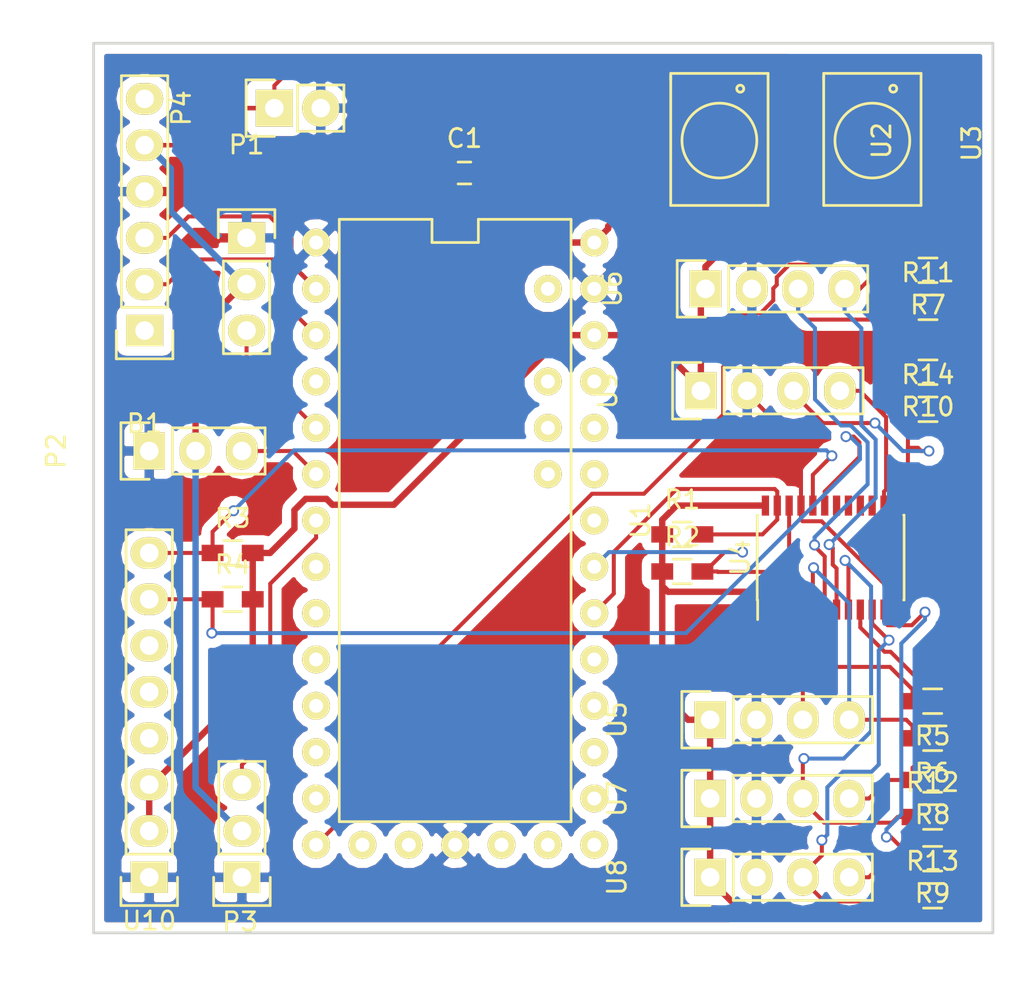
<source format=kicad_pcb>
(kicad_pcb (version 4) (host pcbnew "(2016-01-17 BZR 6493, Git da9ca2d)-product")

  (general
    (links 86)
    (no_connects 0)
    (area 100.000999 51.232999 149.427001 100.151001)
    (thickness 1.6)
    (drawings 5)
    (tracks 343)
    (zones 0)
    (modules 30)
    (nets 59)
  )

  (page A4)
  (layers
    (0 F.Cu signal)
    (31 B.Cu signal)
    (32 B.Adhes user)
    (33 F.Adhes user)
    (34 B.Paste user)
    (35 F.Paste user)
    (36 B.SilkS user)
    (37 F.SilkS user)
    (38 B.Mask user)
    (39 F.Mask user)
    (40 Dwgs.User user)
    (41 Cmts.User user)
    (42 Eco1.User user)
    (43 Eco2.User user)
    (44 Edge.Cuts user)
    (45 Margin user)
    (46 B.CrtYd user)
    (47 F.CrtYd user)
    (48 B.Fab user)
    (49 F.Fab user)
  )

  (setup
    (last_trace_width 0.22)
    (trace_clearance 0.2)
    (zone_clearance 0.508)
    (zone_45_only no)
    (trace_min 0.2)
    (segment_width 0.2)
    (edge_width 0.15)
    (via_size 0.6)
    (via_drill 0.4)
    (via_min_size 0.4)
    (via_min_drill 0.3)
    (uvia_size 0.3)
    (uvia_drill 0.1)
    (uvias_allowed no)
    (uvia_min_size 0.2)
    (uvia_min_drill 0.1)
    (pcb_text_width 0.3)
    (pcb_text_size 1.5 1.5)
    (mod_edge_width 0.15)
    (mod_text_size 1 1)
    (mod_text_width 0.15)
    (pad_size 1.524 1.524)
    (pad_drill 0.762)
    (pad_to_mask_clearance 0.2)
    (aux_axis_origin 100.33 135.89)
    (grid_origin 100.076 100.076)
    (visible_elements 7FFFFFFF)
    (pcbplotparams
      (layerselection 0x00030_80000001)
      (usegerberextensions false)
      (excludeedgelayer true)
      (linewidth 0.100000)
      (plotframeref false)
      (viasonmask false)
      (mode 1)
      (useauxorigin false)
      (hpglpennumber 1)
      (hpglpenspeed 20)
      (hpglpendiameter 15)
      (hpglpenoverlay 2)
      (psnegative false)
      (psa4output false)
      (plotreference true)
      (plotvalue true)
      (plotinvisibletext false)
      (padsonsilk false)
      (subtractmaskfromsilk false)
      (outputformat 1)
      (mirror false)
      (drillshape 1)
      (scaleselection 1)
      (outputdirectory ""))
  )

  (net 0 "")
  (net 1 +5V)
  (net 2 GND)
  (net 3 MOTOR)
  (net 4 STEERING)
  (net 5 BT_RX)
  (net 6 "Net-(U1-Pad2)")
  (net 7 "Net-(U1-Pad6)")
  (net 8 "Net-(U1-Pad7)")
  (net 9 "Net-(U1-Pad8)")
  (net 10 "Net-(U1-Pad9)")
  (net 11 "Net-(U1-Pad10)")
  (net 12 "Net-(U1-Pad11)")
  (net 13 "Net-(U1-Pad13)")
  (net 14 "Net-(U1-Pad14)")
  (net 15 "Net-(U1-Pad15)")
  (net 16 "Net-(U1-Pad16)")
  (net 17 "Net-(U1-Pad17)")
  (net 18 SDA)
  (net 19 SCL)
  (net 20 "Net-(U1-Pad20)")
  (net 21 "Net-(U1-Pad21)")
  (net 22 "Net-(U1-Pad22)")
  (net 23 "Net-(U1-Pad23)")
  (net 24 "Net-(U1-Pad28)")
  (net 25 "Net-(U1-Pad29)")
  (net 26 "Net-(U1-Pad30)")
  (net 27 "Net-(U1-Pad31)")
  (net 28 "Net-(U1-Pad32)")
  (net 29 "Net-(B1-Pad1)")
  (net 30 BT_TX)
  (net 31 "Net-(B1-Pad6)")
  (net 32 STARTMODULE)
  (net 33 LED)
  (net 34 +3V3)
  (net 35 "Net-(U1-Pad33)")
  (net 36 "Net-(U1-Pad35)")
  (net 37 "Net-(U1-Pad36)")
  (net 38 "Net-(U2-Pad2)")
  (net 39 "Net-(U2-Pad4)")
  (net 40 "Net-(U4-Pad15)")
  (net 41 "Net-(U4-Pad16)")
  (net 42 "Net-(U4-Pad17)")
  (net 43 "Net-(U4-Pad18)")
  (net 44 SD7)
  (net 45 SC7)
  (net 46 "Net-(U10-Pad4)")
  (net 47 "Net-(U10-Pad5)")
  (net 48 "Net-(U10-Pad6)")
  (net 49 "Net-(R5-Pad2)")
  (net 50 "Net-(R6-Pad2)")
  (net 51 "Net-(R7-Pad2)")
  (net 52 "Net-(R8-Pad2)")
  (net 53 "Net-(R9-Pad2)")
  (net 54 "Net-(R10-Pad2)")
  (net 55 "Net-(R11-Pad1)")
  (net 56 "Net-(R12-Pad1)")
  (net 57 "Net-(R13-Pad1)")
  (net 58 "Net-(R14-Pad1)")

  (net_class Default "This is the default net class."
    (clearance 0.2)
    (trace_width 0.22)
    (via_dia 0.6)
    (via_drill 0.4)
    (uvia_dia 0.3)
    (uvia_drill 0.1)
    (add_net BT_RX)
    (add_net BT_TX)
    (add_net GND)
    (add_net LED)
    (add_net MOTOR)
    (add_net "Net-(B1-Pad1)")
    (add_net "Net-(B1-Pad6)")
    (add_net "Net-(R10-Pad2)")
    (add_net "Net-(R11-Pad1)")
    (add_net "Net-(R12-Pad1)")
    (add_net "Net-(R13-Pad1)")
    (add_net "Net-(R14-Pad1)")
    (add_net "Net-(R5-Pad2)")
    (add_net "Net-(R6-Pad2)")
    (add_net "Net-(R7-Pad2)")
    (add_net "Net-(R8-Pad2)")
    (add_net "Net-(R9-Pad2)")
    (add_net "Net-(U1-Pad10)")
    (add_net "Net-(U1-Pad11)")
    (add_net "Net-(U1-Pad13)")
    (add_net "Net-(U1-Pad14)")
    (add_net "Net-(U1-Pad15)")
    (add_net "Net-(U1-Pad16)")
    (add_net "Net-(U1-Pad17)")
    (add_net "Net-(U1-Pad2)")
    (add_net "Net-(U1-Pad20)")
    (add_net "Net-(U1-Pad21)")
    (add_net "Net-(U1-Pad22)")
    (add_net "Net-(U1-Pad23)")
    (add_net "Net-(U1-Pad28)")
    (add_net "Net-(U1-Pad29)")
    (add_net "Net-(U1-Pad30)")
    (add_net "Net-(U1-Pad31)")
    (add_net "Net-(U1-Pad32)")
    (add_net "Net-(U1-Pad33)")
    (add_net "Net-(U1-Pad35)")
    (add_net "Net-(U1-Pad36)")
    (add_net "Net-(U1-Pad6)")
    (add_net "Net-(U1-Pad7)")
    (add_net "Net-(U1-Pad8)")
    (add_net "Net-(U1-Pad9)")
    (add_net "Net-(U10-Pad4)")
    (add_net "Net-(U10-Pad5)")
    (add_net "Net-(U10-Pad6)")
    (add_net "Net-(U2-Pad2)")
    (add_net "Net-(U2-Pad4)")
    (add_net "Net-(U4-Pad15)")
    (add_net "Net-(U4-Pad16)")
    (add_net "Net-(U4-Pad17)")
    (add_net "Net-(U4-Pad18)")
    (add_net SC7)
    (add_net SCL)
    (add_net SD7)
    (add_net SDA)
    (add_net STARTMODULE)
    (add_net STEERING)
  )

  (net_class Power ""
    (clearance 0.25)
    (trace_width 0.35)
    (via_dia 0.6)
    (via_drill 0.4)
    (uvia_dia 0.3)
    (uvia_drill 0.1)
    (add_net +3V3)
    (add_net +5V)
  )

  (module Housings_SSOP:TSSOP-24_4.4x7.8mm_Pitch0.65mm (layer F.Cu) (tedit 54130A77) (tstamp 568AE028)
    (at 140.462 79.502 90)
    (descr "TSSOP24: plastic thin shrink small outline package; 24 leads; body width 4.4 mm; (see NXP SSOP-TSSOP-VSO-REFLOW.pdf and sot355-1_po.pdf)")
    (tags "SSOP 0.65")
    (path /568AE4E1)
    (attr smd)
    (fp_text reference U4 (at 0 -4.95 90) (layer F.SilkS)
      (effects (font (size 1 1) (thickness 0.15)))
    )
    (fp_text value TCA9548APWR (at 0 4.95 90) (layer F.Fab)
      (effects (font (size 1 1) (thickness 0.15)))
    )
    (fp_line (start -3.65 -4.2) (end -3.65 4.2) (layer F.CrtYd) (width 0.05))
    (fp_line (start 3.65 -4.2) (end 3.65 4.2) (layer F.CrtYd) (width 0.05))
    (fp_line (start -3.65 -4.2) (end 3.65 -4.2) (layer F.CrtYd) (width 0.05))
    (fp_line (start -3.65 4.2) (end 3.65 4.2) (layer F.CrtYd) (width 0.05))
    (fp_line (start -2.325 -4.025) (end -2.325 -4) (layer F.SilkS) (width 0.15))
    (fp_line (start 2.325 -4.025) (end 2.325 -4) (layer F.SilkS) (width 0.15))
    (fp_line (start 2.325 4.025) (end 2.325 4) (layer F.SilkS) (width 0.15))
    (fp_line (start -2.325 4.025) (end -2.325 4) (layer F.SilkS) (width 0.15))
    (fp_line (start -2.325 -4.025) (end 2.325 -4.025) (layer F.SilkS) (width 0.15))
    (fp_line (start -2.325 4.025) (end 2.325 4.025) (layer F.SilkS) (width 0.15))
    (fp_line (start -2.325 -4) (end -3.4 -4) (layer F.SilkS) (width 0.15))
    (pad 1 smd rect (at -2.85 -3.575 90) (size 1.1 0.4) (layers F.Cu F.Paste F.Mask)
      (net 2 GND))
    (pad 2 smd rect (at -2.85 -2.925 90) (size 1.1 0.4) (layers F.Cu F.Paste F.Mask)
      (net 2 GND))
    (pad 3 smd rect (at -2.85 -2.275 90) (size 1.1 0.4) (layers F.Cu F.Paste F.Mask)
      (net 34 +3V3))
    (pad 4 smd rect (at -2.85 -1.625 90) (size 1.1 0.4) (layers F.Cu F.Paste F.Mask)
      (net 49 "Net-(R5-Pad2)"))
    (pad 5 smd rect (at -2.85 -0.975 90) (size 1.1 0.4) (layers F.Cu F.Paste F.Mask)
      (net 50 "Net-(R6-Pad2)"))
    (pad 6 smd rect (at -2.85 -0.325 90) (size 1.1 0.4) (layers F.Cu F.Paste F.Mask)
      (net 55 "Net-(R11-Pad1)"))
    (pad 7 smd rect (at -2.85 0.325 90) (size 1.1 0.4) (layers F.Cu F.Paste F.Mask)
      (net 51 "Net-(R7-Pad2)"))
    (pad 8 smd rect (at -2.85 0.975 90) (size 1.1 0.4) (layers F.Cu F.Paste F.Mask)
      (net 56 "Net-(R12-Pad1)"))
    (pad 9 smd rect (at -2.85 1.625 90) (size 1.1 0.4) (layers F.Cu F.Paste F.Mask)
      (net 52 "Net-(R8-Pad2)"))
    (pad 10 smd rect (at -2.85 2.275 90) (size 1.1 0.4) (layers F.Cu F.Paste F.Mask)
      (net 57 "Net-(R13-Pad1)"))
    (pad 11 smd rect (at -2.85 2.925 90) (size 1.1 0.4) (layers F.Cu F.Paste F.Mask)
      (net 53 "Net-(R9-Pad2)"))
    (pad 12 smd rect (at -2.85 3.575 90) (size 1.1 0.4) (layers F.Cu F.Paste F.Mask)
      (net 2 GND))
    (pad 13 smd rect (at 2.85 3.575 90) (size 1.1 0.4) (layers F.Cu F.Paste F.Mask)
      (net 58 "Net-(R14-Pad1)"))
    (pad 14 smd rect (at 2.85 2.925 90) (size 1.1 0.4) (layers F.Cu F.Paste F.Mask)
      (net 54 "Net-(R10-Pad2)"))
    (pad 15 smd rect (at 2.85 2.275 90) (size 1.1 0.4) (layers F.Cu F.Paste F.Mask)
      (net 40 "Net-(U4-Pad15)"))
    (pad 16 smd rect (at 2.85 1.625 90) (size 1.1 0.4) (layers F.Cu F.Paste F.Mask)
      (net 41 "Net-(U4-Pad16)"))
    (pad 17 smd rect (at 2.85 0.975 90) (size 1.1 0.4) (layers F.Cu F.Paste F.Mask)
      (net 42 "Net-(U4-Pad17)"))
    (pad 18 smd rect (at 2.85 0.325 90) (size 1.1 0.4) (layers F.Cu F.Paste F.Mask)
      (net 43 "Net-(U4-Pad18)"))
    (pad 19 smd rect (at 2.85 -0.325 90) (size 1.1 0.4) (layers F.Cu F.Paste F.Mask)
      (net 44 SD7))
    (pad 20 smd rect (at 2.85 -0.975 90) (size 1.1 0.4) (layers F.Cu F.Paste F.Mask)
      (net 45 SC7))
    (pad 21 smd rect (at 2.85 -1.625 90) (size 1.1 0.4) (layers F.Cu F.Paste F.Mask)
      (net 2 GND))
    (pad 22 smd rect (at 2.85 -2.275 90) (size 1.1 0.4) (layers F.Cu F.Paste F.Mask)
      (net 19 SCL))
    (pad 23 smd rect (at 2.85 -2.925 90) (size 1.1 0.4) (layers F.Cu F.Paste F.Mask)
      (net 18 SDA))
    (pad 24 smd rect (at 2.85 -3.575 90) (size 1.1 0.4) (layers F.Cu F.Paste F.Mask)
      (net 34 +3V3))
    (model Housings_SSOP.3dshapes/TSSOP-24_4.4x7.8mm_Pitch0.65mm.wrl
      (at (xyz 0 0 0))
      (scale (xyz 1 1 1))
      (rotate (xyz 0 0 0))
    )
  )

  (module Footprints:Teensy31_32 (layer F.Cu) (tedit 568AC0E4) (tstamp 568ADF06)
    (at 121.158 77.47 270)
    (path /568B7161)
    (fp_text reference U1 (at 0 -8.89 270) (layer F.SilkS)
      (effects (font (size 1 1) (thickness 0.15)))
    )
    (fp_text value Teensy31_32 (at 0 11.43 270) (layer F.Fab)
      (effects (font (size 1 1) (thickness 0.15)))
    )
    (fp_line (start -16.51 -5.08) (end 16.51 -5.08) (layer F.SilkS) (width 0.15))
    (fp_line (start 16.51 -5.08) (end 16.51 7.62) (layer F.SilkS) (width 0.15))
    (fp_line (start 16.51 7.62) (end -16.51 7.62) (layer F.SilkS) (width 0.15))
    (fp_line (start -16.51 7.62) (end -16.51 2.54) (layer F.SilkS) (width 0.15))
    (fp_line (start -16.51 2.54) (end -15.24 2.54) (layer F.SilkS) (width 0.15))
    (fp_line (start -15.24 2.54) (end -15.24 0) (layer F.SilkS) (width 0.15))
    (fp_line (start -15.24 0) (end -16.51 0) (layer F.SilkS) (width 0.15))
    (fp_line (start -16.51 0) (end -16.51 -5.08) (layer F.SilkS) (width 0.15))
    (pad 1 thru_hole circle (at -10.16 8.89 270) (size 1.524 1.524) (drill 0.762) (layers *.Cu *.Mask F.SilkS)
      (net 5 BT_RX))
    (pad 2 thru_hole circle (at -7.62 8.89 270) (size 1.524 1.524) (drill 0.762) (layers *.Cu *.Mask F.SilkS)
      (net 6 "Net-(U1-Pad2)"))
    (pad 27 thru_hole circle (at -15.24 8.89 270) (size 1.524 1.524) (drill 0.762) (layers *.Cu *.Mask F.SilkS)
      (net 2 GND))
    (pad 0 thru_hole circle (at -12.7 8.89 270) (size 1.524 1.524) (drill 0.762) (layers *.Cu *.Mask F.SilkS)
      (net 30 BT_TX))
    (pad 3 thru_hole circle (at -5.08 8.89 270) (size 1.524 1.524) (drill 0.762) (layers *.Cu *.Mask F.SilkS)
      (net 3 MOTOR))
    (pad 4 thru_hole circle (at -2.54 8.89 270) (size 1.524 1.524) (drill 0.762) (layers *.Cu *.Mask F.SilkS)
      (net 4 STEERING))
    (pad 5 thru_hole circle (at 0 8.89 270) (size 1.524 1.524) (drill 0.762) (layers *.Cu *.Mask F.SilkS)
      (net 32 STARTMODULE))
    (pad 6 thru_hole circle (at 2.54 8.89 270) (size 1.524 1.524) (drill 0.762) (layers *.Cu *.Mask F.SilkS)
      (net 7 "Net-(U1-Pad6)"))
    (pad 7 thru_hole circle (at 5.08 8.89 270) (size 1.524 1.524) (drill 0.762) (layers *.Cu *.Mask F.SilkS)
      (net 8 "Net-(U1-Pad7)"))
    (pad 8 thru_hole circle (at 7.62 8.89 270) (size 1.524 1.524) (drill 0.762) (layers *.Cu *.Mask F.SilkS)
      (net 9 "Net-(U1-Pad8)"))
    (pad 9 thru_hole circle (at 10.16 8.89 270) (size 1.524 1.524) (drill 0.762) (layers *.Cu *.Mask F.SilkS)
      (net 10 "Net-(U1-Pad9)"))
    (pad 10 thru_hole circle (at 12.7 8.89 270) (size 1.524 1.524) (drill 0.762) (layers *.Cu *.Mask F.SilkS)
      (net 11 "Net-(U1-Pad10)"))
    (pad 11 thru_hole circle (at 15.24 8.89 270) (size 1.524 1.524) (drill 0.762) (layers *.Cu *.Mask F.SilkS)
      (net 12 "Net-(U1-Pad11)"))
    (pad 12 thru_hole circle (at 17.78 8.89 270) (size 1.524 1.524) (drill 0.762) (layers *.Cu *.Mask F.SilkS)
      (net 33 LED))
    (pad 13 thru_hole circle (at 17.78 -6.35 270) (size 1.524 1.524) (drill 0.762) (layers *.Cu *.Mask F.SilkS)
      (net 13 "Net-(U1-Pad13)"))
    (pad 14 thru_hole circle (at 15.24 -6.35 270) (size 1.524 1.524) (drill 0.762) (layers *.Cu *.Mask F.SilkS)
      (net 14 "Net-(U1-Pad14)"))
    (pad 15 thru_hole circle (at 12.7 -6.35 270) (size 1.524 1.524) (drill 0.762) (layers *.Cu *.Mask F.SilkS)
      (net 15 "Net-(U1-Pad15)"))
    (pad 16 thru_hole circle (at 10.16 -6.35 270) (size 1.524 1.524) (drill 0.762) (layers *.Cu *.Mask F.SilkS)
      (net 16 "Net-(U1-Pad16)"))
    (pad 17 thru_hole circle (at 7.62 -6.35 270) (size 1.524 1.524) (drill 0.762) (layers *.Cu *.Mask F.SilkS)
      (net 17 "Net-(U1-Pad17)"))
    (pad 18 thru_hole circle (at 5.08 -6.35 270) (size 1.524 1.524) (drill 0.762) (layers *.Cu *.Mask F.SilkS)
      (net 18 SDA))
    (pad 19 thru_hole circle (at 2.54 -6.35 270) (size 1.524 1.524) (drill 0.762) (layers *.Cu *.Mask F.SilkS)
      (net 19 SCL))
    (pad 20 thru_hole circle (at 0 -6.35 270) (size 1.524 1.524) (drill 0.762) (layers *.Cu *.Mask F.SilkS)
      (net 20 "Net-(U1-Pad20)"))
    (pad 21 thru_hole circle (at -2.54 -6.35 270) (size 1.524 1.524) (drill 0.762) (layers *.Cu *.Mask F.SilkS)
      (net 21 "Net-(U1-Pad21)"))
    (pad 22 thru_hole circle (at -5.08 -6.35 270) (size 1.524 1.524) (drill 0.762) (layers *.Cu *.Mask F.SilkS)
      (net 22 "Net-(U1-Pad22)"))
    (pad 23 thru_hole circle (at -7.62 -6.35 270) (size 1.524 1.524) (drill 0.762) (layers *.Cu *.Mask F.SilkS)
      (net 23 "Net-(U1-Pad23)"))
    (pad 24 thru_hole circle (at -10.16 -6.35 270) (size 1.524 1.524) (drill 0.762) (layers *.Cu *.Mask F.SilkS)
      (net 34 +3V3))
    (pad 25 thru_hole circle (at -12.7 -6.35 270) (size 1.524 1.524) (drill 0.762) (layers *.Cu *.Mask F.SilkS)
      (net 2 GND))
    (pad 26 thru_hole circle (at -15.24 -6.35 270) (size 1.524 1.524) (drill 0.762) (layers *.Cu *.Mask F.SilkS)
      (net 1 +5V))
    (pad 28 thru_hole circle (at -12.7 -3.81 270) (size 1.524 1.524) (drill 0.762) (layers *.Cu *.Mask F.SilkS)
      (net 24 "Net-(U1-Pad28)"))
    (pad 29 thru_hole circle (at -7.62 -3.81 270) (size 1.524 1.524) (drill 0.762) (layers *.Cu *.Mask F.SilkS)
      (net 25 "Net-(U1-Pad29)"))
    (pad 30 thru_hole circle (at -5.08 -3.81 270) (size 1.524 1.524) (drill 0.762) (layers *.Cu *.Mask F.SilkS)
      (net 26 "Net-(U1-Pad30)"))
    (pad 31 thru_hole circle (at -2.54 -3.81 270) (size 1.524 1.524) (drill 0.762) (layers *.Cu *.Mask F.SilkS)
      (net 27 "Net-(U1-Pad31)"))
    (pad 32 thru_hole circle (at 17.78 -3.81 270) (size 1.524 1.524) (drill 0.762) (layers *.Cu *.Mask F.SilkS)
      (net 28 "Net-(U1-Pad32)"))
    (pad 33 thru_hole circle (at 17.78 -1.27 270) (size 1.524 1.524) (drill 0.762) (layers *.Cu *.Mask F.SilkS)
      (net 35 "Net-(U1-Pad33)"))
    (pad 34 thru_hole circle (at 17.78 1.27 270) (size 1.524 1.524) (drill 0.762) (layers *.Cu *.Mask F.SilkS)
      (net 2 GND))
    (pad 35 thru_hole circle (at 17.78 3.81 270) (size 1.524 1.524) (drill 0.762) (layers *.Cu *.Mask F.SilkS)
      (net 36 "Net-(U1-Pad35)"))
    (pad 36 thru_hole circle (at 17.78 6.35 270) (size 1.524 1.524) (drill 0.762) (layers *.Cu *.Mask F.SilkS)
      (net 37 "Net-(U1-Pad36)"))
  )

  (module Capacitors_SMD:C_0603_HandSoldering (layer F.Cu) (tedit 541A9B4D) (tstamp 56853943)
    (at 120.396 58.42)
    (descr "Capacitor SMD 0603, hand soldering")
    (tags "capacitor 0603")
    (path /5685B3AE)
    (attr smd)
    (fp_text reference C1 (at 0 -1.9) (layer F.SilkS)
      (effects (font (size 1 1) (thickness 0.15)))
    )
    (fp_text value 220uF (at 0 1.9) (layer F.Fab)
      (effects (font (size 1 1) (thickness 0.15)))
    )
    (fp_line (start -1.85 -0.75) (end 1.85 -0.75) (layer F.CrtYd) (width 0.05))
    (fp_line (start -1.85 0.75) (end 1.85 0.75) (layer F.CrtYd) (width 0.05))
    (fp_line (start -1.85 -0.75) (end -1.85 0.75) (layer F.CrtYd) (width 0.05))
    (fp_line (start 1.85 -0.75) (end 1.85 0.75) (layer F.CrtYd) (width 0.05))
    (fp_line (start -0.35 -0.6) (end 0.35 -0.6) (layer F.SilkS) (width 0.15))
    (fp_line (start 0.35 0.6) (end -0.35 0.6) (layer F.SilkS) (width 0.15))
    (pad 1 smd rect (at -0.95 0) (size 1.2 0.75) (layers F.Cu F.Paste F.Mask)
      (net 1 +5V))
    (pad 2 smd rect (at 0.95 0) (size 1.2 0.75) (layers F.Cu F.Paste F.Mask)
      (net 2 GND))
    (model Capacitors_SMD.3dshapes/C_0603_HandSoldering.wrl
      (at (xyz 0 0 0))
      (scale (xyz 1 1 1))
      (rotate (xyz 0 0 0))
    )
  )

  (module Pin_Headers:Pin_Header_Straight_1x03 (layer F.Cu) (tedit 0) (tstamp 5685394A)
    (at 108.458 61.976)
    (descr "Through hole pin header")
    (tags "pin header")
    (path /56845A51)
    (fp_text reference P1 (at 0 -5.1) (layer F.SilkS)
      (effects (font (size 1 1) (thickness 0.15)))
    )
    (fp_text value MOTOR (at 0 -3.1) (layer F.Fab)
      (effects (font (size 1 1) (thickness 0.15)))
    )
    (fp_line (start -1.75 -1.75) (end -1.75 6.85) (layer F.CrtYd) (width 0.05))
    (fp_line (start 1.75 -1.75) (end 1.75 6.85) (layer F.CrtYd) (width 0.05))
    (fp_line (start -1.75 -1.75) (end 1.75 -1.75) (layer F.CrtYd) (width 0.05))
    (fp_line (start -1.75 6.85) (end 1.75 6.85) (layer F.CrtYd) (width 0.05))
    (fp_line (start -1.27 1.27) (end -1.27 6.35) (layer F.SilkS) (width 0.15))
    (fp_line (start -1.27 6.35) (end 1.27 6.35) (layer F.SilkS) (width 0.15))
    (fp_line (start 1.27 6.35) (end 1.27 1.27) (layer F.SilkS) (width 0.15))
    (fp_line (start 1.55 -1.55) (end 1.55 0) (layer F.SilkS) (width 0.15))
    (fp_line (start 1.27 1.27) (end -1.27 1.27) (layer F.SilkS) (width 0.15))
    (fp_line (start -1.55 0) (end -1.55 -1.55) (layer F.SilkS) (width 0.15))
    (fp_line (start -1.55 -1.55) (end 1.55 -1.55) (layer F.SilkS) (width 0.15))
    (pad 1 thru_hole rect (at 0 0) (size 2.032 1.7272) (drill 1.016) (layers *.Cu *.Mask F.SilkS)
      (net 2 GND))
    (pad 2 thru_hole oval (at 0 2.54) (size 2.032 1.7272) (drill 1.016) (layers *.Cu *.Mask F.SilkS)
      (net 1 +5V))
    (pad 3 thru_hole oval (at 0 5.08) (size 2.032 1.7272) (drill 1.016) (layers *.Cu *.Mask F.SilkS)
      (net 3 MOTOR))
    (model Pin_Headers.3dshapes/Pin_Header_Straight_1x03.wrl
      (at (xyz 0 -0.1 0))
      (scale (xyz 1 1 1))
      (rotate (xyz 0 0 90))
    )
  )

  (module Pin_Headers:Pin_Header_Straight_1x03 (layer F.Cu) (tedit 0) (tstamp 56853951)
    (at 103.124 73.66 90)
    (descr "Through hole pin header")
    (tags "pin header")
    (path /56845ADC)
    (fp_text reference P2 (at 0 -5.1 90) (layer F.SilkS)
      (effects (font (size 1 1) (thickness 0.15)))
    )
    (fp_text value STEERING (at 0 -3.1 90) (layer F.Fab)
      (effects (font (size 1 1) (thickness 0.15)))
    )
    (fp_line (start -1.75 -1.75) (end -1.75 6.85) (layer F.CrtYd) (width 0.05))
    (fp_line (start 1.75 -1.75) (end 1.75 6.85) (layer F.CrtYd) (width 0.05))
    (fp_line (start -1.75 -1.75) (end 1.75 -1.75) (layer F.CrtYd) (width 0.05))
    (fp_line (start -1.75 6.85) (end 1.75 6.85) (layer F.CrtYd) (width 0.05))
    (fp_line (start -1.27 1.27) (end -1.27 6.35) (layer F.SilkS) (width 0.15))
    (fp_line (start -1.27 6.35) (end 1.27 6.35) (layer F.SilkS) (width 0.15))
    (fp_line (start 1.27 6.35) (end 1.27 1.27) (layer F.SilkS) (width 0.15))
    (fp_line (start 1.55 -1.55) (end 1.55 0) (layer F.SilkS) (width 0.15))
    (fp_line (start 1.27 1.27) (end -1.27 1.27) (layer F.SilkS) (width 0.15))
    (fp_line (start -1.55 0) (end -1.55 -1.55) (layer F.SilkS) (width 0.15))
    (fp_line (start -1.55 -1.55) (end 1.55 -1.55) (layer F.SilkS) (width 0.15))
    (pad 1 thru_hole rect (at 0 0 90) (size 2.032 1.7272) (drill 1.016) (layers *.Cu *.Mask F.SilkS)
      (net 2 GND))
    (pad 2 thru_hole oval (at 0 2.54 90) (size 2.032 1.7272) (drill 1.016) (layers *.Cu *.Mask F.SilkS)
      (net 1 +5V))
    (pad 3 thru_hole oval (at 0 5.08 90) (size 2.032 1.7272) (drill 1.016) (layers *.Cu *.Mask F.SilkS)
      (net 4 STEERING))
    (model Pin_Headers.3dshapes/Pin_Header_Straight_1x03.wrl
      (at (xyz 0 -0.1 0))
      (scale (xyz 1 1 1))
      (rotate (xyz 0 0 90))
    )
  )

  (module Pin_Headers:Pin_Header_Straight_1x03 (layer F.Cu) (tedit 0) (tstamp 56853958)
    (at 108.204 97.028 180)
    (descr "Through hole pin header")
    (tags "pin header")
    (path /56845B15)
    (fp_text reference P3 (at 0.1016 -2.4384 180) (layer F.SilkS)
      (effects (font (size 1 1) (thickness 0.15)))
    )
    (fp_text value START (at 0 -3.1 180) (layer F.Fab)
      (effects (font (size 1 1) (thickness 0.15)))
    )
    (fp_line (start -1.75 -1.75) (end -1.75 6.85) (layer F.CrtYd) (width 0.05))
    (fp_line (start 1.75 -1.75) (end 1.75 6.85) (layer F.CrtYd) (width 0.05))
    (fp_line (start -1.75 -1.75) (end 1.75 -1.75) (layer F.CrtYd) (width 0.05))
    (fp_line (start -1.75 6.85) (end 1.75 6.85) (layer F.CrtYd) (width 0.05))
    (fp_line (start -1.27 1.27) (end -1.27 6.35) (layer F.SilkS) (width 0.15))
    (fp_line (start -1.27 6.35) (end 1.27 6.35) (layer F.SilkS) (width 0.15))
    (fp_line (start 1.27 6.35) (end 1.27 1.27) (layer F.SilkS) (width 0.15))
    (fp_line (start 1.55 -1.55) (end 1.55 0) (layer F.SilkS) (width 0.15))
    (fp_line (start 1.27 1.27) (end -1.27 1.27) (layer F.SilkS) (width 0.15))
    (fp_line (start -1.55 0) (end -1.55 -1.55) (layer F.SilkS) (width 0.15))
    (fp_line (start -1.55 -1.55) (end 1.55 -1.55) (layer F.SilkS) (width 0.15))
    (pad 1 thru_hole rect (at 0 0 180) (size 2.032 1.7272) (drill 1.016) (layers *.Cu *.Mask F.SilkS)
      (net 2 GND))
    (pad 2 thru_hole oval (at 0 2.54 180) (size 2.032 1.7272) (drill 1.016) (layers *.Cu *.Mask F.SilkS)
      (net 1 +5V))
    (pad 3 thru_hole oval (at 0 5.08 180) (size 2.032 1.7272) (drill 1.016) (layers *.Cu *.Mask F.SilkS)
      (net 32 STARTMODULE))
    (model Pin_Headers.3dshapes/Pin_Header_Straight_1x03.wrl
      (at (xyz 0 -0.1 0))
      (scale (xyz 1 1 1))
      (rotate (xyz 0 0 90))
    )
  )

  (module Pin_Headers:Pin_Header_Straight_1x06 (layer F.Cu) (tedit 0) (tstamp 568ADF00)
    (at 102.87 67.056 180)
    (descr "Through hole pin header")
    (tags "pin header")
    (path /5685C1D6)
    (fp_text reference B1 (at 0 -5.1 180) (layer F.SilkS)
      (effects (font (size 1 1) (thickness 0.15)))
    )
    (fp_text value HC-05/06 (at 0 -3.1 180) (layer F.Fab)
      (effects (font (size 1 1) (thickness 0.15)))
    )
    (fp_line (start -1.75 -1.75) (end -1.75 14.45) (layer F.CrtYd) (width 0.05))
    (fp_line (start 1.75 -1.75) (end 1.75 14.45) (layer F.CrtYd) (width 0.05))
    (fp_line (start -1.75 -1.75) (end 1.75 -1.75) (layer F.CrtYd) (width 0.05))
    (fp_line (start -1.75 14.45) (end 1.75 14.45) (layer F.CrtYd) (width 0.05))
    (fp_line (start 1.27 1.27) (end 1.27 13.97) (layer F.SilkS) (width 0.15))
    (fp_line (start 1.27 13.97) (end -1.27 13.97) (layer F.SilkS) (width 0.15))
    (fp_line (start -1.27 13.97) (end -1.27 1.27) (layer F.SilkS) (width 0.15))
    (fp_line (start 1.55 -1.55) (end 1.55 0) (layer F.SilkS) (width 0.15))
    (fp_line (start 1.27 1.27) (end -1.27 1.27) (layer F.SilkS) (width 0.15))
    (fp_line (start -1.55 0) (end -1.55 -1.55) (layer F.SilkS) (width 0.15))
    (fp_line (start -1.55 -1.55) (end 1.55 -1.55) (layer F.SilkS) (width 0.15))
    (pad 1 thru_hole rect (at 0 0 180) (size 2.032 1.7272) (drill 1.016) (layers *.Cu *.Mask F.SilkS)
      (net 29 "Net-(B1-Pad1)"))
    (pad 2 thru_hole oval (at 0 2.54 180) (size 2.032 1.7272) (drill 1.016) (layers *.Cu *.Mask F.SilkS)
      (net 5 BT_RX))
    (pad 3 thru_hole oval (at 0 5.08 180) (size 2.032 1.7272) (drill 1.016) (layers *.Cu *.Mask F.SilkS)
      (net 30 BT_TX))
    (pad 4 thru_hole oval (at 0 7.62 180) (size 2.032 1.7272) (drill 1.016) (layers *.Cu *.Mask F.SilkS)
      (net 2 GND))
    (pad 5 thru_hole oval (at 0 10.16 180) (size 2.032 1.7272) (drill 1.016) (layers *.Cu *.Mask F.SilkS)
      (net 1 +5V))
    (pad 6 thru_hole oval (at 0 12.7 180) (size 2.032 1.7272) (drill 1.016) (layers *.Cu *.Mask F.SilkS)
      (net 31 "Net-(B1-Pad6)"))
    (model Pin_Headers.3dshapes/Pin_Header_Straight_1x06.wrl
      (at (xyz 0 -0.25 0))
      (scale (xyz 1 1 1))
      (rotate (xyz 0 0 90))
    )
  )

  (module Pin_Headers:Pin_Header_Straight_1x02 (layer F.Cu) (tedit 54EA090C) (tstamp 568ADF01)
    (at 109.982 54.864 90)
    (descr "Through hole pin header")
    (tags "pin header")
    (path /568BD97A)
    (fp_text reference P4 (at 0 -5.1 90) (layer F.SilkS)
      (effects (font (size 1 1) (thickness 0.15)))
    )
    (fp_text value BATT (at 0 -3.1 90) (layer F.Fab)
      (effects (font (size 1 1) (thickness 0.15)))
    )
    (fp_line (start 1.27 1.27) (end 1.27 3.81) (layer F.SilkS) (width 0.15))
    (fp_line (start 1.55 -1.55) (end 1.55 0) (layer F.SilkS) (width 0.15))
    (fp_line (start -1.75 -1.75) (end -1.75 4.3) (layer F.CrtYd) (width 0.05))
    (fp_line (start 1.75 -1.75) (end 1.75 4.3) (layer F.CrtYd) (width 0.05))
    (fp_line (start -1.75 -1.75) (end 1.75 -1.75) (layer F.CrtYd) (width 0.05))
    (fp_line (start -1.75 4.3) (end 1.75 4.3) (layer F.CrtYd) (width 0.05))
    (fp_line (start 1.27 1.27) (end -1.27 1.27) (layer F.SilkS) (width 0.15))
    (fp_line (start -1.55 0) (end -1.55 -1.55) (layer F.SilkS) (width 0.15))
    (fp_line (start -1.55 -1.55) (end 1.55 -1.55) (layer F.SilkS) (width 0.15))
    (fp_line (start -1.27 1.27) (end -1.27 3.81) (layer F.SilkS) (width 0.15))
    (fp_line (start -1.27 3.81) (end 1.27 3.81) (layer F.SilkS) (width 0.15))
    (pad 1 thru_hole rect (at 0 0 90) (size 2.032 2.032) (drill 1.016) (layers *.Cu *.Mask F.SilkS)
      (net 1 +5V))
    (pad 2 thru_hole oval (at 0 2.54 90) (size 2.032 2.032) (drill 1.016) (layers *.Cu *.Mask F.SilkS)
      (net 2 GND))
    (model Pin_Headers.3dshapes/Pin_Header_Straight_1x02.wrl
      (at (xyz 0 -0.05 0))
      (scale (xyz 1 1 1))
      (rotate (xyz 0 0 90))
    )
  )

  (module Footprints:WS2812B (layer F.Cu) (tedit 568ADDF9) (tstamp 568ADFFD)
    (at 134.366 56.642 270)
    (path /568A990C)
    (fp_text reference U2 (at 0 -8.89 270) (layer F.SilkS)
      (effects (font (size 1 1) (thickness 0.15)))
    )
    (fp_text value WS2812B (at 0 3.81 270) (layer F.Fab)
      (effects (font (size 1 1) (thickness 0.15)))
    )
    (fp_line (start -3.302 2.667) (end -3.683 2.667) (layer F.SilkS) (width 0.15))
    (fp_line (start -3.683 2.667) (end -3.683 -2.667) (layer F.SilkS) (width 0.15))
    (fp_line (start -3.683 -2.667) (end 3.556 -2.667) (layer F.SilkS) (width 0.15))
    (fp_line (start 3.556 -2.667) (end 3.556 2.667) (layer F.SilkS) (width 0.15))
    (fp_line (start 3.556 2.667) (end -3.556 2.667) (layer F.SilkS) (width 0.15))
    (fp_circle (center -2.8448 -1.143) (end -2.7686 -0.9652) (layer F.SilkS) (width 0.15))
    (fp_circle (center 0 0) (end 1.3716 1.524) (layer F.SilkS) (width 0.15))
    (pad 1 smd rect (at -2.7 -2.1 270) (size 1.524 0.9) (layers F.Cu F.Paste F.Mask)
      (net 1 +5V))
    (pad 2 smd rect (at -2.7 2.1 270) (size 1.524 0.9) (layers F.Cu F.Paste F.Mask)
      (net 38 "Net-(U2-Pad2)"))
    (pad 3 smd rect (at 2.7 2.1 270) (size 1.524 0.9) (layers F.Cu F.Paste F.Mask)
      (net 2 GND))
    (pad 4 smd rect (at 2.7 -2.1 270) (size 1.524 0.9) (layers F.Cu F.Paste F.Mask)
      (net 39 "Net-(U2-Pad4)"))
  )

  (module Footprints:WS2812B (layer F.Cu) (tedit 569D48B6) (tstamp 568AE00C)
    (at 142.748 56.642 270)
    (path /568A944B)
    (fp_text reference U3 (at 0.1524 -5.4356 270) (layer F.SilkS)
      (effects (font (size 1 1) (thickness 0.15)))
    )
    (fp_text value WS2812B (at 0 3.81 270) (layer F.Fab)
      (effects (font (size 1 1) (thickness 0.15)))
    )
    (fp_line (start -3.302 2.667) (end -3.683 2.667) (layer F.SilkS) (width 0.15))
    (fp_line (start -3.683 2.667) (end -3.683 -2.667) (layer F.SilkS) (width 0.15))
    (fp_line (start -3.683 -2.667) (end 3.556 -2.667) (layer F.SilkS) (width 0.15))
    (fp_line (start 3.556 -2.667) (end 3.556 2.667) (layer F.SilkS) (width 0.15))
    (fp_line (start 3.556 2.667) (end -3.556 2.667) (layer F.SilkS) (width 0.15))
    (fp_circle (center -2.8448 -1.143) (end -2.7686 -0.9652) (layer F.SilkS) (width 0.15))
    (fp_circle (center 0 0) (end 1.3716 1.524) (layer F.SilkS) (width 0.15))
    (pad 1 smd rect (at -2.7 -2.1 270) (size 1.524 0.9) (layers F.Cu F.Paste F.Mask)
      (net 1 +5V))
    (pad 2 smd rect (at -2.7 2.1 270) (size 1.524 0.9) (layers F.Cu F.Paste F.Mask)
      (net 39 "Net-(U2-Pad4)"))
    (pad 3 smd rect (at 2.7 2.1 270) (size 1.524 0.9) (layers F.Cu F.Paste F.Mask)
      (net 2 GND))
    (pad 4 smd rect (at 2.7 -2.1 270) (size 1.524 0.9) (layers F.Cu F.Paste F.Mask)
      (net 33 LED))
  )

  (module Pin_Headers:Pin_Header_Straight_1x04 (layer F.Cu) (tedit 0) (tstamp 568AE030)
    (at 133.858 88.392 90)
    (descr "Through hole pin header")
    (tags "pin header")
    (path /568AF309)
    (fp_text reference U5 (at 0 -5.1 90) (layer F.SilkS)
      (effects (font (size 1 1) (thickness 0.15)))
    )
    (fp_text value SEN1 (at 0 -3.1 90) (layer F.Fab)
      (effects (font (size 1 1) (thickness 0.15)))
    )
    (fp_line (start -1.75 -1.75) (end -1.75 9.4) (layer F.CrtYd) (width 0.05))
    (fp_line (start 1.75 -1.75) (end 1.75 9.4) (layer F.CrtYd) (width 0.05))
    (fp_line (start -1.75 -1.75) (end 1.75 -1.75) (layer F.CrtYd) (width 0.05))
    (fp_line (start -1.75 9.4) (end 1.75 9.4) (layer F.CrtYd) (width 0.05))
    (fp_line (start -1.27 1.27) (end -1.27 8.89) (layer F.SilkS) (width 0.15))
    (fp_line (start 1.27 1.27) (end 1.27 8.89) (layer F.SilkS) (width 0.15))
    (fp_line (start 1.55 -1.55) (end 1.55 0) (layer F.SilkS) (width 0.15))
    (fp_line (start -1.27 8.89) (end 1.27 8.89) (layer F.SilkS) (width 0.15))
    (fp_line (start 1.27 1.27) (end -1.27 1.27) (layer F.SilkS) (width 0.15))
    (fp_line (start -1.55 0) (end -1.55 -1.55) (layer F.SilkS) (width 0.15))
    (fp_line (start -1.55 -1.55) (end 1.55 -1.55) (layer F.SilkS) (width 0.15))
    (pad 1 thru_hole rect (at 0 0 90) (size 2.032 1.7272) (drill 1.016) (layers *.Cu *.Mask F.SilkS)
      (net 34 +3V3))
    (pad 2 thru_hole oval (at 0 2.54 90) (size 2.032 1.7272) (drill 1.016) (layers *.Cu *.Mask F.SilkS)
      (net 2 GND))
    (pad 3 thru_hole oval (at 0 5.08 90) (size 2.032 1.7272) (drill 1.016) (layers *.Cu *.Mask F.SilkS)
      (net 49 "Net-(R5-Pad2)"))
    (pad 4 thru_hole oval (at 0 7.62 90) (size 2.032 1.7272) (drill 1.016) (layers *.Cu *.Mask F.SilkS)
      (net 50 "Net-(R6-Pad2)"))
    (model Pin_Headers.3dshapes/Pin_Header_Straight_1x04.wrl
      (at (xyz 0 -0.15 0))
      (scale (xyz 1 1 1))
      (rotate (xyz 0 0 90))
    )
  )

  (module Pin_Headers:Pin_Header_Straight_1x04 (layer F.Cu) (tedit 0) (tstamp 568AE038)
    (at 133.604 64.77 90)
    (descr "Through hole pin header")
    (tags "pin header")
    (path /568AF40A)
    (fp_text reference U6 (at 0 -5.1 90) (layer F.SilkS)
      (effects (font (size 1 1) (thickness 0.15)))
    )
    (fp_text value SEN2 (at 0 -3.1 90) (layer F.Fab)
      (effects (font (size 1 1) (thickness 0.15)))
    )
    (fp_line (start -1.75 -1.75) (end -1.75 9.4) (layer F.CrtYd) (width 0.05))
    (fp_line (start 1.75 -1.75) (end 1.75 9.4) (layer F.CrtYd) (width 0.05))
    (fp_line (start -1.75 -1.75) (end 1.75 -1.75) (layer F.CrtYd) (width 0.05))
    (fp_line (start -1.75 9.4) (end 1.75 9.4) (layer F.CrtYd) (width 0.05))
    (fp_line (start -1.27 1.27) (end -1.27 8.89) (layer F.SilkS) (width 0.15))
    (fp_line (start 1.27 1.27) (end 1.27 8.89) (layer F.SilkS) (width 0.15))
    (fp_line (start 1.55 -1.55) (end 1.55 0) (layer F.SilkS) (width 0.15))
    (fp_line (start -1.27 8.89) (end 1.27 8.89) (layer F.SilkS) (width 0.15))
    (fp_line (start 1.27 1.27) (end -1.27 1.27) (layer F.SilkS) (width 0.15))
    (fp_line (start -1.55 0) (end -1.55 -1.55) (layer F.SilkS) (width 0.15))
    (fp_line (start -1.55 -1.55) (end 1.55 -1.55) (layer F.SilkS) (width 0.15))
    (pad 1 thru_hole rect (at 0 0 90) (size 2.032 1.7272) (drill 1.016) (layers *.Cu *.Mask F.SilkS)
      (net 34 +3V3))
    (pad 2 thru_hole oval (at 0 2.54 90) (size 2.032 1.7272) (drill 1.016) (layers *.Cu *.Mask F.SilkS)
      (net 2 GND))
    (pad 3 thru_hole oval (at 0 5.08 90) (size 2.032 1.7272) (drill 1.016) (layers *.Cu *.Mask F.SilkS)
      (net 55 "Net-(R11-Pad1)"))
    (pad 4 thru_hole oval (at 0 7.62 90) (size 2.032 1.7272) (drill 1.016) (layers *.Cu *.Mask F.SilkS)
      (net 51 "Net-(R7-Pad2)"))
    (model Pin_Headers.3dshapes/Pin_Header_Straight_1x04.wrl
      (at (xyz 0 -0.15 0))
      (scale (xyz 1 1 1))
      (rotate (xyz 0 0 90))
    )
  )

  (module Pin_Headers:Pin_Header_Straight_1x04 (layer F.Cu) (tedit 0) (tstamp 568AE040)
    (at 133.858 92.71 90)
    (descr "Through hole pin header")
    (tags "pin header")
    (path /568AF44F)
    (fp_text reference U7 (at 0 -5.1 90) (layer F.SilkS)
      (effects (font (size 1 1) (thickness 0.15)))
    )
    (fp_text value SEN3 (at 0 -3.1 90) (layer F.Fab)
      (effects (font (size 1 1) (thickness 0.15)))
    )
    (fp_line (start -1.75 -1.75) (end -1.75 9.4) (layer F.CrtYd) (width 0.05))
    (fp_line (start 1.75 -1.75) (end 1.75 9.4) (layer F.CrtYd) (width 0.05))
    (fp_line (start -1.75 -1.75) (end 1.75 -1.75) (layer F.CrtYd) (width 0.05))
    (fp_line (start -1.75 9.4) (end 1.75 9.4) (layer F.CrtYd) (width 0.05))
    (fp_line (start -1.27 1.27) (end -1.27 8.89) (layer F.SilkS) (width 0.15))
    (fp_line (start 1.27 1.27) (end 1.27 8.89) (layer F.SilkS) (width 0.15))
    (fp_line (start 1.55 -1.55) (end 1.55 0) (layer F.SilkS) (width 0.15))
    (fp_line (start -1.27 8.89) (end 1.27 8.89) (layer F.SilkS) (width 0.15))
    (fp_line (start 1.27 1.27) (end -1.27 1.27) (layer F.SilkS) (width 0.15))
    (fp_line (start -1.55 0) (end -1.55 -1.55) (layer F.SilkS) (width 0.15))
    (fp_line (start -1.55 -1.55) (end 1.55 -1.55) (layer F.SilkS) (width 0.15))
    (pad 1 thru_hole rect (at 0 0 90) (size 2.032 1.7272) (drill 1.016) (layers *.Cu *.Mask F.SilkS)
      (net 34 +3V3))
    (pad 2 thru_hole oval (at 0 2.54 90) (size 2.032 1.7272) (drill 1.016) (layers *.Cu *.Mask F.SilkS)
      (net 2 GND))
    (pad 3 thru_hole oval (at 0 5.08 90) (size 2.032 1.7272) (drill 1.016) (layers *.Cu *.Mask F.SilkS)
      (net 56 "Net-(R12-Pad1)"))
    (pad 4 thru_hole oval (at 0 7.62 90) (size 2.032 1.7272) (drill 1.016) (layers *.Cu *.Mask F.SilkS)
      (net 52 "Net-(R8-Pad2)"))
    (model Pin_Headers.3dshapes/Pin_Header_Straight_1x04.wrl
      (at (xyz 0 -0.15 0))
      (scale (xyz 1 1 1))
      (rotate (xyz 0 0 90))
    )
  )

  (module Pin_Headers:Pin_Header_Straight_1x04 (layer F.Cu) (tedit 0) (tstamp 568AE048)
    (at 133.858 97.028 90)
    (descr "Through hole pin header")
    (tags "pin header")
    (path /568AF54D)
    (fp_text reference U8 (at 0 -5.1 90) (layer F.SilkS)
      (effects (font (size 1 1) (thickness 0.15)))
    )
    (fp_text value SEN4 (at 0 -3.1 90) (layer F.Fab)
      (effects (font (size 1 1) (thickness 0.15)))
    )
    (fp_line (start -1.75 -1.75) (end -1.75 9.4) (layer F.CrtYd) (width 0.05))
    (fp_line (start 1.75 -1.75) (end 1.75 9.4) (layer F.CrtYd) (width 0.05))
    (fp_line (start -1.75 -1.75) (end 1.75 -1.75) (layer F.CrtYd) (width 0.05))
    (fp_line (start -1.75 9.4) (end 1.75 9.4) (layer F.CrtYd) (width 0.05))
    (fp_line (start -1.27 1.27) (end -1.27 8.89) (layer F.SilkS) (width 0.15))
    (fp_line (start 1.27 1.27) (end 1.27 8.89) (layer F.SilkS) (width 0.15))
    (fp_line (start 1.55 -1.55) (end 1.55 0) (layer F.SilkS) (width 0.15))
    (fp_line (start -1.27 8.89) (end 1.27 8.89) (layer F.SilkS) (width 0.15))
    (fp_line (start 1.27 1.27) (end -1.27 1.27) (layer F.SilkS) (width 0.15))
    (fp_line (start -1.55 0) (end -1.55 -1.55) (layer F.SilkS) (width 0.15))
    (fp_line (start -1.55 -1.55) (end 1.55 -1.55) (layer F.SilkS) (width 0.15))
    (pad 1 thru_hole rect (at 0 0 90) (size 2.032 1.7272) (drill 1.016) (layers *.Cu *.Mask F.SilkS)
      (net 34 +3V3))
    (pad 2 thru_hole oval (at 0 2.54 90) (size 2.032 1.7272) (drill 1.016) (layers *.Cu *.Mask F.SilkS)
      (net 2 GND))
    (pad 3 thru_hole oval (at 0 5.08 90) (size 2.032 1.7272) (drill 1.016) (layers *.Cu *.Mask F.SilkS)
      (net 57 "Net-(R13-Pad1)"))
    (pad 4 thru_hole oval (at 0 7.62 90) (size 2.032 1.7272) (drill 1.016) (layers *.Cu *.Mask F.SilkS)
      (net 53 "Net-(R9-Pad2)"))
    (model Pin_Headers.3dshapes/Pin_Header_Straight_1x04.wrl
      (at (xyz 0 -0.15 0))
      (scale (xyz 1 1 1))
      (rotate (xyz 0 0 90))
    )
  )

  (module Pin_Headers:Pin_Header_Straight_1x04 (layer F.Cu) (tedit 0) (tstamp 568AE050)
    (at 133.35 70.358 90)
    (descr "Through hole pin header")
    (tags "pin header")
    (path /568AFFE9)
    (fp_text reference U9 (at 0 -5.1 90) (layer F.SilkS)
      (effects (font (size 1 1) (thickness 0.15)))
    )
    (fp_text value SEN5 (at 0 -3.1 90) (layer F.Fab)
      (effects (font (size 1 1) (thickness 0.15)))
    )
    (fp_line (start -1.75 -1.75) (end -1.75 9.4) (layer F.CrtYd) (width 0.05))
    (fp_line (start 1.75 -1.75) (end 1.75 9.4) (layer F.CrtYd) (width 0.05))
    (fp_line (start -1.75 -1.75) (end 1.75 -1.75) (layer F.CrtYd) (width 0.05))
    (fp_line (start -1.75 9.4) (end 1.75 9.4) (layer F.CrtYd) (width 0.05))
    (fp_line (start -1.27 1.27) (end -1.27 8.89) (layer F.SilkS) (width 0.15))
    (fp_line (start 1.27 1.27) (end 1.27 8.89) (layer F.SilkS) (width 0.15))
    (fp_line (start 1.55 -1.55) (end 1.55 0) (layer F.SilkS) (width 0.15))
    (fp_line (start -1.27 8.89) (end 1.27 8.89) (layer F.SilkS) (width 0.15))
    (fp_line (start 1.27 1.27) (end -1.27 1.27) (layer F.SilkS) (width 0.15))
    (fp_line (start -1.55 0) (end -1.55 -1.55) (layer F.SilkS) (width 0.15))
    (fp_line (start -1.55 -1.55) (end 1.55 -1.55) (layer F.SilkS) (width 0.15))
    (pad 1 thru_hole rect (at 0 0 90) (size 2.032 1.7272) (drill 1.016) (layers *.Cu *.Mask F.SilkS)
      (net 34 +3V3))
    (pad 2 thru_hole oval (at 0 2.54 90) (size 2.032 1.7272) (drill 1.016) (layers *.Cu *.Mask F.SilkS)
      (net 2 GND))
    (pad 3 thru_hole oval (at 0 5.08 90) (size 2.032 1.7272) (drill 1.016) (layers *.Cu *.Mask F.SilkS)
      (net 58 "Net-(R14-Pad1)"))
    (pad 4 thru_hole oval (at 0 7.62 90) (size 2.032 1.7272) (drill 1.016) (layers *.Cu *.Mask F.SilkS)
      (net 54 "Net-(R10-Pad2)"))
    (model Pin_Headers.3dshapes/Pin_Header_Straight_1x04.wrl
      (at (xyz 0 -0.15 0))
      (scale (xyz 1 1 1))
      (rotate (xyz 0 0 90))
    )
  )

  (module Pin_Headers:Pin_Header_Straight_1x08 (layer F.Cu) (tedit 0) (tstamp 568AE05C)
    (at 103.124 97.028 180)
    (descr "Through hole pin header")
    (tags "pin header")
    (path /568AB0DD)
    (fp_text reference U10 (at 0 -2.3876 180) (layer F.SilkS)
      (effects (font (size 1 1) (thickness 0.15)))
    )
    (fp_text value ADXL345_Breakout (at 0 -3.1 180) (layer F.Fab)
      (effects (font (size 1 1) (thickness 0.15)))
    )
    (fp_line (start -1.75 -1.75) (end -1.75 19.55) (layer F.CrtYd) (width 0.05))
    (fp_line (start 1.75 -1.75) (end 1.75 19.55) (layer F.CrtYd) (width 0.05))
    (fp_line (start -1.75 -1.75) (end 1.75 -1.75) (layer F.CrtYd) (width 0.05))
    (fp_line (start -1.75 19.55) (end 1.75 19.55) (layer F.CrtYd) (width 0.05))
    (fp_line (start 1.27 1.27) (end 1.27 19.05) (layer F.SilkS) (width 0.15))
    (fp_line (start 1.27 19.05) (end -1.27 19.05) (layer F.SilkS) (width 0.15))
    (fp_line (start -1.27 19.05) (end -1.27 1.27) (layer F.SilkS) (width 0.15))
    (fp_line (start 1.55 -1.55) (end 1.55 0) (layer F.SilkS) (width 0.15))
    (fp_line (start 1.27 1.27) (end -1.27 1.27) (layer F.SilkS) (width 0.15))
    (fp_line (start -1.55 0) (end -1.55 -1.55) (layer F.SilkS) (width 0.15))
    (fp_line (start -1.55 -1.55) (end 1.55 -1.55) (layer F.SilkS) (width 0.15))
    (pad 1 thru_hole rect (at 0 0 180) (size 2.032 1.7272) (drill 1.016) (layers *.Cu *.Mask F.SilkS)
      (net 2 GND))
    (pad 2 thru_hole oval (at 0 2.54 180) (size 2.032 1.7272) (drill 1.016) (layers *.Cu *.Mask F.SilkS)
      (net 34 +3V3))
    (pad 3 thru_hole oval (at 0 5.08 180) (size 2.032 1.7272) (drill 1.016) (layers *.Cu *.Mask F.SilkS)
      (net 34 +3V3))
    (pad 4 thru_hole oval (at 0 7.62 180) (size 2.032 1.7272) (drill 1.016) (layers *.Cu *.Mask F.SilkS)
      (net 46 "Net-(U10-Pad4)"))
    (pad 5 thru_hole oval (at 0 10.16 180) (size 2.032 1.7272) (drill 1.016) (layers *.Cu *.Mask F.SilkS)
      (net 47 "Net-(U10-Pad5)"))
    (pad 6 thru_hole oval (at 0 12.7 180) (size 2.032 1.7272) (drill 1.016) (layers *.Cu *.Mask F.SilkS)
      (net 48 "Net-(U10-Pad6)"))
    (pad 7 thru_hole oval (at 0 15.24 180) (size 2.032 1.7272) (drill 1.016) (layers *.Cu *.Mask F.SilkS)
      (net 44 SD7))
    (pad 8 thru_hole oval (at 0 17.78 180) (size 2.032 1.7272) (drill 1.016) (layers *.Cu *.Mask F.SilkS)
      (net 45 SC7))
    (model Pin_Headers.3dshapes/Pin_Header_Straight_1x08.wrl
      (at (xyz 0 -0.35 0))
      (scale (xyz 1 1 1))
      (rotate (xyz 0 0 90))
    )
  )

  (module Resistors_SMD:R_0603_HandSoldering (layer F.Cu) (tedit 5418A00F) (tstamp 568AEDAD)
    (at 132.334 78.232)
    (descr "Resistor SMD 0603, hand soldering")
    (tags "resistor 0603")
    (path /568C81F6)
    (attr smd)
    (fp_text reference R1 (at 0 -1.9) (layer F.SilkS)
      (effects (font (size 1 1) (thickness 0.15)))
    )
    (fp_text value R (at 0 1.9) (layer F.Fab)
      (effects (font (size 1 1) (thickness 0.15)))
    )
    (fp_line (start -2 -0.8) (end 2 -0.8) (layer F.CrtYd) (width 0.05))
    (fp_line (start -2 0.8) (end 2 0.8) (layer F.CrtYd) (width 0.05))
    (fp_line (start -2 -0.8) (end -2 0.8) (layer F.CrtYd) (width 0.05))
    (fp_line (start 2 -0.8) (end 2 0.8) (layer F.CrtYd) (width 0.05))
    (fp_line (start 0.5 0.675) (end -0.5 0.675) (layer F.SilkS) (width 0.15))
    (fp_line (start -0.5 -0.675) (end 0.5 -0.675) (layer F.SilkS) (width 0.15))
    (pad 1 smd rect (at -1.1 0) (size 1.2 0.9) (layers F.Cu F.Paste F.Mask)
      (net 34 +3V3))
    (pad 2 smd rect (at 1.1 0) (size 1.2 0.9) (layers F.Cu F.Paste F.Mask)
      (net 18 SDA))
    (model Resistors_SMD.3dshapes/R_0603_HandSoldering.wrl
      (at (xyz 0 0 0))
      (scale (xyz 1 1 1))
      (rotate (xyz 0 0 0))
    )
  )

  (module Resistors_SMD:R_0603_HandSoldering (layer F.Cu) (tedit 5418A00F) (tstamp 568AEDB3)
    (at 132.334 80.264)
    (descr "Resistor SMD 0603, hand soldering")
    (tags "resistor 0603")
    (path /568C8274)
    (attr smd)
    (fp_text reference R2 (at 0 -1.9) (layer F.SilkS)
      (effects (font (size 1 1) (thickness 0.15)))
    )
    (fp_text value R (at 0 1.9) (layer F.Fab)
      (effects (font (size 1 1) (thickness 0.15)))
    )
    (fp_line (start -2 -0.8) (end 2 -0.8) (layer F.CrtYd) (width 0.05))
    (fp_line (start -2 0.8) (end 2 0.8) (layer F.CrtYd) (width 0.05))
    (fp_line (start -2 -0.8) (end -2 0.8) (layer F.CrtYd) (width 0.05))
    (fp_line (start 2 -0.8) (end 2 0.8) (layer F.CrtYd) (width 0.05))
    (fp_line (start 0.5 0.675) (end -0.5 0.675) (layer F.SilkS) (width 0.15))
    (fp_line (start -0.5 -0.675) (end 0.5 -0.675) (layer F.SilkS) (width 0.15))
    (pad 1 smd rect (at -1.1 0) (size 1.2 0.9) (layers F.Cu F.Paste F.Mask)
      (net 34 +3V3))
    (pad 2 smd rect (at 1.1 0) (size 1.2 0.9) (layers F.Cu F.Paste F.Mask)
      (net 19 SCL))
    (model Resistors_SMD.3dshapes/R_0603_HandSoldering.wrl
      (at (xyz 0 0 0))
      (scale (xyz 1 1 1))
      (rotate (xyz 0 0 0))
    )
  )

  (module Resistors_SMD:R_0603_HandSoldering (layer F.Cu) (tedit 5418A00F) (tstamp 568AEDB9)
    (at 107.696 79.248)
    (descr "Resistor SMD 0603, hand soldering")
    (tags "resistor 0603")
    (path /568CE51A)
    (attr smd)
    (fp_text reference R3 (at 0 -1.9) (layer F.SilkS)
      (effects (font (size 1 1) (thickness 0.15)))
    )
    (fp_text value R (at 0 1.9) (layer F.Fab)
      (effects (font (size 1 1) (thickness 0.15)))
    )
    (fp_line (start -2 -0.8) (end 2 -0.8) (layer F.CrtYd) (width 0.05))
    (fp_line (start -2 0.8) (end 2 0.8) (layer F.CrtYd) (width 0.05))
    (fp_line (start -2 -0.8) (end -2 0.8) (layer F.CrtYd) (width 0.05))
    (fp_line (start 2 -0.8) (end 2 0.8) (layer F.CrtYd) (width 0.05))
    (fp_line (start 0.5 0.675) (end -0.5 0.675) (layer F.SilkS) (width 0.15))
    (fp_line (start -0.5 -0.675) (end 0.5 -0.675) (layer F.SilkS) (width 0.15))
    (pad 1 smd rect (at -1.1 0) (size 1.2 0.9) (layers F.Cu F.Paste F.Mask)
      (net 45 SC7))
    (pad 2 smd rect (at 1.1 0) (size 1.2 0.9) (layers F.Cu F.Paste F.Mask)
      (net 34 +3V3))
    (model Resistors_SMD.3dshapes/R_0603_HandSoldering.wrl
      (at (xyz 0 0 0))
      (scale (xyz 1 1 1))
      (rotate (xyz 0 0 0))
    )
  )

  (module Resistors_SMD:R_0603_HandSoldering (layer F.Cu) (tedit 5418A00F) (tstamp 568AEDBF)
    (at 107.696 81.788)
    (descr "Resistor SMD 0603, hand soldering")
    (tags "resistor 0603")
    (path /568CE92E)
    (attr smd)
    (fp_text reference R4 (at 0 -1.9) (layer F.SilkS)
      (effects (font (size 1 1) (thickness 0.15)))
    )
    (fp_text value R (at 0 1.9) (layer F.Fab)
      (effects (font (size 1 1) (thickness 0.15)))
    )
    (fp_line (start -2 -0.8) (end 2 -0.8) (layer F.CrtYd) (width 0.05))
    (fp_line (start -2 0.8) (end 2 0.8) (layer F.CrtYd) (width 0.05))
    (fp_line (start -2 -0.8) (end -2 0.8) (layer F.CrtYd) (width 0.05))
    (fp_line (start 2 -0.8) (end 2 0.8) (layer F.CrtYd) (width 0.05))
    (fp_line (start 0.5 0.675) (end -0.5 0.675) (layer F.SilkS) (width 0.15))
    (fp_line (start -0.5 -0.675) (end 0.5 -0.675) (layer F.SilkS) (width 0.15))
    (pad 1 smd rect (at -1.1 0) (size 1.2 0.9) (layers F.Cu F.Paste F.Mask)
      (net 44 SD7))
    (pad 2 smd rect (at 1.1 0) (size 1.2 0.9) (layers F.Cu F.Paste F.Mask)
      (net 34 +3V3))
    (model Resistors_SMD.3dshapes/R_0603_HandSoldering.wrl
      (at (xyz 0 0 0))
      (scale (xyz 1 1 1))
      (rotate (xyz 0 0 0))
    )
  )

  (module Resistors_SMD:R_0603_HandSoldering (layer F.Cu) (tedit 5418A00F) (tstamp 568AEDC5)
    (at 146.05 87.376 180)
    (descr "Resistor SMD 0603, hand soldering")
    (tags "resistor 0603")
    (path /568C90FA)
    (attr smd)
    (fp_text reference R5 (at 0 -1.9 180) (layer F.SilkS)
      (effects (font (size 1 1) (thickness 0.15)))
    )
    (fp_text value R (at 0 1.9 180) (layer F.Fab)
      (effects (font (size 1 1) (thickness 0.15)))
    )
    (fp_line (start -2 -0.8) (end 2 -0.8) (layer F.CrtYd) (width 0.05))
    (fp_line (start -2 0.8) (end 2 0.8) (layer F.CrtYd) (width 0.05))
    (fp_line (start -2 -0.8) (end -2 0.8) (layer F.CrtYd) (width 0.05))
    (fp_line (start 2 -0.8) (end 2 0.8) (layer F.CrtYd) (width 0.05))
    (fp_line (start 0.5 0.675) (end -0.5 0.675) (layer F.SilkS) (width 0.15))
    (fp_line (start -0.5 -0.675) (end 0.5 -0.675) (layer F.SilkS) (width 0.15))
    (pad 1 smd rect (at -1.1 0 180) (size 1.2 0.9) (layers F.Cu F.Paste F.Mask)
      (net 34 +3V3))
    (pad 2 smd rect (at 1.1 0 180) (size 1.2 0.9) (layers F.Cu F.Paste F.Mask)
      (net 49 "Net-(R5-Pad2)"))
    (model Resistors_SMD.3dshapes/R_0603_HandSoldering.wrl
      (at (xyz 0 0 0))
      (scale (xyz 1 1 1))
      (rotate (xyz 0 0 0))
    )
  )

  (module Resistors_SMD:R_0603_HandSoldering (layer F.Cu) (tedit 5418A00F) (tstamp 568AEDCB)
    (at 146.05 89.408 180)
    (descr "Resistor SMD 0603, hand soldering")
    (tags "resistor 0603")
    (path /568C9072)
    (attr smd)
    (fp_text reference R6 (at 0 -1.9 180) (layer F.SilkS)
      (effects (font (size 1 1) (thickness 0.15)))
    )
    (fp_text value R (at 0 1.9 180) (layer F.Fab)
      (effects (font (size 1 1) (thickness 0.15)))
    )
    (fp_line (start -2 -0.8) (end 2 -0.8) (layer F.CrtYd) (width 0.05))
    (fp_line (start -2 0.8) (end 2 0.8) (layer F.CrtYd) (width 0.05))
    (fp_line (start -2 -0.8) (end -2 0.8) (layer F.CrtYd) (width 0.05))
    (fp_line (start 2 -0.8) (end 2 0.8) (layer F.CrtYd) (width 0.05))
    (fp_line (start 0.5 0.675) (end -0.5 0.675) (layer F.SilkS) (width 0.15))
    (fp_line (start -0.5 -0.675) (end 0.5 -0.675) (layer F.SilkS) (width 0.15))
    (pad 1 smd rect (at -1.1 0 180) (size 1.2 0.9) (layers F.Cu F.Paste F.Mask)
      (net 34 +3V3))
    (pad 2 smd rect (at 1.1 0 180) (size 1.2 0.9) (layers F.Cu F.Paste F.Mask)
      (net 50 "Net-(R6-Pad2)"))
    (model Resistors_SMD.3dshapes/R_0603_HandSoldering.wrl
      (at (xyz 0 0 0))
      (scale (xyz 1 1 1))
      (rotate (xyz 0 0 0))
    )
  )

  (module Resistors_SMD:R_0603_HandSoldering (layer F.Cu) (tedit 5418A00F) (tstamp 568AEDD1)
    (at 145.796 63.754 180)
    (descr "Resistor SMD 0603, hand soldering")
    (tags "resistor 0603")
    (path /568CA41D)
    (attr smd)
    (fp_text reference R7 (at 0 -1.9 180) (layer F.SilkS)
      (effects (font (size 1 1) (thickness 0.15)))
    )
    (fp_text value R (at 0 1.9 180) (layer F.Fab)
      (effects (font (size 1 1) (thickness 0.15)))
    )
    (fp_line (start -2 -0.8) (end 2 -0.8) (layer F.CrtYd) (width 0.05))
    (fp_line (start -2 0.8) (end 2 0.8) (layer F.CrtYd) (width 0.05))
    (fp_line (start -2 -0.8) (end -2 0.8) (layer F.CrtYd) (width 0.05))
    (fp_line (start 2 -0.8) (end 2 0.8) (layer F.CrtYd) (width 0.05))
    (fp_line (start 0.5 0.675) (end -0.5 0.675) (layer F.SilkS) (width 0.15))
    (fp_line (start -0.5 -0.675) (end 0.5 -0.675) (layer F.SilkS) (width 0.15))
    (pad 1 smd rect (at -1.1 0 180) (size 1.2 0.9) (layers F.Cu F.Paste F.Mask)
      (net 34 +3V3))
    (pad 2 smd rect (at 1.1 0 180) (size 1.2 0.9) (layers F.Cu F.Paste F.Mask)
      (net 51 "Net-(R7-Pad2)"))
    (model Resistors_SMD.3dshapes/R_0603_HandSoldering.wrl
      (at (xyz 0 0 0))
      (scale (xyz 1 1 1))
      (rotate (xyz 0 0 0))
    )
  )

  (module Resistors_SMD:R_0603_HandSoldering (layer F.Cu) (tedit 5418A00F) (tstamp 568AEDD7)
    (at 146.05 91.694 180)
    (descr "Resistor SMD 0603, hand soldering")
    (tags "resistor 0603")
    (path /568CBA00)
    (attr smd)
    (fp_text reference R8 (at 0 -1.9 180) (layer F.SilkS)
      (effects (font (size 1 1) (thickness 0.15)))
    )
    (fp_text value R (at 0 1.9 180) (layer F.Fab)
      (effects (font (size 1 1) (thickness 0.15)))
    )
    (fp_line (start -2 -0.8) (end 2 -0.8) (layer F.CrtYd) (width 0.05))
    (fp_line (start -2 0.8) (end 2 0.8) (layer F.CrtYd) (width 0.05))
    (fp_line (start -2 -0.8) (end -2 0.8) (layer F.CrtYd) (width 0.05))
    (fp_line (start 2 -0.8) (end 2 0.8) (layer F.CrtYd) (width 0.05))
    (fp_line (start 0.5 0.675) (end -0.5 0.675) (layer F.SilkS) (width 0.15))
    (fp_line (start -0.5 -0.675) (end 0.5 -0.675) (layer F.SilkS) (width 0.15))
    (pad 1 smd rect (at -1.1 0 180) (size 1.2 0.9) (layers F.Cu F.Paste F.Mask)
      (net 34 +3V3))
    (pad 2 smd rect (at 1.1 0 180) (size 1.2 0.9) (layers F.Cu F.Paste F.Mask)
      (net 52 "Net-(R8-Pad2)"))
    (model Resistors_SMD.3dshapes/R_0603_HandSoldering.wrl
      (at (xyz 0 0 0))
      (scale (xyz 1 1 1))
      (rotate (xyz 0 0 0))
    )
  )

  (module Resistors_SMD:R_0603_HandSoldering (layer F.Cu) (tedit 5418A00F) (tstamp 568AEDDD)
    (at 146.05 96.012 180)
    (descr "Resistor SMD 0603, hand soldering")
    (tags "resistor 0603")
    (path /568CC9BF)
    (attr smd)
    (fp_text reference R9 (at 0 -1.9 180) (layer F.SilkS)
      (effects (font (size 1 1) (thickness 0.15)))
    )
    (fp_text value R (at 0 1.9 180) (layer F.Fab)
      (effects (font (size 1 1) (thickness 0.15)))
    )
    (fp_line (start -2 -0.8) (end 2 -0.8) (layer F.CrtYd) (width 0.05))
    (fp_line (start -2 0.8) (end 2 0.8) (layer F.CrtYd) (width 0.05))
    (fp_line (start -2 -0.8) (end -2 0.8) (layer F.CrtYd) (width 0.05))
    (fp_line (start 2 -0.8) (end 2 0.8) (layer F.CrtYd) (width 0.05))
    (fp_line (start 0.5 0.675) (end -0.5 0.675) (layer F.SilkS) (width 0.15))
    (fp_line (start -0.5 -0.675) (end 0.5 -0.675) (layer F.SilkS) (width 0.15))
    (pad 1 smd rect (at -1.1 0 180) (size 1.2 0.9) (layers F.Cu F.Paste F.Mask)
      (net 34 +3V3))
    (pad 2 smd rect (at 1.1 0 180) (size 1.2 0.9) (layers F.Cu F.Paste F.Mask)
      (net 53 "Net-(R9-Pad2)"))
    (model Resistors_SMD.3dshapes/R_0603_HandSoldering.wrl
      (at (xyz 0 0 0))
      (scale (xyz 1 1 1))
      (rotate (xyz 0 0 0))
    )
  )

  (module Resistors_SMD:R_0603_HandSoldering (layer F.Cu) (tedit 5418A00F) (tstamp 568AEDE3)
    (at 145.796 69.342 180)
    (descr "Resistor SMD 0603, hand soldering")
    (tags "resistor 0603")
    (path /568CCD45)
    (attr smd)
    (fp_text reference R10 (at 0 -1.9 180) (layer F.SilkS)
      (effects (font (size 1 1) (thickness 0.15)))
    )
    (fp_text value R (at 0 1.9 180) (layer F.Fab)
      (effects (font (size 1 1) (thickness 0.15)))
    )
    (fp_line (start -2 -0.8) (end 2 -0.8) (layer F.CrtYd) (width 0.05))
    (fp_line (start -2 0.8) (end 2 0.8) (layer F.CrtYd) (width 0.05))
    (fp_line (start -2 -0.8) (end -2 0.8) (layer F.CrtYd) (width 0.05))
    (fp_line (start 2 -0.8) (end 2 0.8) (layer F.CrtYd) (width 0.05))
    (fp_line (start 0.5 0.675) (end -0.5 0.675) (layer F.SilkS) (width 0.15))
    (fp_line (start -0.5 -0.675) (end 0.5 -0.675) (layer F.SilkS) (width 0.15))
    (pad 1 smd rect (at -1.1 0 180) (size 1.2 0.9) (layers F.Cu F.Paste F.Mask)
      (net 34 +3V3))
    (pad 2 smd rect (at 1.1 0 180) (size 1.2 0.9) (layers F.Cu F.Paste F.Mask)
      (net 54 "Net-(R10-Pad2)"))
    (model Resistors_SMD.3dshapes/R_0603_HandSoldering.wrl
      (at (xyz 0 0 0))
      (scale (xyz 1 1 1))
      (rotate (xyz 0 0 0))
    )
  )

  (module Resistors_SMD:R_0603_HandSoldering (layer F.Cu) (tedit 5418A00F) (tstamp 568AEDE9)
    (at 145.796 65.786)
    (descr "Resistor SMD 0603, hand soldering")
    (tags "resistor 0603")
    (path /568CA4C7)
    (attr smd)
    (fp_text reference R11 (at 0 -1.9) (layer F.SilkS)
      (effects (font (size 1 1) (thickness 0.15)))
    )
    (fp_text value R (at 0 1.9) (layer F.Fab)
      (effects (font (size 1 1) (thickness 0.15)))
    )
    (fp_line (start -2 -0.8) (end 2 -0.8) (layer F.CrtYd) (width 0.05))
    (fp_line (start -2 0.8) (end 2 0.8) (layer F.CrtYd) (width 0.05))
    (fp_line (start -2 -0.8) (end -2 0.8) (layer F.CrtYd) (width 0.05))
    (fp_line (start 2 -0.8) (end 2 0.8) (layer F.CrtYd) (width 0.05))
    (fp_line (start 0.5 0.675) (end -0.5 0.675) (layer F.SilkS) (width 0.15))
    (fp_line (start -0.5 -0.675) (end 0.5 -0.675) (layer F.SilkS) (width 0.15))
    (pad 1 smd rect (at -1.1 0) (size 1.2 0.9) (layers F.Cu F.Paste F.Mask)
      (net 55 "Net-(R11-Pad1)"))
    (pad 2 smd rect (at 1.1 0) (size 1.2 0.9) (layers F.Cu F.Paste F.Mask)
      (net 34 +3V3))
    (model Resistors_SMD.3dshapes/R_0603_HandSoldering.wrl
      (at (xyz 0 0 0))
      (scale (xyz 1 1 1))
      (rotate (xyz 0 0 0))
    )
  )

  (module Resistors_SMD:R_0603_HandSoldering (layer F.Cu) (tedit 5418A00F) (tstamp 568AEDEF)
    (at 146.05 93.726)
    (descr "Resistor SMD 0603, hand soldering")
    (tags "resistor 0603")
    (path /568CBA8B)
    (attr smd)
    (fp_text reference R12 (at 0 -1.9) (layer F.SilkS)
      (effects (font (size 1 1) (thickness 0.15)))
    )
    (fp_text value R (at 0 1.9) (layer F.Fab)
      (effects (font (size 1 1) (thickness 0.15)))
    )
    (fp_line (start -2 -0.8) (end 2 -0.8) (layer F.CrtYd) (width 0.05))
    (fp_line (start -2 0.8) (end 2 0.8) (layer F.CrtYd) (width 0.05))
    (fp_line (start -2 -0.8) (end -2 0.8) (layer F.CrtYd) (width 0.05))
    (fp_line (start 2 -0.8) (end 2 0.8) (layer F.CrtYd) (width 0.05))
    (fp_line (start 0.5 0.675) (end -0.5 0.675) (layer F.SilkS) (width 0.15))
    (fp_line (start -0.5 -0.675) (end 0.5 -0.675) (layer F.SilkS) (width 0.15))
    (pad 1 smd rect (at -1.1 0) (size 1.2 0.9) (layers F.Cu F.Paste F.Mask)
      (net 56 "Net-(R12-Pad1)"))
    (pad 2 smd rect (at 1.1 0) (size 1.2 0.9) (layers F.Cu F.Paste F.Mask)
      (net 34 +3V3))
    (model Resistors_SMD.3dshapes/R_0603_HandSoldering.wrl
      (at (xyz 0 0 0))
      (scale (xyz 1 1 1))
      (rotate (xyz 0 0 0))
    )
  )

  (module Resistors_SMD:R_0603_HandSoldering (layer F.Cu) (tedit 5418A00F) (tstamp 568AEDF5)
    (at 146.05 98.044)
    (descr "Resistor SMD 0603, hand soldering")
    (tags "resistor 0603")
    (path /568CCA69)
    (attr smd)
    (fp_text reference R13 (at 0 -1.9) (layer F.SilkS)
      (effects (font (size 1 1) (thickness 0.15)))
    )
    (fp_text value R (at 0 1.9) (layer F.Fab)
      (effects (font (size 1 1) (thickness 0.15)))
    )
    (fp_line (start -2 -0.8) (end 2 -0.8) (layer F.CrtYd) (width 0.05))
    (fp_line (start -2 0.8) (end 2 0.8) (layer F.CrtYd) (width 0.05))
    (fp_line (start -2 -0.8) (end -2 0.8) (layer F.CrtYd) (width 0.05))
    (fp_line (start 2 -0.8) (end 2 0.8) (layer F.CrtYd) (width 0.05))
    (fp_line (start 0.5 0.675) (end -0.5 0.675) (layer F.SilkS) (width 0.15))
    (fp_line (start -0.5 -0.675) (end 0.5 -0.675) (layer F.SilkS) (width 0.15))
    (pad 1 smd rect (at -1.1 0) (size 1.2 0.9) (layers F.Cu F.Paste F.Mask)
      (net 57 "Net-(R13-Pad1)"))
    (pad 2 smd rect (at 1.1 0) (size 1.2 0.9) (layers F.Cu F.Paste F.Mask)
      (net 34 +3V3))
    (model Resistors_SMD.3dshapes/R_0603_HandSoldering.wrl
      (at (xyz 0 0 0))
      (scale (xyz 1 1 1))
      (rotate (xyz 0 0 0))
    )
  )

  (module Resistors_SMD:R_0603_HandSoldering (layer F.Cu) (tedit 5418A00F) (tstamp 568AEDFB)
    (at 145.796 71.374)
    (descr "Resistor SMD 0603, hand soldering")
    (tags "resistor 0603")
    (path /568CCE17)
    (attr smd)
    (fp_text reference R14 (at 0 -1.9) (layer F.SilkS)
      (effects (font (size 1 1) (thickness 0.15)))
    )
    (fp_text value R (at 0 1.9) (layer F.Fab)
      (effects (font (size 1 1) (thickness 0.15)))
    )
    (fp_line (start -2 -0.8) (end 2 -0.8) (layer F.CrtYd) (width 0.05))
    (fp_line (start -2 0.8) (end 2 0.8) (layer F.CrtYd) (width 0.05))
    (fp_line (start -2 -0.8) (end -2 0.8) (layer F.CrtYd) (width 0.05))
    (fp_line (start 2 -0.8) (end 2 0.8) (layer F.CrtYd) (width 0.05))
    (fp_line (start 0.5 0.675) (end -0.5 0.675) (layer F.SilkS) (width 0.15))
    (fp_line (start -0.5 -0.675) (end 0.5 -0.675) (layer F.SilkS) (width 0.15))
    (pad 1 smd rect (at -1.1 0) (size 1.2 0.9) (layers F.Cu F.Paste F.Mask)
      (net 58 "Net-(R14-Pad1)"))
    (pad 2 smd rect (at 1.1 0) (size 1.2 0.9) (layers F.Cu F.Paste F.Mask)
      (net 34 +3V3))
    (model Resistors_SMD.3dshapes/R_0603_HandSoldering.wrl
      (at (xyz 0 0 0))
      (scale (xyz 1 1 1))
      (rotate (xyz 0 0 0))
    )
  )

  (gr_line (start 149.352 100.076) (end 100.076 100.076) (layer Edge.Cuts) (width 0.15))
  (gr_line (start 149.352 51.308) (end 149.352 100.076) (layer Edge.Cuts) (width 0.15))
  (gr_line (start 100.076 51.308) (end 149.352 51.308) (layer Edge.Cuts) (width 0.15))
  (gr_line (start 100.076 100.076) (end 100.076 51.308) (layer Edge.Cuts) (width 0.15))
  (gr_text "Frode Lillerud\n4.jan 2016" (at 119.38 77.724 90) (layer B.Mask)
    (effects (font (size 1.5 1.5) (thickness 0.3)) (justify mirror))
  )

  (segment (start 119.446 58.42) (end 119.221 58.42) (width 0.22) (layer F.Cu) (net 1))
  (segment (start 119.221 58.42) (end 113.70666 52.90566) (width 0.22) (layer F.Cu) (net 1))
  (segment (start 113.70666 52.90566) (end 110.70434 52.90566) (width 0.22) (layer F.Cu) (net 1))
  (segment (start 109.982 53.628) (end 109.982 54.864) (width 0.22) (layer F.Cu) (net 1))
  (segment (start 110.70434 52.90566) (end 109.982 53.628) (width 0.22) (layer F.Cu) (net 1))
  (segment (start 108.458 64.516) (end 108.3056 64.516) (width 0.35) (layer B.Cu) (net 1))
  (segment (start 108.3056 64.516) (end 104.31101 60.52141) (width 0.35) (layer B.Cu) (net 1))
  (segment (start 104.31101 58.18461) (end 103.0224 56.896) (width 0.35) (layer B.Cu) (net 1))
  (segment (start 104.31101 60.52141) (end 104.31101 58.18461) (width 0.35) (layer B.Cu) (net 1))
  (segment (start 103.0224 56.896) (end 102.87 56.896) (width 0.35) (layer B.Cu) (net 1))
  (segment (start 108.204 94.488) (end 108.0516 94.488) (width 0.35) (layer B.Cu) (net 1))
  (segment (start 108.0516 94.488) (end 105.664 92.1004) (width 0.35) (layer B.Cu) (net 1))
  (segment (start 105.664 92.1004) (end 105.664 75.026) (width 0.35) (layer B.Cu) (net 1))
  (segment (start 105.664 75.026) (end 105.664 73.66) (width 0.35) (layer B.Cu) (net 1))
  (segment (start 136.466 53.942) (end 137.266 53.942) (width 0.35) (layer F.Cu) (net 1))
  (segment (start 137.266 53.942) (end 138.453001 52.754999) (width 0.35) (layer F.Cu) (net 1))
  (segment (start 138.453001 52.754999) (end 142.860999 52.754999) (width 0.35) (layer F.Cu) (net 1))
  (segment (start 142.860999 52.754999) (end 144.048 53.942) (width 0.35) (layer F.Cu) (net 1))
  (segment (start 144.048 53.942) (end 144.848 53.942) (width 0.35) (layer F.Cu) (net 1))
  (segment (start 127.508 62.23) (end 128.269999 61.468001) (width 0.35) (layer F.Cu) (net 1))
  (segment (start 128.269999 61.468001) (end 128.269999 61.338001) (width 0.35) (layer F.Cu) (net 1))
  (segment (start 128.269999 61.338001) (end 135.666 53.942) (width 0.35) (layer F.Cu) (net 1))
  (segment (start 135.666 53.942) (end 136.466 53.942) (width 0.35) (layer F.Cu) (net 1))
  (segment (start 119.446 58.42) (end 119.671 58.42) (width 0.35) (layer F.Cu) (net 1))
  (segment (start 119.671 58.42) (end 123.481 62.23) (width 0.35) (layer F.Cu) (net 1))
  (segment (start 123.481 62.23) (end 126.43037 62.23) (width 0.35) (layer F.Cu) (net 1))
  (segment (start 126.43037 62.23) (end 127.508 62.23) (width 0.35) (layer F.Cu) (net 1))
  (segment (start 105.664 73.66) (end 105.664 67.1576) (width 0.35) (layer F.Cu) (net 1))
  (segment (start 105.664 67.1576) (end 108.3056 64.516) (width 0.35) (layer F.Cu) (net 1))
  (segment (start 108.3056 64.516) (end 108.458 64.516) (width 0.35) (layer F.Cu) (net 1))
  (segment (start 104.902 56.896) (end 106.934 54.864) (width 0.25) (layer F.Cu) (net 1))
  (segment (start 106.934 54.864) (end 109.982 54.864) (width 0.25) (layer F.Cu) (net 1))
  (segment (start 102.87 56.896) (end 104.902 56.896) (width 0.25) (layer F.Cu) (net 1))
  (segment (start 144.037 81.582) (end 139.967001 77.512001) (width 0.22) (layer F.Cu) (net 2))
  (segment (start 138.837 77.422) (end 138.837 76.652) (width 0.22) (layer F.Cu) (net 2))
  (segment (start 144.037 82.352) (end 144.037 81.582) (width 0.22) (layer F.Cu) (net 2))
  (segment (start 139.967001 77.512001) (end 138.927001 77.512001) (width 0.22) (layer F.Cu) (net 2))
  (segment (start 138.927001 77.512001) (end 138.837 77.422) (width 0.22) (layer F.Cu) (net 2))
  (segment (start 138.837 76.652) (end 138.837 73.305) (width 0.22) (layer F.Cu) (net 2))
  (segment (start 138.837 73.305) (end 137.126 71.594) (width 0.22) (layer F.Cu) (net 2))
  (segment (start 137.126 71.594) (end 136.9736 71.594) (width 0.22) (layer F.Cu) (net 2))
  (segment (start 136.9736 71.594) (end 135.89 70.5104) (width 0.22) (layer F.Cu) (net 2))
  (segment (start 135.89 70.5104) (end 135.89 70.358) (width 0.22) (layer F.Cu) (net 2))
  (segment (start 137.537 82.352) (end 136.887 82.352) (width 0.22) (layer F.Cu) (net 2))
  (segment (start 112.522 61.976) (end 112.268 62.23) (width 0.25) (layer F.Cu) (net 2))
  (segment (start 108.458 67.056) (end 108.458 68.58) (width 0.22) (layer F.Cu) (net 3))
  (segment (start 108.458 68.58) (end 112.268 72.39) (width 0.22) (layer F.Cu) (net 3))
  (segment (start 108.204 73.66) (end 110.998 73.66) (width 0.22) (layer F.Cu) (net 4))
  (segment (start 110.998 73.66) (end 112.268 74.93) (width 0.22) (layer F.Cu) (net 4))
  (segment (start 112.268 67.31) (end 110.64761 65.68961) (width 0.22) (layer F.Cu) (net 5))
  (segment (start 109.89056 63.1571) (end 105.4649 63.1571) (width 0.22) (layer F.Cu) (net 5))
  (segment (start 104.106 64.516) (end 102.87 64.516) (width 0.22) (layer F.Cu) (net 5))
  (segment (start 110.64761 65.68961) (end 110.64761 63.91415) (width 0.22) (layer F.Cu) (net 5))
  (segment (start 110.64761 63.91415) (end 109.89056 63.1571) (width 0.22) (layer F.Cu) (net 5))
  (segment (start 105.4649 63.1571) (end 104.106 64.516) (width 0.22) (layer F.Cu) (net 5))
  (segment (start 127.508 82.55) (end 128.580001 81.477999) (width 0.22) (layer F.Cu) (net 18))
  (segment (start 128.580001 81.477999) (end 128.580001 79.187997) (width 0.22) (layer F.Cu) (net 18))
  (segment (start 128.580001 79.187997) (end 132.025999 75.741999) (width 0.22) (layer F.Cu) (net 18))
  (segment (start 132.025999 75.741999) (end 137.396999 75.741999) (width 0.22) (layer F.Cu) (net 18))
  (segment (start 137.396999 75.741999) (end 137.537 75.882) (width 0.22) (layer F.Cu) (net 18))
  (segment (start 137.537 75.882) (end 137.537 76.652) (width 0.22) (layer F.Cu) (net 18))
  (segment (start 133.434 78.232) (end 136.727 78.232) (width 0.22) (layer F.Cu) (net 18))
  (segment (start 136.727 78.232) (end 137.537 77.422) (width 0.22) (layer F.Cu) (net 18))
  (segment (start 137.537 77.422) (end 137.537 76.652) (width 0.22) (layer F.Cu) (net 18))
  (segment (start 135.636 79.20228) (end 128.31572 79.20228) (width 0.22) (layer B.Cu) (net 19))
  (segment (start 128.31572 79.20228) (end 127.508 80.01) (width 0.22) (layer B.Cu) (net 19))
  (segment (start 133.434 80.264) (end 133.584 80.264) (width 0.22) (layer F.Cu) (net 19))
  (segment (start 133.584 80.264) (end 134.64572 79.20228) (width 0.22) (layer F.Cu) (net 19))
  (segment (start 134.64572 79.20228) (end 135.636 79.20228) (width 0.22) (layer F.Cu) (net 19))
  (via (at 135.636 79.20228) (size 0.6) (drill 0.4) (layers F.Cu B.Cu) (net 19))
  (segment (start 133.434 80.264) (end 134.254 80.264) (width 0.22) (layer F.Cu) (net 19))
  (segment (start 134.254 80.264) (end 134.2794 80.2894) (width 0.22) (layer F.Cu) (net 19))
  (segment (start 134.2794 80.2894) (end 137.16 80.2894) (width 0.22) (layer F.Cu) (net 19))
  (segment (start 137.16 80.2894) (end 138.187 79.2624) (width 0.22) (layer F.Cu) (net 19))
  (segment (start 138.187 79.2624) (end 138.187 76.652) (width 0.22) (layer F.Cu) (net 19))
  (segment (start 111.080999 63.582999) (end 110.9218 63.4238) (width 0.22) (layer F.Cu) (net 30))
  (segment (start 110.9218 63.4238) (end 110.9218 62.002198) (width 0.22) (layer F.Cu) (net 30))
  (segment (start 110.9218 62.002198) (end 109.722001 60.802399) (width 0.22) (layer F.Cu) (net 30))
  (segment (start 109.722001 60.802399) (end 105.279601 60.802399) (width 0.22) (layer F.Cu) (net 30))
  (segment (start 105.279601 60.802399) (end 104.106 61.976) (width 0.22) (layer F.Cu) (net 30))
  (segment (start 104.106 61.976) (end 102.87 61.976) (width 0.22) (layer F.Cu) (net 30))
  (segment (start 111.080999 63.582999) (end 111.506001 64.008001) (width 0.25) (layer F.Cu) (net 30))
  (segment (start 111.506001 64.008001) (end 112.268 64.77) (width 0.25) (layer F.Cu) (net 30))
  (segment (start 112.268 77.47) (end 112.268 78.423438) (width 0.22) (layer F.Cu) (net 32))
  (segment (start 112.268 78.423438) (end 109.756001 80.935437) (width 0.22) (layer F.Cu) (net 32))
  (segment (start 109.756001 80.935437) (end 109.756001 89.312399) (width 0.22) (layer F.Cu) (net 32))
  (segment (start 109.756001 89.312399) (end 108.204 90.8644) (width 0.22) (layer F.Cu) (net 32))
  (segment (start 108.204 90.8644) (end 108.204 91.948) (width 0.22) (layer F.Cu) (net 32))
  (segment (start 139.70521 63.44399) (end 138.197875 63.44399) (width 0.22) (layer F.Cu) (net 33))
  (segment (start 134.7724 66.3448) (end 134.7724 68.8552) (width 0.22) (layer F.Cu) (net 33))
  (segment (start 144.848 59.342) (end 143.8072 59.342) (width 0.22) (layer F.Cu) (net 33))
  (segment (start 143.8072 59.342) (end 139.70521 63.44399) (width 0.22) (layer F.Cu) (net 33))
  (segment (start 135.84428 66.2178) (end 134.8994 66.2178) (width 0.22) (layer F.Cu) (net 33))
  (segment (start 137.51039 64.131475) (end 137.51039 64.55169) (width 0.22) (layer F.Cu) (net 33))
  (segment (start 138.197875 63.44399) (end 137.51039 64.131475) (width 0.22) (layer F.Cu) (net 33))
  (segment (start 137.51039 64.55169) (end 137.31761 64.74447) (width 0.22) (layer F.Cu) (net 33))
  (segment (start 137.31761 65.408525) (end 136.630125 66.09601) (width 0.22) (layer F.Cu) (net 33))
  (segment (start 137.31761 64.74447) (end 137.31761 65.408525) (width 0.22) (layer F.Cu) (net 33))
  (segment (start 115.6716 91.8464) (end 113.029999 94.488001) (width 0.22) (layer F.Cu) (net 33))
  (segment (start 135.96607 66.09601) (end 135.84428 66.2178) (width 0.22) (layer F.Cu) (net 33))
  (segment (start 113.029999 94.488001) (end 112.268 95.25) (width 0.22) (layer F.Cu) (net 33))
  (segment (start 134.573601 69.053999) (end 134.573601 71.662001) (width 0.22) (layer F.Cu) (net 33))
  (segment (start 134.573601 71.662001) (end 130.233601 76.002001) (width 0.22) (layer F.Cu) (net 33))
  (segment (start 136.630125 66.09601) (end 135.96607 66.09601) (width 0.22) (layer F.Cu) (net 33))
  (segment (start 134.8994 66.2178) (end 134.7724 66.3448) (width 0.22) (layer F.Cu) (net 33))
  (segment (start 134.7724 68.8552) (end 134.573601 69.053999) (width 0.22) (layer F.Cu) (net 33))
  (segment (start 130.233601 76.002001) (end 127.389437 76.002001) (width 0.22) (layer F.Cu) (net 33))
  (segment (start 127.389437 76.002001) (end 115.6716 87.719838) (width 0.22) (layer F.Cu) (net 33))
  (segment (start 115.6716 87.719838) (end 115.6716 91.8464) (width 0.22) (layer F.Cu) (net 33))
  (segment (start 146.896 63.754) (end 146.896 59.412998) (width 0.35) (layer F.Cu) (net 34))
  (segment (start 139.857999 58.154999) (end 139.772999 58.239999) (width 0.35) (layer F.Cu) (net 34))
  (segment (start 146.896 59.412998) (end 145.638001 58.154999) (width 0.35) (layer F.Cu) (net 34))
  (segment (start 137.256001 60.529001) (end 136.625799 60.529001) (width 0.35) (layer F.Cu) (net 34))
  (segment (start 145.638001 58.154999) (end 139.857999 58.154999) (width 0.35) (layer F.Cu) (net 34))
  (segment (start 139.772999 58.239999) (end 138.994619 58.239999) (width 0.35) (layer F.Cu) (net 34))
  (segment (start 138.994619 58.239999) (end 137.357609 59.877009) (width 0.35) (layer F.Cu) (net 34))
  (segment (start 136.625799 60.529001) (end 133.604 63.5508) (width 0.35) (layer F.Cu) (net 34))
  (segment (start 137.357609 59.877009) (end 137.341001 59.877009) (width 0.35) (layer F.Cu) (net 34))
  (segment (start 137.341001 59.877009) (end 137.341001 60.444001) (width 0.35) (layer F.Cu) (net 34))
  (segment (start 137.341001 60.444001) (end 137.256001 60.529001) (width 0.35) (layer F.Cu) (net 34))
  (segment (start 133.604 63.5508) (end 133.604 64.77) (width 0.35) (layer F.Cu) (net 34))
  (segment (start 146.896 65.786) (end 146.896 63.754) (width 0.35) (layer F.Cu) (net 34))
  (segment (start 146.896 69.342) (end 146.896 68.542) (width 0.35) (layer F.Cu) (net 34))
  (segment (start 146.896 68.542) (end 146.896 65.786) (width 0.35) (layer F.Cu) (net 34))
  (segment (start 146.896 71.374) (end 146.896 69.342) (width 0.35) (layer F.Cu) (net 34))
  (segment (start 147.15 98.044) (end 147 98.044) (width 0.35) (layer F.Cu) (net 34))
  (segment (start 147 98.044) (end 146.124999 98.919001) (width 0.35) (layer F.Cu) (net 34))
  (segment (start 146.124999 98.919001) (end 135.596601 98.919001) (width 0.35) (layer F.Cu) (net 34))
  (segment (start 135.596601 98.919001) (end 133.858 97.1804) (width 0.35) (layer F.Cu) (net 34))
  (segment (start 133.858 97.1804) (end 133.858 97.028) (width 0.35) (layer F.Cu) (net 34))
  (segment (start 108.796 79.248) (end 109.746 79.248) (width 0.35) (layer F.Cu) (net 34))
  (segment (start 116.528838 76.6064) (end 125.825238 67.31) (width 0.35) (layer F.Cu) (net 34))
  (segment (start 109.746 79.248) (end 111.080999 77.913001) (width 0.35) (layer F.Cu) (net 34))
  (segment (start 111.080999 77.913001) (end 111.080999 76.900239) (width 0.35) (layer F.Cu) (net 34))
  (segment (start 111.080999 76.900239) (end 111.698239 76.282999) (width 0.35) (layer F.Cu) (net 34))
  (segment (start 111.698239 76.282999) (end 112.837761 76.282999) (width 0.35) (layer F.Cu) (net 34))
  (segment (start 112.837761 76.282999) (end 113.161162 76.6064) (width 0.35) (layer F.Cu) (net 34))
  (segment (start 113.161162 76.6064) (end 116.528838 76.6064) (width 0.35) (layer F.Cu) (net 34))
  (segment (start 125.825238 67.31) (end 126.43037 67.31) (width 0.35) (layer F.Cu) (net 34))
  (segment (start 126.43037 67.31) (end 127.508 67.31) (width 0.35) (layer F.Cu) (net 34))
  (segment (start 133.35 70.358) (end 133.35 65.024) (width 0.35) (layer F.Cu) (net 34))
  (segment (start 133.35 65.024) (end 133.604 64.77) (width 0.35) (layer F.Cu) (net 34))
  (segment (start 127.508 67.31) (end 130.4544 67.31) (width 0.35) (layer F.Cu) (net 34))
  (segment (start 130.4544 67.31) (end 133.35 70.2056) (width 0.35) (layer F.Cu) (net 34))
  (segment (start 133.35 70.2056) (end 133.35 70.358) (width 0.35) (layer F.Cu) (net 34))
  (segment (start 133.858 92.71) (end 133.858 94.076) (width 0.35) (layer F.Cu) (net 34))
  (segment (start 133.858 94.076) (end 133.858 97.028) (width 0.35) (layer F.Cu) (net 34))
  (segment (start 133.858 88.392) (end 133.858 92.71) (width 0.35) (layer F.Cu) (net 34))
  (segment (start 131.234 80.264) (end 131.234 86.9816) (width 0.35) (layer F.Cu) (net 34))
  (segment (start 131.234 86.9816) (end 132.6444 88.392) (width 0.35) (layer F.Cu) (net 34))
  (segment (start 132.6444 88.392) (end 133.858 88.392) (width 0.35) (layer F.Cu) (net 34))
  (segment (start 147.15 96.012) (end 147.15 98.044) (width 0.35) (layer F.Cu) (net 34))
  (segment (start 147.15 93.726) (end 147.15 96.012) (width 0.35) (layer F.Cu) (net 34))
  (segment (start 147.15 91.694) (end 147.15 93.726) (width 0.35) (layer F.Cu) (net 34))
  (segment (start 147.15 89.408) (end 147.15 91.694) (width 0.35) (layer F.Cu) (net 34))
  (segment (start 147.15 87.376) (end 147.15 89.408) (width 0.35) (layer F.Cu) (net 34))
  (segment (start 147.15 87.376) (end 147.15 71.628) (width 0.35) (layer F.Cu) (net 34))
  (segment (start 147.15 71.628) (end 146.896 71.374) (width 0.35) (layer F.Cu) (net 34))
  (segment (start 147 87.376) (end 147.15 87.376) (width 0.35) (layer F.Cu) (net 34))
  (segment (start 131.234 80.264) (end 131.234 78.232) (width 0.35) (layer F.Cu) (net 34))
  (segment (start 131.234 80.264) (end 131.234 81.064) (width 0.35) (layer F.Cu) (net 34))
  (segment (start 131.234 81.064) (end 131.546999 81.376999) (width 0.35) (layer F.Cu) (net 34))
  (segment (start 131.546999 81.376999) (end 138.111999 81.376999) (width 0.35) (layer F.Cu) (net 34))
  (segment (start 138.111999 81.376999) (end 138.187 81.452) (width 0.35) (layer F.Cu) (net 34))
  (segment (start 138.187 81.452) (end 138.187 82.352) (width 0.35) (layer F.Cu) (net 34))
  (segment (start 136.887 76.652) (end 132.014 76.652) (width 0.35) (layer F.Cu) (net 34))
  (segment (start 132.014 76.652) (end 131.234 77.432) (width 0.35) (layer F.Cu) (net 34))
  (segment (start 131.234 77.432) (end 131.234 78.232) (width 0.35) (layer F.Cu) (net 34))
  (segment (start 103.124 94.488) (end 103.124 91.948) (width 0.35) (layer F.Cu) (net 34))
  (segment (start 108.796 81.788) (end 108.796 86.4284) (width 0.35) (layer F.Cu) (net 34))
  (segment (start 108.796 86.4284) (end 103.2764 91.948) (width 0.35) (layer F.Cu) (net 34))
  (segment (start 103.2764 91.948) (end 103.124 91.948) (width 0.35) (layer F.Cu) (net 34))
  (segment (start 108.796 79.248) (end 108.796 81.788) (width 0.35) (layer F.Cu) (net 34))
  (segment (start 136.466 59.342) (end 137.136 59.342) (width 0.22) (layer F.Cu) (net 39))
  (segment (start 140.648 55.83) (end 140.648 54.924) (width 0.22) (layer F.Cu) (net 39))
  (segment (start 137.136 59.342) (end 140.648 55.83) (width 0.22) (layer F.Cu) (net 39))
  (segment (start 140.648 54.924) (end 140.648 53.942) (width 0.22) (layer F.Cu) (net 39))
  (segment (start 142.067682 74.110282) (end 142.067682 73.405482) (width 0.22) (layer B.Cu) (net 44))
  (segment (start 142.067682 73.405482) (end 141.532442 72.870242) (width 0.22) (layer B.Cu) (net 44))
  (segment (start 106.553 83.6422) (end 132.535764 83.6422) (width 0.22) (layer B.Cu) (net 44))
  (via (at 141.300666 72.870242) (size 0.6) (drill 0.4) (layers F.Cu B.Cu) (net 44))
  (segment (start 140.137 75.882) (end 142.035621 73.983379) (width 0.22) (layer F.Cu) (net 44))
  (segment (start 132.535764 83.6422) (end 142.067682 74.110282) (width 0.22) (layer B.Cu) (net 44))
  (segment (start 140.137 76.652) (end 140.137 75.882) (width 0.22) (layer F.Cu) (net 44))
  (segment (start 142.035621 73.180933) (end 141.72493 72.870242) (width 0.22) (layer F.Cu) (net 44))
  (segment (start 141.72493 72.870242) (end 141.300666 72.870242) (width 0.22) (layer F.Cu) (net 44))
  (segment (start 142.035621 73.983379) (end 142.035621 73.180933) (width 0.22) (layer F.Cu) (net 44))
  (segment (start 141.532442 72.870242) (end 141.300666 72.870242) (width 0.22) (layer B.Cu) (net 44))
  (segment (start 106.596 81.788) (end 106.596 83.5992) (width 0.22) (layer F.Cu) (net 44))
  (segment (start 106.596 83.5992) (end 106.553 83.6422) (width 0.22) (layer F.Cu) (net 44))
  (via (at 106.553 83.6422) (size 0.6) (drill 0.4) (layers F.Cu B.Cu) (net 44))
  (segment (start 103.124 81.788) (end 103.2764 81.788) (width 0.22) (layer F.Cu) (net 44))
  (segment (start 103.2764 81.788) (end 106.596 81.788) (width 0.22) (layer F.Cu) (net 44))
  (segment (start 140.228041 73.624161) (end 140.52804 73.92416) (width 0.22) (layer B.Cu) (net 45))
  (segment (start 107.7468 76.9366) (end 111.059239 73.624161) (width 0.22) (layer B.Cu) (net 45))
  (segment (start 140.228041 74.224159) (end 140.52804 73.92416) (width 0.22) (layer F.Cu) (net 45))
  (segment (start 139.487 74.9652) (end 140.228041 74.224159) (width 0.22) (layer F.Cu) (net 45))
  (segment (start 139.487 76.652) (end 139.487 74.9652) (width 0.22) (layer F.Cu) (net 45))
  (segment (start 111.059239 73.624161) (end 140.228041 73.624161) (width 0.22) (layer B.Cu) (net 45))
  (via (at 140.52804 73.92416) (size 0.6) (drill 0.4) (layers F.Cu B.Cu) (net 45))
  (segment (start 106.596 79.248) (end 106.596 78.0874) (width 0.22) (layer F.Cu) (net 45))
  (segment (start 106.596 78.0874) (end 107.7468 76.9366) (width 0.22) (layer F.Cu) (net 45))
  (via (at 107.7468 76.9366) (size 0.6) (drill 0.4) (layers F.Cu B.Cu) (net 45))
  (segment (start 106.596 79.248) (end 103.124 79.248) (width 0.22) (layer F.Cu) (net 45))
  (segment (start 144.95 87.376) (end 144.95 86.7332) (width 0.22) (layer F.Cu) (net 49))
  (segment (start 144.95 86.7332) (end 143.7132 85.4964) (width 0.22) (layer F.Cu) (net 49))
  (segment (start 143.7132 85.4964) (end 138.938 85.4964) (width 0.22) (layer F.Cu) (net 49))
  (segment (start 138.938 88.392) (end 138.938 85.4964) (width 0.22) (layer F.Cu) (net 49))
  (segment (start 138.938 85.4964) (end 138.938 82.453) (width 0.22) (layer F.Cu) (net 49))
  (segment (start 138.938 88.392) (end 138.938 88.5444) (width 0.22) (layer F.Cu) (net 49))
  (segment (start 145.1 87.376) (end 144.95 87.376) (width 0.22) (layer F.Cu) (net 49))
  (segment (start 138.938 82.453) (end 138.837 82.352) (width 0.22) (layer F.Cu) (net 49))
  (segment (start 141.478 88.392) (end 141.478 82.01182) (width 0.22) (layer B.Cu) (net 50))
  (segment (start 141.478 82.01182) (end 139.826979 80.360799) (width 0.22) (layer B.Cu) (net 50))
  (segment (start 139.487 80.10078) (end 139.52698 80.0608) (width 0.22) (layer F.Cu) (net 50))
  (segment (start 139.487 82.352) (end 139.487 80.10078) (width 0.22) (layer F.Cu) (net 50))
  (via (at 139.52698 80.0608) (size 0.6) (drill 0.4) (layers F.Cu B.Cu) (net 50))
  (segment (start 139.826979 80.360799) (end 139.52698 80.0608) (width 0.22) (layer B.Cu) (net 50))
  (segment (start 141.478 88.392) (end 144.604 88.392) (width 0.22) (layer F.Cu) (net 50))
  (segment (start 144.604 88.392) (end 144.95 88.738) (width 0.22) (layer F.Cu) (net 50))
  (segment (start 144.95 88.738) (end 144.95 89.408) (width 0.22) (layer F.Cu) (net 50))
  (segment (start 140.57842 78.986118) (end 140.380724 78.788422) (width 0.22) (layer F.Cu) (net 51))
  (segment (start 140.787 80.097502) (end 140.57842 79.888922) (width 0.22) (layer F.Cu) (net 51))
  (segment (start 140.787 82.352) (end 140.787 80.097502) (width 0.22) (layer F.Cu) (net 51))
  (segment (start 141.224 66.006) (end 142.14361 66.92561) (width 0.22) (layer B.Cu) (net 51))
  (segment (start 142.928024 73.02941) (end 142.928024 76.241122) (width 0.22) (layer B.Cu) (net 51))
  (segment (start 142.14361 66.92561) (end 142.14361 72.244996) (width 0.22) (layer B.Cu) (net 51))
  (segment (start 142.14361 72.244996) (end 142.928024 73.02941) (width 0.22) (layer B.Cu) (net 51))
  (segment (start 140.57842 79.888922) (end 140.57842 78.986118) (width 0.22) (layer F.Cu) (net 51))
  (segment (start 140.680723 78.488423) (end 140.380724 78.788422) (width 0.22) (layer B.Cu) (net 51))
  (via (at 140.380724 78.788422) (size 0.6) (drill 0.4) (layers F.Cu B.Cu) (net 51))
  (segment (start 142.928024 76.241122) (end 140.680723 78.488423) (width 0.22) (layer B.Cu) (net 51))
  (segment (start 141.224 64.77) (end 141.224 66.006) (width 0.22) (layer B.Cu) (net 51))
  (segment (start 141.224 64.77) (end 142.0622 64.77) (width 0.22) (layer F.Cu) (net 51))
  (segment (start 142.0622 64.77) (end 143.0782 63.754) (width 0.22) (layer F.Cu) (net 51))
  (segment (start 143.0782 63.754) (end 144.696 63.754) (width 0.22) (layer F.Cu) (net 51))
  (segment (start 145.860001 86.783003) (end 143.745313 84.668315) (width 0.22) (layer F.Cu) (net 52))
  (segment (start 143.745313 84.668315) (end 143.42021 84.668315) (width 0.22) (layer F.Cu) (net 52))
  (segment (start 144.95 91.024) (end 145.860001 90.113999) (width 0.22) (layer F.Cu) (net 52))
  (segment (start 142.087 83.122) (end 142.087 82.352) (width 0.22) (layer F.Cu) (net 52))
  (segment (start 143.42021 84.668315) (end 142.087 83.335105) (width 0.22) (layer F.Cu) (net 52))
  (segment (start 142.087 83.335105) (end 142.087 83.122) (width 0.22) (layer F.Cu) (net 52))
  (segment (start 145.860001 90.113999) (end 145.860001 86.783003) (width 0.22) (layer F.Cu) (net 52))
  (segment (start 144.95 91.694) (end 144.95 91.024) (width 0.22) (layer F.Cu) (net 52))
  (segment (start 141.478 92.71) (end 142.5616 92.71) (width 0.22) (layer F.Cu) (net 52))
  (segment (start 142.5616 92.71) (end 143.5776 91.694) (width 0.22) (layer F.Cu) (net 52))
  (segment (start 143.5776 91.694) (end 144.95 91.694) (width 0.22) (layer F.Cu) (net 52))
  (segment (start 145.63344 82.48904) (end 145.63344 82.913304) (width 0.22) (layer B.Cu) (net 53))
  (segment (start 145.63344 82.913304) (end 144.33296 84.213784) (width 0.22) (layer B.Cu) (net 53))
  (segment (start 143.51762 94.399016) (end 143.51762 94.82328) (width 0.22) (layer B.Cu) (net 53))
  (segment (start 144.33296 84.213784) (end 144.33296 93.583676) (width 0.22) (layer B.Cu) (net 53))
  (segment (start 144.33296 93.583676) (end 143.51762 94.399016) (width 0.22) (layer B.Cu) (net 53))
  (segment (start 143.51762 94.82328) (end 143.76128 94.82328) (width 0.22) (layer F.Cu) (net 53))
  (segment (start 143.76128 94.82328) (end 144.95 96.012) (width 0.22) (layer F.Cu) (net 53))
  (via (at 143.51762 94.82328) (size 0.6) (drill 0.4) (layers F.Cu B.Cu) (net 53))
  (segment (start 143.387 82.352) (end 143.387 83.010002) (width 0.22) (layer F.Cu) (net 53))
  (segment (start 144.910479 83.212001) (end 145.63344 82.48904) (width 0.22) (layer F.Cu) (net 53))
  (segment (start 143.387 83.010002) (end 143.588999 83.212001) (width 0.22) (layer F.Cu) (net 53))
  (segment (start 143.588999 83.212001) (end 144.910479 83.212001) (width 0.22) (layer F.Cu) (net 53))
  (via (at 145.63344 82.48904) (size 0.6) (drill 0.4) (layers F.Cu B.Cu) (net 53))
  (segment (start 141.478 97.028) (end 142.5616 97.028) (width 0.22) (layer F.Cu) (net 53))
  (segment (start 142.5616 97.028) (end 143.5776 96.012) (width 0.22) (layer F.Cu) (net 53))
  (segment (start 143.5776 96.012) (end 144.95 96.012) (width 0.22) (layer F.Cu) (net 53))
  (segment (start 143.387 76.652) (end 143.387 75.882) (width 0.22) (layer F.Cu) (net 54))
  (segment (start 143.387 75.882) (end 143.499646 75.769354) (width 0.22) (layer F.Cu) (net 54))
  (segment (start 143.499646 75.769354) (end 143.499646 71.804046) (width 0.22) (layer F.Cu) (net 54))
  (segment (start 143.499646 71.804046) (end 143.387 71.6914) (width 0.22) (layer F.Cu) (net 54))
  (segment (start 144.696 69.342) (end 143.876 69.342) (width 0.22) (layer F.Cu) (net 54))
  (segment (start 143.876 69.342) (end 143.387 69.831) (width 0.22) (layer F.Cu) (net 54))
  (segment (start 143.387 69.831) (end 143.387 71.6914) (width 0.22) (layer F.Cu) (net 54))
  (segment (start 143.387 71.6914) (end 142.0536 70.358) (width 0.22) (layer F.Cu) (net 54))
  (segment (start 142.0536 70.358) (end 140.97 70.358) (width 0.22) (layer F.Cu) (net 54))
  (segment (start 139.581096 78.882066) (end 139.581096 78.813217) (width 0.22) (layer F.Cu) (net 55))
  (segment (start 141.56487 72.260241) (end 142.487693 73.183064) (width 0.22) (layer B.Cu) (net 55))
  (segment (start 142.487693 75.482356) (end 139.581096 78.388953) (width 0.22) (layer B.Cu) (net 55))
  (segment (start 141.034383 72.260241) (end 141.56487 72.260241) (width 0.22) (layer B.Cu) (net 55))
  (segment (start 138.684 64.77) (end 138.684 66.006) (width 0.22) (layer B.Cu) (net 55))
  (segment (start 142.487693 73.183064) (end 142.487693 75.482356) (width 0.22) (layer B.Cu) (net 55))
  (segment (start 138.684 66.006) (end 139.60361 66.92561) (width 0.22) (layer B.Cu) (net 55))
  (segment (start 139.60361 66.92561) (end 139.60361 70.829468) (width 0.22) (layer B.Cu) (net 55))
  (segment (start 140.137 79.43797) (end 139.581096 78.882066) (width 0.22) (layer F.Cu) (net 55))
  (segment (start 139.60361 70.829468) (end 141.034383 72.260241) (width 0.22) (layer B.Cu) (net 55))
  (via (at 139.581096 78.813217) (size 0.6) (drill 0.4) (layers F.Cu B.Cu) (net 55))
  (segment (start 140.137 82.352) (end 140.137 79.43797) (width 0.22) (layer F.Cu) (net 55))
  (segment (start 139.581096 78.388953) (end 139.581096 78.813217) (width 0.22) (layer B.Cu) (net 55))
  (segment (start 138.684 64.77) (end 138.684 66.006) (width 0.22) (layer F.Cu) (net 55))
  (segment (start 138.684 66.006) (end 139.134 66.456) (width 0.22) (layer F.Cu) (net 55))
  (segment (start 139.134 66.456) (end 143.876 66.456) (width 0.22) (layer F.Cu) (net 55))
  (segment (start 143.876 66.456) (end 144.546 65.786) (width 0.22) (layer F.Cu) (net 55))
  (segment (start 144.546 65.786) (end 144.696 65.786) (width 0.22) (layer F.Cu) (net 55))
  (segment (start 142.677598 81.085296) (end 141.552208 79.959906) (width 0.22) (layer B.Cu) (net 56))
  (segment (start 141.183444 90.52052) (end 142.677598 89.026366) (width 0.22) (layer B.Cu) (net 56))
  (segment (start 138.99388 90.52052) (end 141.183444 90.52052) (width 0.22) (layer B.Cu) (net 56))
  (via (at 141.252209 79.659907) (size 0.6) (drill 0.4) (layers F.Cu B.Cu) (net 56))
  (segment (start 142.677598 89.026366) (end 142.677598 81.085296) (width 0.22) (layer B.Cu) (net 56))
  (segment (start 141.437 82.352) (end 141.437 79.844698) (width 0.22) (layer F.Cu) (net 56))
  (segment (start 141.552208 79.959906) (end 141.252209 79.659907) (width 0.22) (layer B.Cu) (net 56))
  (segment (start 141.437 79.844698) (end 141.252209 79.659907) (width 0.22) (layer F.Cu) (net 56))
  (via (at 138.99388 90.52052) (size 0.6) (drill 0.4) (layers F.Cu B.Cu) (net 56))
  (segment (start 138.938 90.5764) (end 138.99388 90.52052) (width 0.22) (layer F.Cu) (net 56))
  (segment (start 138.938 92.71) (end 138.938 90.5764) (width 0.22) (layer F.Cu) (net 56))
  (segment (start 138.938 92.71) (end 138.938 92.8624) (width 0.22) (layer F.Cu) (net 56))
  (segment (start 138.938 92.8624) (end 140.11161 94.03601) (width 0.22) (layer F.Cu) (net 56))
  (segment (start 140.11161 94.03601) (end 143.81999 94.03601) (width 0.22) (layer F.Cu) (net 56))
  (segment (start 143.81999 94.03601) (end 144.13 93.726) (width 0.22) (layer F.Cu) (net 56))
  (segment (start 144.13 93.726) (end 144.95 93.726) (width 0.22) (layer F.Cu) (net 56))
  (segment (start 141.130722 91.242282) (end 142.705522 91.242282) (width 0.22) (layer B.Cu) (net 57))
  (segment (start 143.097609 90.850195) (end 143.097609 84.586437) (width 0.22) (layer B.Cu) (net 57))
  (segment (start 140.279399 92.093605) (end 141.130722 91.242282) (width 0.22) (layer B.Cu) (net 57))
  (segment (start 142.705522 91.242282) (end 143.097609 90.850195) (width 0.22) (layer B.Cu) (net 57))
  (segment (start 139.9794 94.996) (end 140.279399 94.696001) (width 0.22) (layer B.Cu) (net 57))
  (segment (start 140.279399 94.696001) (end 140.279399 92.093605) (width 0.22) (layer B.Cu) (net 57))
  (segment (start 143.358137 84.325909) (end 143.658136 84.02591) (width 0.22) (layer B.Cu) (net 57))
  (segment (start 143.097609 84.586437) (end 143.358137 84.325909) (width 0.22) (layer B.Cu) (net 57))
  (segment (start 142.737 83.122) (end 143.64091 84.02591) (width 0.22) (layer F.Cu) (net 57))
  (segment (start 143.64091 84.02591) (end 143.658136 84.02591) (width 0.22) (layer F.Cu) (net 57))
  (via (at 143.658136 84.02591) (size 0.6) (drill 0.4) (layers F.Cu B.Cu) (net 57))
  (segment (start 142.737 82.352) (end 142.737 83.122) (width 0.22) (layer F.Cu) (net 57))
  (segment (start 138.938 97.028) (end 138.938 96.8756) (width 0.22) (layer F.Cu) (net 57))
  (segment (start 138.938 96.8756) (end 139.9794 95.8342) (width 0.22) (layer F.Cu) (net 57))
  (segment (start 139.9794 95.8342) (end 139.9794 94.996) (width 0.22) (layer F.Cu) (net 57))
  (via (at 139.9794 94.996) (size 0.6) (drill 0.4) (layers F.Cu B.Cu) (net 57))
  (segment (start 138.938 97.028) (end 138.938 97.1804) (width 0.22) (layer F.Cu) (net 57))
  (segment (start 138.938 97.1804) (end 140.11161 98.35401) (width 0.22) (layer F.Cu) (net 57))
  (segment (start 140.11161 98.35401) (end 143.81999 98.35401) (width 0.22) (layer F.Cu) (net 57))
  (segment (start 143.81999 98.35401) (end 144.13 98.044) (width 0.22) (layer F.Cu) (net 57))
  (segment (start 144.13 98.044) (end 144.95 98.044) (width 0.22) (layer F.Cu) (net 57))
  (segment (start 143.189644 72.428332) (end 142.889645 72.128333) (width 0.22) (layer B.Cu) (net 58))
  (segment (start 138.43 70.5104) (end 140.047933 72.128333) (width 0.22) (layer F.Cu) (net 58))
  (segment (start 140.047933 72.128333) (end 142.465381 72.128333) (width 0.22) (layer F.Cu) (net 58))
  (segment (start 142.465381 72.128333) (end 142.889645 72.128333) (width 0.22) (layer F.Cu) (net 58))
  (segment (start 144.421312 73.66) (end 143.189644 72.428332) (width 0.22) (layer B.Cu) (net 58))
  (via (at 142.889645 72.128333) (size 0.6) (drill 0.4) (layers F.Cu B.Cu) (net 58))
  (segment (start 145.8468 73.66) (end 144.421312 73.66) (width 0.22) (layer B.Cu) (net 58))
  (segment (start 138.43 70.358) (end 138.43 70.5104) (width 0.22) (layer F.Cu) (net 58))
  (segment (start 144.696 71.374) (end 144.696 73.4822) (width 0.22) (layer F.Cu) (net 58))
  (segment (start 145.244736 73.4822) (end 144.696 73.4822) (width 0.22) (layer F.Cu) (net 58))
  (segment (start 144.696 73.4822) (end 144.696 76.413) (width 0.22) (layer F.Cu) (net 58))
  (segment (start 145.8468 73.66) (end 145.422536 73.66) (width 0.22) (layer F.Cu) (net 58))
  (segment (start 145.422536 73.66) (end 145.244736 73.4822) (width 0.22) (layer F.Cu) (net 58))
  (via (at 145.8468 73.66) (size 0.6) (drill 0.4) (layers F.Cu B.Cu) (net 58))
  (segment (start 144.696 76.413) (end 144.457 76.652) (width 0.22) (layer F.Cu) (net 58))
  (segment (start 144.457 76.652) (end 144.037 76.652) (width 0.22) (layer F.Cu) (net 58))

  (zone (net 2) (net_name GND) (layer F.Cu) (tstamp 0) (hatch edge 0.508)
    (connect_pads (clearance 0.508))
    (min_thickness 0.254)
    (fill yes (arc_segments 16) (thermal_gap 0.508) (thermal_bridge_width 0.508))
    (polygon
      (pts
        (xy 98.06686 48.93818) (xy 151.06142 49.25822) (xy 151.06142 101.77272) (xy 97.42932 101.6127) (xy 98.06432 48.93564)
      )
    )
    (filled_polygon
      (pts
        (xy 138.037772 52.076987) (xy 137.880245 52.182242) (xy 137.35372 52.708768) (xy 137.163765 52.581843) (xy 136.916 52.53256)
        (xy 136.016 52.53256) (xy 135.768235 52.581843) (xy 135.558191 52.722191) (xy 135.417843 52.932235) (xy 135.36856 53.18)
        (xy 135.36856 53.191165) (xy 135.356026 53.193658) (xy 135.27194 53.249843) (xy 135.093244 53.369243) (xy 127.697243 60.765245)
        (xy 127.651887 60.833125) (xy 127.231339 60.832758) (xy 126.717697 61.04499) (xy 126.342032 61.42) (xy 123.816513 61.42)
        (xy 121.826512 59.43) (xy 122.072309 59.43) (xy 122.305698 59.333327) (xy 122.484327 59.154699) (xy 122.581 58.92131)
        (xy 122.581 58.70575) (xy 122.42225 58.547) (xy 121.473 58.547) (xy 121.473 58.567) (xy 121.219 58.567)
        (xy 121.219 58.547) (xy 121.199 58.547) (xy 121.199 58.293) (xy 121.219 58.293) (xy 121.219 57.56875)
        (xy 121.473 57.56875) (xy 121.473 58.293) (xy 122.42225 58.293) (xy 122.581 58.13425) (xy 122.581 57.91869)
        (xy 122.484327 57.685301) (xy 122.305698 57.506673) (xy 122.072309 57.41) (xy 121.63175 57.41) (xy 121.473 57.56875)
        (xy 121.219 57.56875) (xy 121.06025 57.41) (xy 120.619691 57.41) (xy 120.386302 57.506673) (xy 120.385102 57.507873)
        (xy 120.293765 57.446843) (xy 120.046 57.39756) (xy 119.252149 57.39756) (xy 115.03459 53.18) (xy 131.16856 53.18)
        (xy 131.16856 54.704) (xy 131.217843 54.951765) (xy 131.358191 55.161809) (xy 131.568235 55.302157) (xy 131.816 55.35144)
        (xy 132.716 55.35144) (xy 132.963765 55.302157) (xy 133.173809 55.161809) (xy 133.314157 54.951765) (xy 133.36344 54.704)
        (xy 133.36344 53.18) (xy 133.314157 52.932235) (xy 133.173809 52.722191) (xy 132.963765 52.581843) (xy 132.716 52.53256)
        (xy 131.816 52.53256) (xy 131.568235 52.581843) (xy 131.358191 52.722191) (xy 131.217843 52.932235) (xy 131.16856 53.18)
        (xy 115.03459 53.18) (xy 114.233455 52.378865) (xy 113.991759 52.21737) (xy 113.70666 52.160659) (xy 113.706655 52.16066)
        (xy 110.704345 52.16066) (xy 110.70434 52.160659) (xy 110.419241 52.21737) (xy 110.177545 52.378865) (xy 109.455205 53.101205)
        (xy 109.388819 53.20056) (xy 108.966 53.20056) (xy 108.718235 53.249843) (xy 108.508191 53.390191) (xy 108.367843 53.600235)
        (xy 108.31856 53.848) (xy 108.31856 54.104) (xy 106.934 54.104) (xy 106.643161 54.161852) (xy 106.396599 54.326599)
        (xy 104.587198 56.136) (xy 104.314648 56.136) (xy 104.114415 55.83633) (xy 103.799634 55.626) (xy 104.114415 55.41567)
        (xy 104.439271 54.929489) (xy 104.553345 54.356) (xy 104.439271 53.782511) (xy 104.114415 53.29633) (xy 103.628234 52.971474)
        (xy 103.054745 52.8574) (xy 102.685255 52.8574) (xy 102.111766 52.971474) (xy 101.625585 53.29633) (xy 101.300729 53.782511)
        (xy 101.186655 54.356) (xy 101.300729 54.929489) (xy 101.625585 55.41567) (xy 101.940366 55.626) (xy 101.625585 55.83633)
        (xy 101.300729 56.322511) (xy 101.186655 56.896) (xy 101.300729 57.469489) (xy 101.625585 57.95567) (xy 101.935069 58.162461)
        (xy 101.519268 58.533964) (xy 101.265291 59.061209) (xy 101.262642 59.076974) (xy 101.383783 59.309) (xy 102.743 59.309)
        (xy 102.743 59.289) (xy 102.997 59.289) (xy 102.997 59.309) (xy 104.356217 59.309) (xy 104.477358 59.076974)
        (xy 104.474709 59.061209) (xy 104.220732 58.533964) (xy 103.804931 58.162461) (xy 104.114415 57.95567) (xy 104.314648 57.656)
        (xy 104.902 57.656) (xy 105.192839 57.598148) (xy 105.439401 57.433401) (xy 107.248802 55.624) (xy 108.31856 55.624)
        (xy 108.31856 55.88) (xy 108.367843 56.127765) (xy 108.508191 56.337809) (xy 108.718235 56.478157) (xy 108.966 56.52744)
        (xy 110.998 56.52744) (xy 111.245765 56.478157) (xy 111.455809 56.337809) (xy 111.560662 56.180887) (xy 111.657182 56.270385)
        (xy 112.139056 56.469975) (xy 112.395 56.350836) (xy 112.395 54.991) (xy 112.649 54.991) (xy 112.649 56.350836)
        (xy 112.904944 56.469975) (xy 113.386818 56.270385) (xy 113.859188 55.832379) (xy 114.127983 55.246946) (xy 114.009367 54.991)
        (xy 112.649 54.991) (xy 112.395 54.991) (xy 112.375 54.991) (xy 112.375 54.737) (xy 112.395 54.737)
        (xy 112.395 54.717) (xy 112.649 54.717) (xy 112.649 54.737) (xy 114.009367 54.737) (xy 114.127983 54.481054)
        (xy 114.042684 54.295274) (xy 118.19856 58.451149) (xy 118.19856 58.795) (xy 118.247843 59.042765) (xy 118.388191 59.252809)
        (xy 118.598235 59.393157) (xy 118.846 59.44244) (xy 119.547928 59.44244) (xy 122.908244 62.802757) (xy 123.171027 62.978343)
        (xy 123.481 63.04) (xy 126.342653 63.04) (xy 126.71563 63.413629) (xy 126.907727 63.493395) (xy 126.776857 63.547603)
        (xy 126.707392 63.789787) (xy 127.508 64.590395) (xy 128.308608 63.789787) (xy 128.239143 63.547603) (xy 128.098682 63.497491)
        (xy 128.298303 63.41501) (xy 128.691629 63.02237) (xy 128.904757 62.5091) (xy 128.905242 61.953339) (xy 128.903685 61.94957)
        (xy 128.970883 61.849) (xy 129.018341 61.777975) (xy 129.028969 61.724543) (xy 131.28451 59.469002) (xy 131.339748 59.469002)
        (xy 131.181 59.62775) (xy 131.181 60.230309) (xy 131.277673 60.463698) (xy 131.456301 60.642327) (xy 131.68969 60.739)
        (xy 131.98025 60.739) (xy 132.139 60.58025) (xy 132.139 59.469) (xy 132.393 59.469) (xy 132.393 60.58025)
        (xy 132.55175 60.739) (xy 132.84231 60.739) (xy 133.075699 60.642327) (xy 133.254327 60.463698) (xy 133.351 60.230309)
        (xy 133.351 59.62775) (xy 133.19225 59.469) (xy 132.393 59.469) (xy 132.139 59.469) (xy 132.119 59.469)
        (xy 132.119 59.215) (xy 132.139 59.215) (xy 132.139 59.195) (xy 132.393 59.195) (xy 132.393 59.215)
        (xy 133.19225 59.215) (xy 133.351 59.05625) (xy 133.351 58.453691) (xy 133.254327 58.220302) (xy 133.075699 58.041673)
        (xy 132.84231 57.945) (xy 132.808513 57.945) (xy 135.57828 55.175232) (xy 135.768235 55.302157) (xy 136.016 55.35144)
        (xy 136.916 55.35144) (xy 137.163765 55.302157) (xy 137.373809 55.161809) (xy 137.514157 54.951765) (xy 137.56344 54.704)
        (xy 137.56344 54.692835) (xy 137.575974 54.690342) (xy 137.838756 54.514756) (xy 138.788514 53.564999) (xy 139.55056 53.564999)
        (xy 139.55056 54.704) (xy 139.599843 54.951765) (xy 139.740191 55.161809) (xy 139.903 55.270595) (xy 139.903 55.52141)
        (xy 137.330894 58.093516) (xy 137.163765 57.981843) (xy 136.916 57.93256) (xy 136.016 57.93256) (xy 135.768235 57.981843)
        (xy 135.558191 58.122191) (xy 135.417843 58.332235) (xy 135.36856 58.58) (xy 135.36856 60.104) (xy 135.417843 60.351765)
        (xy 135.513845 60.495442) (xy 133.031244 62.978044) (xy 132.945372 63.10656) (xy 132.7404 63.10656) (xy 132.492635 63.155843)
        (xy 132.282591 63.296191) (xy 132.142243 63.506235) (xy 132.09296 63.754) (xy 132.09296 65.786) (xy 132.142243 66.033765)
        (xy 132.282591 66.243809) (xy 132.492635 66.384157) (xy 132.54 66.393578) (xy 132.54 68.250087) (xy 131.027156 66.737244)
        (xy 130.866503 66.629899) (xy 130.764374 66.561658) (xy 130.4544 66.5) (xy 128.673347 66.5) (xy 128.30037 66.126371)
        (xy 128.108273 66.046605) (xy 128.239143 65.992397) (xy 128.308608 65.750213) (xy 127.508 64.949605) (xy 126.707392 65.750213)
        (xy 126.776857 65.992397) (xy 126.917318 66.042509) (xy 126.717697 66.12499) (xy 126.342032 66.5) (xy 125.825238 66.5)
        (xy 125.515264 66.561658) (xy 125.413135 66.629899) (xy 125.252482 66.737243) (xy 116.193326 75.7964) (xy 113.496674 75.7964)
        (xy 113.437124 75.73685) (xy 113.451629 75.72237) (xy 113.664757 75.2091) (xy 113.665242 74.653339) (xy 113.45301 74.139697)
        (xy 113.06037 73.746371) (xy 112.852488 73.660051) (xy 113.058303 73.57501) (xy 113.451629 73.18237) (xy 113.664757 72.6691)
        (xy 113.665242 72.113339) (xy 113.45301 71.599697) (xy 113.06037 71.206371) (xy 112.852488 71.120051) (xy 113.058303 71.03501)
        (xy 113.451629 70.64237) (xy 113.664757 70.1291) (xy 113.665242 69.573339) (xy 113.45301 69.059697) (xy 113.06037 68.666371)
        (xy 112.852488 68.580051) (xy 113.058303 68.49501) (xy 113.451629 68.10237) (xy 113.664757 67.5891) (xy 113.665242 67.033339)
        (xy 113.45301 66.519697) (xy 113.06037 66.126371) (xy 112.852488 66.040051) (xy 113.058303 65.95501) (xy 113.451629 65.56237)
        (xy 113.664757 65.0491) (xy 113.664759 65.046661) (xy 123.570758 65.046661) (xy 123.78299 65.560303) (xy 124.17563 65.953629)
        (xy 124.6889 66.166757) (xy 125.244661 66.167242) (xy 125.758303 65.95501) (xy 126.151629 65.56237) (xy 126.231395 65.370273)
        (xy 126.285603 65.501143) (xy 126.527787 65.570608) (xy 127.328395 64.77) (xy 127.687605 64.77) (xy 128.488213 65.570608)
        (xy 128.730397 65.501143) (xy 128.917144 64.977698) (xy 128.889362 64.422632) (xy 128.730397 64.038857) (xy 128.488213 63.969392)
        (xy 127.687605 64.77) (xy 127.328395 64.77) (xy 126.527787 63.969392) (xy 126.285603 64.038857) (xy 126.235491 64.179318)
        (xy 126.15301 63.979697) (xy 125.76037 63.586371) (xy 125.2471 63.373243) (xy 124.691339 63.372758) (xy 124.177697 63.58499)
        (xy 123.784371 63.97763) (xy 123.571243 64.4909) (xy 123.570758 65.046661) (xy 113.664759 65.046661) (xy 113.665242 64.493339)
        (xy 113.45301 63.979697) (xy 113.06037 63.586371) (xy 112.868273 63.506605) (xy 112.999143 63.452397) (xy 113.068608 63.210213)
        (xy 112.268 62.409605) (xy 112.253858 62.423748) (xy 112.074253 62.244143) (xy 112.088395 62.23) (xy 112.447605 62.23)
        (xy 113.248213 63.030608) (xy 113.490397 62.961143) (xy 113.677144 62.437698) (xy 113.649362 61.882632) (xy 113.490397 61.498857)
        (xy 113.248213 61.429392) (xy 112.447605 62.23) (xy 112.088395 62.23) (xy 111.618681 61.760286) (xy 111.61009 61.717099)
        (xy 111.448595 61.475403) (xy 111.222979 61.249787) (xy 111.467392 61.249787) (xy 112.268 62.050395) (xy 113.068608 61.249787)
        (xy 112.999143 61.007603) (xy 112.475698 60.820856) (xy 111.920632 60.848638) (xy 111.536857 61.007603) (xy 111.467392 61.249787)
        (xy 111.222979 61.249787) (xy 110.248796 60.275604) (xy 110.0071 60.114109) (xy 109.722001 60.057398) (xy 109.721996 60.057399)
        (xy 105.279601 60.057399) (xy 104.994502 60.114109) (xy 104.752806 60.275604) (xy 104.752804 60.275607) (xy 104.113016 60.915395)
        (xy 103.804931 60.709539) (xy 104.220732 60.338036) (xy 104.474709 59.810791) (xy 104.477358 59.795026) (xy 104.356217 59.563)
        (xy 102.997 59.563) (xy 102.997 59.583) (xy 102.743 59.583) (xy 102.743 59.563) (xy 101.383783 59.563)
        (xy 101.262642 59.795026) (xy 101.265291 59.810791) (xy 101.519268 60.338036) (xy 101.935069 60.709539) (xy 101.625585 60.91633)
        (xy 101.300729 61.402511) (xy 101.186655 61.976) (xy 101.300729 62.549489) (xy 101.625585 63.03567) (xy 101.940366 63.246)
        (xy 101.625585 63.45633) (xy 101.300729 63.942511) (xy 101.186655 64.516) (xy 101.300729 65.089489) (xy 101.625585 65.57567)
        (xy 101.642566 65.587016) (xy 101.606235 65.594243) (xy 101.396191 65.734591) (xy 101.255843 65.944635) (xy 101.20656 66.1924)
        (xy 101.20656 67.9196) (xy 101.255843 68.167365) (xy 101.396191 68.377409) (xy 101.606235 68.517757) (xy 101.854 68.56704)
        (xy 103.886 68.56704) (xy 104.133765 68.517757) (xy 104.343809 68.377409) (xy 104.484157 68.167365) (xy 104.53344 67.9196)
        (xy 104.53344 66.1924) (xy 104.484157 65.944635) (xy 104.343809 65.734591) (xy 104.133765 65.594243) (xy 104.097434 65.587016)
        (xy 104.114415 65.57567) (xy 104.358189 65.210836) (xy 104.391099 65.20429) (xy 104.632795 65.042795) (xy 105.773489 63.9021)
        (xy 106.915731 63.9021) (xy 106.888729 63.942511) (xy 106.774655 64.516) (xy 106.838602 64.837485) (xy 105.091244 66.584844)
        (xy 104.915658 66.847626) (xy 104.854 67.1576) (xy 104.854 72.248761) (xy 104.60433 72.415585) (xy 104.5895 72.43778)
        (xy 104.525927 72.284302) (xy 104.347299 72.105673) (xy 104.11391 72.009) (xy 103.40975 72.009) (xy 103.251 72.16775)
        (xy 103.251 73.533) (xy 103.271 73.533) (xy 103.271 73.787) (xy 103.251 73.787) (xy 103.251 75.15225)
        (xy 103.40975 75.311) (xy 104.11391 75.311) (xy 104.347299 75.214327) (xy 104.525927 75.035698) (xy 104.5895 74.88222)
        (xy 104.60433 74.904415) (xy 105.090511 75.229271) (xy 105.664 75.343345) (xy 106.237489 75.229271) (xy 106.72367 74.904415)
        (xy 106.934 74.589634) (xy 107.14433 74.904415) (xy 107.630511 75.229271) (xy 108.204 75.343345) (xy 108.777489 75.229271)
        (xy 109.26367 74.904415) (xy 109.588526 74.418234) (xy 109.591158 74.405) (xy 110.68941 74.405) (xy 110.890041 74.60563)
        (xy 110.871243 74.6509) (xy 110.870758 75.206661) (xy 111.08299 75.720303) (xy 111.099192 75.736533) (xy 110.508243 76.327483)
        (xy 110.332657 76.590265) (xy 110.270999 76.900239) (xy 110.270999 77.577488) (xy 109.64669 78.201798) (xy 109.643765 78.199843)
        (xy 109.396 78.15056) (xy 108.196 78.15056) (xy 107.948235 78.199843) (xy 107.738191 78.340191) (xy 107.696 78.403334)
        (xy 107.653809 78.340191) (xy 107.499743 78.237247) (xy 107.865286 77.871704) (xy 107.931967 77.871762) (xy 108.275743 77.729717)
        (xy 108.538992 77.466927) (xy 108.681638 77.123399) (xy 108.681962 76.751433) (xy 108.539917 76.407657) (xy 108.277127 76.144408)
        (xy 107.933599 76.001762) (xy 107.561633 76.001438) (xy 107.217857 76.143483) (xy 106.954608 76.406273) (xy 106.811962 76.749801)
        (xy 106.811903 76.817907) (xy 106.069205 77.560605) (xy 105.90771 77.802301) (xy 105.850999 78.0874) (xy 105.851 78.087405)
        (xy 105.851 78.179402) (xy 105.748235 78.199843) (xy 105.538191 78.340191) (xy 105.429405 78.503) (xy 104.578671 78.503)
        (xy 104.368415 78.18833) (xy 103.882234 77.863474) (xy 103.308745 77.7494) (xy 102.939255 77.7494) (xy 102.365766 77.863474)
        (xy 101.879585 78.18833) (xy 101.554729 78.674511) (xy 101.440655 79.248) (xy 101.554729 79.821489) (xy 101.879585 80.30767)
        (xy 102.194366 80.518) (xy 101.879585 80.72833) (xy 101.554729 81.214511) (xy 101.440655 81.788) (xy 101.554729 82.361489)
        (xy 101.879585 82.84767) (xy 102.194366 83.058) (xy 101.879585 83.26833) (xy 101.554729 83.754511) (xy 101.440655 84.328)
        (xy 101.554729 84.901489) (xy 101.879585 85.38767) (xy 102.194366 85.598) (xy 101.879585 85.80833) (xy 101.554729 86.294511)
        (xy 101.440655 86.868) (xy 101.554729 87.441489) (xy 101.879585 87.92767) (xy 102.194366 88.138) (xy 101.879585 88.34833)
        (xy 101.554729 88.834511) (xy 101.440655 89.408) (xy 101.554729 89.981489) (xy 101.879585 90.46767) (xy 102.194366 90.678)
        (xy 101.879585 90.88833) (xy 101.554729 91.374511) (xy 101.440655 91.948) (xy 101.554729 92.521489) (xy 101.879585 93.00767)
        (xy 102.194366 93.218) (xy 101.879585 93.42833) (xy 101.554729 93.914511) (xy 101.440655 94.488) (xy 101.554729 95.061489)
        (xy 101.879585 95.54767) (xy 101.90178 95.5625) (xy 101.748302 95.626073) (xy 101.569673 95.804701) (xy 101.473 96.03809)
        (xy 101.473 96.74225) (xy 101.63175 96.901) (xy 102.997 96.901) (xy 102.997 96.881) (xy 103.251 96.881)
        (xy 103.251 96.901) (xy 104.61625 96.901) (xy 104.775 96.74225) (xy 104.775 96.03809) (xy 104.678327 95.804701)
        (xy 104.499698 95.626073) (xy 104.34622 95.5625) (xy 104.368415 95.54767) (xy 104.693271 95.061489) (xy 104.807345 94.488)
        (xy 104.693271 93.914511) (xy 104.368415 93.42833) (xy 104.053634 93.218) (xy 104.368415 93.00767) (xy 104.693271 92.521489)
        (xy 104.807345 91.948) (xy 104.743398 91.626515) (xy 109.011001 87.358912) (xy 109.011001 89.00381) (xy 107.677205 90.337605)
        (xy 107.538627 90.545003) (xy 107.445766 90.563474) (xy 106.959585 90.88833) (xy 106.634729 91.374511) (xy 106.520655 91.948)
        (xy 106.634729 92.521489) (xy 106.959585 93.00767) (xy 107.274366 93.218) (xy 106.959585 93.42833) (xy 106.634729 93.914511)
        (xy 106.520655 94.488) (xy 106.634729 95.061489) (xy 106.959585 95.54767) (xy 106.98178 95.5625) (xy 106.828302 95.626073)
        (xy 106.649673 95.804701) (xy 106.553 96.03809) (xy 106.553 96.74225) (xy 106.71175 96.901) (xy 108.077 96.901)
        (xy 108.077 96.881) (xy 108.331 96.881) (xy 108.331 96.901) (xy 109.69625 96.901) (xy 109.855 96.74225)
        (xy 109.855 96.03809) (xy 109.758327 95.804701) (xy 109.579698 95.626073) (xy 109.42622 95.5625) (xy 109.448415 95.54767)
        (xy 109.773271 95.061489) (xy 109.887345 94.488) (xy 109.773271 93.914511) (xy 109.448415 93.42833) (xy 109.133634 93.218)
        (xy 109.448415 93.00767) (xy 109.773271 92.521489) (xy 109.887345 91.948) (xy 109.773271 91.374511) (xy 109.448415 90.88833)
        (xy 109.319679 90.802311) (xy 110.282793 89.839196) (xy 110.282796 89.839194) (xy 110.444291 89.597498) (xy 110.478347 89.42629)
        (xy 110.501002 89.312399) (xy 110.501001 89.312394) (xy 110.501001 81.244027) (xy 111.042564 80.702464) (xy 111.08299 80.800303)
        (xy 111.47563 81.193629) (xy 111.683512 81.279949) (xy 111.477697 81.36499) (xy 111.084371 81.75763) (xy 110.871243 82.2709)
        (xy 110.870758 82.826661) (xy 111.08299 83.340303) (xy 111.47563 83.733629) (xy 111.683512 83.819949) (xy 111.477697 83.90499)
        (xy 111.084371 84.29763) (xy 110.871243 84.8109) (xy 110.870758 85.366661) (xy 111.08299 85.880303) (xy 111.47563 86.273629)
        (xy 111.683512 86.359949) (xy 111.477697 86.44499) (xy 111.084371 86.83763) (xy 110.871243 87.3509) (xy 110.870758 87.906661)
        (xy 111.08299 88.420303) (xy 111.47563 88.813629) (xy 111.683512 88.899949) (xy 111.477697 88.98499) (xy 111.084371 89.37763)
        (xy 110.871243 89.8909) (xy 110.870758 90.446661) (xy 111.08299 90.960303) (xy 111.47563 91.353629) (xy 111.683512 91.439949)
        (xy 111.477697 91.52499) (xy 111.084371 91.91763) (xy 110.871243 92.4309) (xy 110.870758 92.986661) (xy 111.08299 93.500303)
        (xy 111.47563 93.893629) (xy 111.683512 93.979949) (xy 111.477697 94.06499) (xy 111.084371 94.45763) (xy 110.871243 94.9709)
        (xy 110.870758 95.526661) (xy 111.08299 96.040303) (xy 111.47563 96.433629) (xy 111.9889 96.646757) (xy 112.544661 96.647242)
        (xy 113.058303 96.43501) (xy 113.451629 96.04237) (xy 113.537949 95.834488) (xy 113.62299 96.040303) (xy 114.01563 96.433629)
        (xy 114.5289 96.646757) (xy 115.084661 96.647242) (xy 115.598303 96.43501) (xy 115.991629 96.04237) (xy 116.077949 95.834488)
        (xy 116.16299 96.040303) (xy 116.55563 96.433629) (xy 117.0689 96.646757) (xy 117.624661 96.647242) (xy 118.138303 96.43501)
        (xy 118.343457 96.230213) (xy 119.087392 96.230213) (xy 119.156857 96.472397) (xy 119.680302 96.659144) (xy 120.235368 96.631362)
        (xy 120.619143 96.472397) (xy 120.688608 96.230213) (xy 119.888 95.429605) (xy 119.087392 96.230213) (xy 118.343457 96.230213)
        (xy 118.531629 96.04237) (xy 118.611395 95.850273) (xy 118.665603 95.981143) (xy 118.907787 96.050608) (xy 119.708395 95.25)
        (xy 118.907787 94.449392) (xy 118.665603 94.518857) (xy 118.615491 94.659318) (xy 118.53301 94.459697) (xy 118.343432 94.269787)
        (xy 119.087392 94.269787) (xy 119.888 95.070395) (xy 120.688608 94.269787) (xy 120.619143 94.027603) (xy 120.095698 93.840856)
        (xy 119.540632 93.868638) (xy 119.156857 94.027603) (xy 119.087392 94.269787) (xy 118.343432 94.269787) (xy 118.14037 94.066371)
        (xy 117.6271 93.853243) (xy 117.071339 93.852758) (xy 116.557697 94.06499) (xy 116.164371 94.45763) (xy 116.078051 94.665512)
        (xy 115.99301 94.459697) (xy 115.60037 94.066371) (xy 115.0871 93.853243) (xy 114.718669 93.852921) (xy 116.198395 92.373195)
        (xy 116.35989 92.131499) (xy 116.416601 91.8464) (xy 116.4166 91.846395) (xy 116.4166 88.028428) (xy 126.282564 78.162464)
        (xy 126.32299 78.260303) (xy 126.71563 78.653629) (xy 126.923512 78.739949) (xy 126.717697 78.82499) (xy 126.324371 79.21763)
        (xy 126.111243 79.7309) (xy 126.110758 80.286661) (xy 126.32299 80.800303) (xy 126.71563 81.193629) (xy 126.923512 81.279949)
        (xy 126.717697 81.36499) (xy 126.324371 81.75763) (xy 126.111243 82.2709) (xy 126.110758 82.826661) (xy 126.32299 83.340303)
        (xy 126.71563 83.733629) (xy 126.923512 83.819949) (xy 126.717697 83.90499) (xy 126.324371 84.29763) (xy 126.111243 84.8109)
        (xy 126.110758 85.366661) (xy 126.32299 85.880303) (xy 126.71563 86.273629) (xy 126.923512 86.359949) (xy 126.717697 86.44499)
        (xy 126.324371 86.83763) (xy 126.111243 87.3509) (xy 126.110758 87.906661) (xy 126.32299 88.420303) (xy 126.71563 88.813629)
        (xy 126.923512 88.899949) (xy 126.717697 88.98499) (xy 126.324371 89.37763) (xy 126.111243 89.8909) (xy 126.110758 90.446661)
        (xy 126.32299 90.960303) (xy 126.71563 91.353629) (xy 126.923512 91.439949) (xy 126.717697 91.52499) (xy 126.324371 91.91763)
        (xy 126.111243 92.4309) (xy 126.110758 92.986661) (xy 126.32299 93.500303) (xy 126.71563 93.893629) (xy 126.923512 93.979949)
        (xy 126.717697 94.06499) (xy 126.324371 94.45763) (xy 126.238051 94.665512) (xy 126.15301 94.459697) (xy 125.76037 94.066371)
        (xy 125.2471 93.853243) (xy 124.691339 93.852758) (xy 124.177697 94.06499) (xy 123.784371 94.45763) (xy 123.698051 94.665512)
        (xy 123.61301 94.459697) (xy 123.22037 94.066371) (xy 122.7071 93.853243) (xy 122.151339 93.852758) (xy 121.637697 94.06499)
        (xy 121.244371 94.45763) (xy 121.164605 94.649727) (xy 121.110397 94.518857) (xy 120.868213 94.449392) (xy 120.067605 95.25)
        (xy 120.868213 96.050608) (xy 121.110397 95.981143) (xy 121.160509 95.840682) (xy 121.24299 96.040303) (xy 121.63563 96.433629)
        (xy 122.1489 96.646757) (xy 122.704661 96.647242) (xy 123.218303 96.43501) (xy 123.611629 96.04237) (xy 123.697949 95.834488)
        (xy 123.78299 96.040303) (xy 124.17563 96.433629) (xy 124.6889 96.646757) (xy 125.244661 96.647242) (xy 125.758303 96.43501)
        (xy 126.151629 96.04237) (xy 126.237949 95.834488) (xy 126.32299 96.040303) (xy 126.71563 96.433629) (xy 127.2289 96.646757)
        (xy 127.784661 96.647242) (xy 128.298303 96.43501) (xy 128.691629 96.04237) (xy 128.904757 95.5291) (xy 128.905242 94.973339)
        (xy 128.69301 94.459697) (xy 128.30037 94.066371) (xy 128.092488 93.980051) (xy 128.298303 93.89501) (xy 128.691629 93.50237)
        (xy 128.904757 92.9891) (xy 128.905242 92.433339) (xy 128.69301 91.919697) (xy 128.30037 91.526371) (xy 128.092488 91.440051)
        (xy 128.298303 91.35501) (xy 128.691629 90.96237) (xy 128.904757 90.4491) (xy 128.905242 89.893339) (xy 128.69301 89.379697)
        (xy 128.30037 88.986371) (xy 128.092488 88.900051) (xy 128.298303 88.81501) (xy 128.691629 88.42237) (xy 128.904757 87.9091)
        (xy 128.905242 87.353339) (xy 128.69301 86.839697) (xy 128.30037 86.446371) (xy 128.092488 86.360051) (xy 128.298303 86.27501)
        (xy 128.691629 85.88237) (xy 128.904757 85.3691) (xy 128.905242 84.813339) (xy 128.69301 84.299697) (xy 128.30037 83.906371)
        (xy 128.092488 83.820051) (xy 128.298303 83.73501) (xy 128.691629 83.34237) (xy 128.904757 82.8291) (xy 128.905242 82.273339)
        (xy 128.885655 82.225934) (xy 129.106793 82.004796) (xy 129.106796 82.004794) (xy 129.268291 81.763098) (xy 129.325001 81.477999)
        (xy 129.325001 79.496587) (xy 130.011949 78.809639) (xy 130.035843 78.929765) (xy 130.176191 79.139809) (xy 130.338109 79.248)
        (xy 130.176191 79.356191) (xy 130.035843 79.566235) (xy 129.98656 79.814) (xy 129.98656 80.714) (xy 130.035843 80.961765)
        (xy 130.176191 81.171809) (xy 130.386235 81.312157) (xy 130.424 81.319669) (xy 130.424 86.9816) (xy 130.485658 87.291574)
        (xy 130.605743 87.471293) (xy 130.661244 87.554356) (xy 132.071644 88.964757) (xy 132.334427 89.140343) (xy 132.34696 89.142836)
        (xy 132.34696 89.408) (xy 132.396243 89.655765) (xy 132.536591 89.865809) (xy 132.746635 90.006157) (xy 132.9944 90.05544)
        (xy 133.048 90.05544) (xy 133.048 91.04656) (xy 132.9944 91.04656) (xy 132.746635 91.095843) (xy 132.536591 91.236191)
        (xy 132.396243 91.446235) (xy 132.34696 91.694) (xy 132.34696 93.726) (xy 132.396243 93.973765) (xy 132.536591 94.183809)
        (xy 132.746635 94.324157) (xy 132.9944 94.37344) (xy 133.048 94.37344) (xy 133.048 95.36456) (xy 132.9944 95.36456)
        (xy 132.746635 95.413843) (xy 132.536591 95.554191) (xy 132.396243 95.764235) (xy 132.34696 96.012) (xy 132.34696 98.044)
        (xy 132.396243 98.291765) (xy 132.536591 98.501809) (xy 132.746635 98.642157) (xy 132.9944 98.69144) (xy 134.223527 98.69144)
        (xy 134.898087 99.366) (xy 100.786 99.366) (xy 100.786 97.31375) (xy 101.473 97.31375) (xy 101.473 98.01791)
        (xy 101.569673 98.251299) (xy 101.748302 98.429927) (xy 101.981691 98.5266) (xy 102.83825 98.5266) (xy 102.997 98.36785)
        (xy 102.997 97.155) (xy 103.251 97.155) (xy 103.251 98.36785) (xy 103.40975 98.5266) (xy 104.266309 98.5266)
        (xy 104.499698 98.429927) (xy 104.678327 98.251299) (xy 104.775 98.01791) (xy 104.775 97.31375) (xy 106.553 97.31375)
        (xy 106.553 98.01791) (xy 106.649673 98.251299) (xy 106.828302 98.429927) (xy 107.061691 98.5266) (xy 107.91825 98.5266)
        (xy 108.077 98.36785) (xy 108.077 97.155) (xy 108.331 97.155) (xy 108.331 98.36785) (xy 108.48975 98.5266)
        (xy 109.346309 98.5266) (xy 109.579698 98.429927) (xy 109.758327 98.251299) (xy 109.855 98.01791) (xy 109.855 97.31375)
        (xy 109.69625 97.155) (xy 108.331 97.155) (xy 108.077 97.155) (xy 106.71175 97.155) (xy 106.553 97.31375)
        (xy 104.775 97.31375) (xy 104.61625 97.155) (xy 103.251 97.155) (xy 102.997 97.155) (xy 101.63175 97.155)
        (xy 101.473 97.31375) (xy 100.786 97.31375) (xy 100.786 73.94575) (xy 101.6254 73.94575) (xy 101.6254 74.802309)
        (xy 101.722073 75.035698) (xy 101.900701 75.214327) (xy 102.13409 75.311) (xy 102.83825 75.311) (xy 102.997 75.15225)
        (xy 102.997 73.787) (xy 101.78415 73.787) (xy 101.6254 73.94575) (xy 100.786 73.94575) (xy 100.786 72.517691)
        (xy 101.6254 72.517691) (xy 101.6254 73.37425) (xy 101.78415 73.533) (xy 102.997 73.533) (xy 102.997 72.16775)
        (xy 102.83825 72.009) (xy 102.13409 72.009) (xy 101.900701 72.105673) (xy 101.722073 72.284302) (xy 101.6254 72.517691)
        (xy 100.786 72.517691) (xy 100.786 52.018) (xy 138.126051 52.018)
      )
    )
    (filled_polygon
      (pts
        (xy 136.21075 82.225) (xy 136.787 82.225) (xy 136.787 82.205) (xy 136.84075 82.205) (xy 136.86075 82.225)
        (xy 137.034 82.225) (xy 137.034 82.479) (xy 136.86075 82.479) (xy 136.787 82.55275) (xy 136.787 82.479)
        (xy 136.21075 82.479) (xy 136.052 82.63775) (xy 136.052 83.028309) (xy 136.148673 83.261698) (xy 136.327301 83.440327)
        (xy 136.56069 83.537) (xy 136.62825 83.537) (xy 136.787 83.37825) (xy 136.787 83.233517) (xy 136.798673 83.261698)
        (xy 136.977301 83.440327) (xy 137.09983 83.49108) (xy 137.14575 83.537) (xy 137.27825 83.537) (xy 137.32417 83.49108)
        (xy 137.446699 83.440327) (xy 137.5284 83.358625) (xy 137.529191 83.359809) (xy 137.739235 83.500157) (xy 137.763792 83.505042)
        (xy 137.79575 83.537) (xy 137.86331 83.537) (xy 137.883148 83.528783) (xy 137.987 83.54944) (xy 138.193 83.54944)
        (xy 138.193 86.937329) (xy 137.87833 87.147585) (xy 137.671539 87.457069) (xy 137.300036 87.041268) (xy 136.772791 86.787291)
        (xy 136.757026 86.784642) (xy 136.525 86.905783) (xy 136.525 88.265) (xy 136.545 88.265) (xy 136.545 88.519)
        (xy 136.525 88.519) (xy 136.525 89.878217) (xy 136.757026 89.999358) (xy 136.772791 89.996709) (xy 137.300036 89.742732)
        (xy 137.671539 89.326931) (xy 137.87833 89.636415) (xy 138.28433 89.907695) (xy 138.201688 89.990193) (xy 138.059042 90.333721)
        (xy 138.058718 90.705687) (xy 138.193 91.030675) (xy 138.193 91.255329) (xy 137.87833 91.465585) (xy 137.671539 91.775069)
        (xy 137.300036 91.359268) (xy 136.772791 91.105291) (xy 136.757026 91.102642) (xy 136.525 91.223783) (xy 136.525 92.583)
        (xy 136.545 92.583) (xy 136.545 92.837) (xy 136.525 92.837) (xy 136.525 94.196217) (xy 136.757026 94.317358)
        (xy 136.772791 94.314709) (xy 137.300036 94.060732) (xy 137.671539 93.644931) (xy 137.87833 93.954415) (xy 138.364511 94.279271)
        (xy 138.938 94.393345) (xy 139.336157 94.314147) (xy 139.337577 94.315566) (xy 139.187208 94.465673) (xy 139.044562 94.809201)
        (xy 139.044238 95.181167) (xy 139.127352 95.382319) (xy 138.938 95.344655) (xy 138.364511 95.458729) (xy 137.87833 95.783585)
        (xy 137.671539 96.093069) (xy 137.300036 95.677268) (xy 136.772791 95.423291) (xy 136.757026 95.420642) (xy 136.525 95.541783)
        (xy 136.525 96.901) (xy 136.545 96.901) (xy 136.545 97.155) (xy 136.525 97.155) (xy 136.525 97.175)
        (xy 136.271 97.175) (xy 136.271 97.155) (xy 136.251 97.155) (xy 136.251 96.901) (xy 136.271 96.901)
        (xy 136.271 95.541783) (xy 136.038974 95.420642) (xy 136.023209 95.423291) (xy 135.495964 95.677268) (xy 135.337694 95.85441)
        (xy 135.319757 95.764235) (xy 135.179409 95.554191) (xy 134.969365 95.413843) (xy 134.7216 95.36456) (xy 134.668 95.36456)
        (xy 134.668 94.37344) (xy 134.7216 94.37344) (xy 134.969365 94.324157) (xy 135.179409 94.183809) (xy 135.319757 93.973765)
        (xy 135.337694 93.88359) (xy 135.495964 94.060732) (xy 136.023209 94.314709) (xy 136.038974 94.317358) (xy 136.271 94.196217)
        (xy 136.271 92.837) (xy 136.251 92.837) (xy 136.251 92.583) (xy 136.271 92.583) (xy 136.271 91.223783)
        (xy 136.038974 91.102642) (xy 136.023209 91.105291) (xy 135.495964 91.359268) (xy 135.337694 91.53641) (xy 135.319757 91.446235)
        (xy 135.179409 91.236191) (xy 134.969365 91.095843) (xy 134.7216 91.04656) (xy 134.668 91.04656) (xy 134.668 90.05544)
        (xy 134.7216 90.05544) (xy 134.969365 90.006157) (xy 135.179409 89.865809) (xy 135.319757 89.655765) (xy 135.337694 89.56559)
        (xy 135.495964 89.742732) (xy 136.023209 89.996709) (xy 136.038974 89.999358) (xy 136.271 89.878217) (xy 136.271 88.519)
        (xy 136.251 88.519) (xy 136.251 88.265) (xy 136.271 88.265) (xy 136.271 86.905783) (xy 136.038974 86.784642)
        (xy 136.023209 86.787291) (xy 135.495964 87.041268) (xy 135.337694 87.21841) (xy 135.319757 87.128235) (xy 135.179409 86.918191)
        (xy 134.969365 86.777843) (xy 134.7216 86.72856) (xy 132.9944 86.72856) (xy 132.746635 86.777843) (xy 132.536591 86.918191)
        (xy 132.448276 87.050363) (xy 132.044 86.646088) (xy 132.044 82.186999) (xy 136.172749 82.186999)
      )
    )
    (filled_polygon
      (pts
        (xy 137.989164 66.258189) (xy 137.99571 66.291099) (xy 138.157205 66.532795) (xy 138.607203 66.982792) (xy 138.607205 66.982795)
        (xy 138.767352 67.089801) (xy 138.848901 67.14429) (xy 139.134 67.201001) (xy 139.134005 67.201) (xy 143.875995 67.201)
        (xy 143.876 67.201001) (xy 144.161099 67.14429) (xy 144.402795 66.982795) (xy 144.50215 66.88344) (xy 145.296 66.88344)
        (xy 145.543765 66.834157) (xy 145.753809 66.693809) (xy 145.796 66.630666) (xy 145.838191 66.693809) (xy 146.048235 66.834157)
        (xy 146.086 66.841669) (xy 146.086 68.286331) (xy 146.048235 68.293843) (xy 145.838191 68.434191) (xy 145.796 68.497334)
        (xy 145.753809 68.434191) (xy 145.543765 68.293843) (xy 145.296 68.24456) (xy 144.096 68.24456) (xy 143.848235 68.293843)
        (xy 143.638191 68.434191) (xy 143.497843 68.644235) (xy 143.481406 68.726872) (xy 143.349205 68.815205) (xy 143.349203 68.815208)
        (xy 142.860205 69.304205) (xy 142.69871 69.545901) (xy 142.641999 69.831) (xy 142.642 69.831005) (xy 142.642 69.89281)
        (xy 142.580395 69.831205) (xy 142.372997 69.692627) (xy 142.354526 69.599766) (xy 142.02967 69.113585) (xy 141.543489 68.788729)
        (xy 140.97 68.674655) (xy 140.396511 68.788729) (xy 139.91033 69.113585) (xy 139.7 69.428366) (xy 139.48967 69.113585)
        (xy 139.003489 68.788729) (xy 138.43 68.674655) (xy 137.856511 68.788729) (xy 137.37033 69.113585) (xy 137.163539 69.423069)
        (xy 136.792036 69.007268) (xy 136.264791 68.753291) (xy 136.249026 68.750642) (xy 136.017 68.871783) (xy 136.017 70.231)
        (xy 136.037 70.231) (xy 136.037 70.485) (xy 136.017 70.485) (xy 136.017 71.844217) (xy 136.249026 71.965358)
        (xy 136.264791 71.962709) (xy 136.792036 71.708732) (xy 137.163539 71.292931) (xy 137.37033 71.602415) (xy 137.856511 71.927271)
        (xy 138.43 72.041345) (xy 138.828157 71.962147) (xy 139.521136 72.655125) (xy 139.521138 72.655128) (xy 139.762834 72.816623)
        (xy 140.047933 72.873334) (xy 140.047938 72.873333) (xy 140.365663 72.873333) (xy 140.365562 72.989018) (xy 140.342873 72.988998)
        (xy 139.999097 73.131043) (xy 139.735848 73.393833) (xy 139.593202 73.737361) (xy 139.593143 73.805468) (xy 138.960205 74.438405)
        (xy 138.79871 74.680101) (xy 138.741999 74.9652) (xy 138.742 74.965205) (xy 138.742 75.467) (xy 138.709998 75.467)
        (xy 138.709998 75.554113) (xy 138.634765 75.503843) (xy 138.610208 75.498958) (xy 138.57825 75.467) (xy 138.51069 75.467)
        (xy 138.490852 75.475217) (xy 138.387 75.45456) (xy 138.130181 75.45456) (xy 138.063795 75.355205) (xy 138.063792 75.355203)
        (xy 137.923794 75.215204) (xy 137.682098 75.053709) (xy 137.396999 74.996998) (xy 137.396994 74.996999) (xy 132.292193 74.996999)
        (xy 135.100393 72.188798) (xy 135.100396 72.188796) (xy 135.261891 71.9471) (xy 135.262998 71.941534) (xy 135.281208 71.849989)
        (xy 135.515209 71.962709) (xy 135.530974 71.965358) (xy 135.763 71.844217) (xy 135.763 70.485) (xy 135.743 70.485)
        (xy 135.743 70.231) (xy 135.763 70.231) (xy 135.763 68.871783) (xy 135.530974 68.750642) (xy 135.5174 68.752923)
        (xy 135.5174 66.9628) (xy 135.844275 66.9628) (xy 135.84428 66.962801) (xy 136.129379 66.90609) (xy 136.226779 66.84101)
        (xy 136.63012 66.84101) (xy 136.630125 66.841011) (xy 136.915224 66.7843) (xy 137.15692 66.622805) (xy 137.708841 66.070883)
      )
    )
    (filled_polygon
      (pts
        (xy 141.639448 60.456162) (xy 141.733 60.230309) (xy 141.733 59.62775) (xy 141.57425 59.469) (xy 140.775 59.469)
        (xy 140.775 60.58025) (xy 140.93375 60.739) (xy 141.22431 60.739) (xy 141.450161 60.645449) (xy 139.39662 62.69899)
        (xy 138.19788 62.69899) (xy 138.197875 62.698989) (xy 137.912776 62.7557) (xy 137.67108 62.917195) (xy 137.671078 62.917198)
        (xy 137.104062 63.484213) (xy 137.046036 63.419268) (xy 136.518791 63.165291) (xy 136.503026 63.162642) (xy 136.271 63.283783)
        (xy 136.271 64.643) (xy 136.291 64.643) (xy 136.291 64.897) (xy 136.271 64.897) (xy 136.271 64.917)
        (xy 136.017 64.917) (xy 136.017 64.897) (xy 135.997 64.897) (xy 135.997 64.643) (xy 136.017 64.643)
        (xy 136.017 63.283783) (xy 135.784974 63.162642) (xy 135.769209 63.165291) (xy 135.241964 63.419268) (xy 135.083694 63.59641)
        (xy 135.065757 63.506235) (xy 134.956937 63.343375) (xy 136.961312 61.339001) (xy 137.256001 61.339001) (xy 137.565975 61.277343)
        (xy 137.828757 61.101757) (xy 137.913757 61.016758) (xy 138.026091 60.848638) (xy 138.089343 60.753975) (xy 138.151001 60.444001)
        (xy 138.151001 60.229129) (xy 138.75238 59.62775) (xy 139.563 59.62775) (xy 139.563 60.230309) (xy 139.659673 60.463698)
        (xy 139.838301 60.642327) (xy 140.07169 60.739) (xy 140.36225 60.739) (xy 140.521 60.58025) (xy 140.521 59.469)
        (xy 139.72175 59.469) (xy 139.563 59.62775) (xy 138.75238 59.62775) (xy 139.330132 59.049999) (xy 139.563 59.049999)
        (xy 139.563 59.05625) (xy 139.72175 59.215) (xy 140.521 59.215) (xy 140.521 59.195) (xy 140.775 59.195)
        (xy 140.775 59.215) (xy 141.57425 59.215) (xy 141.733 59.05625) (xy 141.733 58.964999) (xy 143.130612 58.964999)
      )
    )
    (filled_polygon
      (pts
        (xy 106.807 61.69025) (xy 106.96575 61.849) (xy 108.331 61.849) (xy 108.331 61.829) (xy 108.585 61.829)
        (xy 108.585 61.849) (xy 108.605 61.849) (xy 108.605 62.103) (xy 108.585 62.103) (xy 108.585 62.123)
        (xy 108.331 62.123) (xy 108.331 62.103) (xy 106.96575 62.103) (xy 106.807 62.26175) (xy 106.807 62.4121)
        (xy 105.464905 62.4121) (xy 105.4649 62.412099) (xy 105.179801 62.46881) (xy 104.938105 62.630305) (xy 104.938103 62.630308)
        (xy 104.113016 63.455395) (xy 103.799634 63.246) (xy 104.114415 63.03567) (xy 104.358189 62.670836) (xy 104.391099 62.66429)
        (xy 104.632795 62.502795) (xy 105.58819 61.547399) (xy 106.807 61.547399)
      )
    )
  )
  (zone (net 2) (net_name GND) (layer B.Cu) (tstamp 569E22F6) (hatch edge 0.508)
    (connect_pads (clearance 0.508))
    (min_thickness 0.254)
    (fill yes (arc_segments 16) (thermal_gap 0.508) (thermal_bridge_width 0.508))
    (polygon
      (pts
        (xy 98.6155 49.90338) (xy 150.62962 50.0888) (xy 150.53818 102.10292) (xy 94.94774 104.21112) (xy 97.0407 49.88052)
      )
    )
    (filled_polygon
      (pts
        (xy 148.642 99.366) (xy 100.786 99.366) (xy 100.786 97.31375) (xy 101.473 97.31375) (xy 101.473 98.01791)
        (xy 101.569673 98.251299) (xy 101.748302 98.429927) (xy 101.981691 98.5266) (xy 102.83825 98.5266) (xy 102.997 98.36785)
        (xy 102.997 97.155) (xy 103.251 97.155) (xy 103.251 98.36785) (xy 103.40975 98.5266) (xy 104.266309 98.5266)
        (xy 104.499698 98.429927) (xy 104.678327 98.251299) (xy 104.775 98.01791) (xy 104.775 97.31375) (xy 106.553 97.31375)
        (xy 106.553 98.01791) (xy 106.649673 98.251299) (xy 106.828302 98.429927) (xy 107.061691 98.5266) (xy 107.91825 98.5266)
        (xy 108.077 98.36785) (xy 108.077 97.155) (xy 108.331 97.155) (xy 108.331 98.36785) (xy 108.48975 98.5266)
        (xy 109.346309 98.5266) (xy 109.579698 98.429927) (xy 109.758327 98.251299) (xy 109.855 98.01791) (xy 109.855 97.31375)
        (xy 109.69625 97.155) (xy 108.331 97.155) (xy 108.077 97.155) (xy 106.71175 97.155) (xy 106.553 97.31375)
        (xy 104.775 97.31375) (xy 104.61625 97.155) (xy 103.251 97.155) (xy 102.997 97.155) (xy 101.63175 97.155)
        (xy 101.473 97.31375) (xy 100.786 97.31375) (xy 100.786 79.248) (xy 101.440655 79.248) (xy 101.554729 79.821489)
        (xy 101.879585 80.30767) (xy 102.194366 80.518) (xy 101.879585 80.72833) (xy 101.554729 81.214511) (xy 101.440655 81.788)
        (xy 101.554729 82.361489) (xy 101.879585 82.84767) (xy 102.194366 83.058) (xy 101.879585 83.26833) (xy 101.554729 83.754511)
        (xy 101.440655 84.328) (xy 101.554729 84.901489) (xy 101.879585 85.38767) (xy 102.194366 85.598) (xy 101.879585 85.80833)
        (xy 101.554729 86.294511) (xy 101.440655 86.868) (xy 101.554729 87.441489) (xy 101.879585 87.92767) (xy 102.194366 88.138)
        (xy 101.879585 88.34833) (xy 101.554729 88.834511) (xy 101.440655 89.408) (xy 101.554729 89.981489) (xy 101.879585 90.46767)
        (xy 102.194366 90.678) (xy 101.879585 90.88833) (xy 101.554729 91.374511) (xy 101.440655 91.948) (xy 101.554729 92.521489)
        (xy 101.879585 93.00767) (xy 102.194366 93.218) (xy 101.879585 93.42833) (xy 101.554729 93.914511) (xy 101.440655 94.488)
        (xy 101.554729 95.061489) (xy 101.879585 95.54767) (xy 101.90178 95.5625) (xy 101.748302 95.626073) (xy 101.569673 95.804701)
        (xy 101.473 96.03809) (xy 101.473 96.74225) (xy 101.63175 96.901) (xy 102.997 96.901) (xy 102.997 96.881)
        (xy 103.251 96.881) (xy 103.251 96.901) (xy 104.61625 96.901) (xy 104.775 96.74225) (xy 104.775 96.03809)
        (xy 104.678327 95.804701) (xy 104.499698 95.626073) (xy 104.34622 95.5625) (xy 104.368415 95.54767) (xy 104.693271 95.061489)
        (xy 104.807345 94.488) (xy 104.693271 93.914511) (xy 104.368415 93.42833) (xy 104.053634 93.218) (xy 104.368415 93.00767)
        (xy 104.693271 92.521489) (xy 104.807345 91.948) (xy 104.693271 91.374511) (xy 104.368415 90.88833) (xy 104.053634 90.678)
        (xy 104.368415 90.46767) (xy 104.693271 89.981489) (xy 104.807345 89.408) (xy 104.693271 88.834511) (xy 104.368415 88.34833)
        (xy 104.053634 88.138) (xy 104.368415 87.92767) (xy 104.693271 87.441489) (xy 104.807345 86.868) (xy 104.693271 86.294511)
        (xy 104.368415 85.80833) (xy 104.053634 85.598) (xy 104.368415 85.38767) (xy 104.693271 84.901489) (xy 104.807345 84.328)
        (xy 104.693271 83.754511) (xy 104.368415 83.26833) (xy 104.053634 83.058) (xy 104.368415 82.84767) (xy 104.693271 82.361489)
        (xy 104.807345 81.788) (xy 104.693271 81.214511) (xy 104.368415 80.72833) (xy 104.053634 80.518) (xy 104.368415 80.30767)
        (xy 104.693271 79.821489) (xy 104.807345 79.248) (xy 104.693271 78.674511) (xy 104.368415 78.18833) (xy 103.882234 77.863474)
        (xy 103.308745 77.7494) (xy 102.939255 77.7494) (xy 102.365766 77.863474) (xy 101.879585 78.18833) (xy 101.554729 78.674511)
        (xy 101.440655 79.248) (xy 100.786 79.248) (xy 100.786 73.94575) (xy 101.6254 73.94575) (xy 101.6254 74.802309)
        (xy 101.722073 75.035698) (xy 101.900701 75.214327) (xy 102.13409 75.311) (xy 102.83825 75.311) (xy 102.997 75.15225)
        (xy 102.997 73.787) (xy 101.78415 73.787) (xy 101.6254 73.94575) (xy 100.786 73.94575) (xy 100.786 72.517691)
        (xy 101.6254 72.517691) (xy 101.6254 73.37425) (xy 101.78415 73.533) (xy 102.997 73.533) (xy 102.997 72.16775)
        (xy 103.251 72.16775) (xy 103.251 73.533) (xy 103.271 73.533) (xy 103.271 73.787) (xy 103.251 73.787)
        (xy 103.251 75.15225) (xy 103.40975 75.311) (xy 104.11391 75.311) (xy 104.347299 75.214327) (xy 104.525927 75.035698)
        (xy 104.5895 74.88222) (xy 104.60433 74.904415) (xy 104.854 75.071239) (xy 104.854 92.1004) (xy 104.915658 92.410374)
        (xy 105.091244 92.673156) (xy 106.584602 94.166515) (xy 106.520655 94.488) (xy 106.634729 95.061489) (xy 106.959585 95.54767)
        (xy 106.98178 95.5625) (xy 106.828302 95.626073) (xy 106.649673 95.804701) (xy 106.553 96.03809) (xy 106.553 96.74225)
        (xy 106.71175 96.901) (xy 108.077 96.901) (xy 108.077 96.881) (xy 108.331 96.881) (xy 108.331 96.901)
        (xy 109.69625 96.901) (xy 109.855 96.74225) (xy 109.855 96.03809) (xy 109.758327 95.804701) (xy 109.579698 95.626073)
        (xy 109.42622 95.5625) (xy 109.448415 95.54767) (xy 109.773271 95.061489) (xy 109.887345 94.488) (xy 109.773271 93.914511)
        (xy 109.448415 93.42833) (xy 109.133634 93.218) (xy 109.448415 93.00767) (xy 109.773271 92.521489) (xy 109.887345 91.948)
        (xy 109.773271 91.374511) (xy 109.448415 90.88833) (xy 108.962234 90.563474) (xy 108.388745 90.4494) (xy 108.019255 90.4494)
        (xy 107.445766 90.563474) (xy 106.959585 90.88833) (xy 106.634729 91.374511) (xy 106.543295 91.834183) (xy 106.474 91.764888)
        (xy 106.474 84.577132) (xy 106.738167 84.577362) (xy 107.081943 84.435317) (xy 107.130144 84.3872) (xy 111.047178 84.3872)
        (xy 110.871243 84.8109) (xy 110.870758 85.366661) (xy 111.08299 85.880303) (xy 111.47563 86.273629) (xy 111.683512 86.359949)
        (xy 111.477697 86.44499) (xy 111.084371 86.83763) (xy 110.871243 87.3509) (xy 110.870758 87.906661) (xy 111.08299 88.420303)
        (xy 111.47563 88.813629) (xy 111.683512 88.899949) (xy 111.477697 88.98499) (xy 111.084371 89.37763) (xy 110.871243 89.8909)
        (xy 110.870758 90.446661) (xy 111.08299 90.960303) (xy 111.47563 91.353629) (xy 111.683512 91.439949) (xy 111.477697 91.52499)
        (xy 111.084371 91.91763) (xy 110.871243 92.4309) (xy 110.870758 92.986661) (xy 111.08299 93.500303) (xy 111.47563 93.893629)
        (xy 111.683512 93.979949) (xy 111.477697 94.06499) (xy 111.084371 94.45763) (xy 110.871243 94.9709) (xy 110.870758 95.526661)
        (xy 111.08299 96.040303) (xy 111.47563 96.433629) (xy 111.9889 96.646757) (xy 112.544661 96.647242) (xy 113.058303 96.43501)
        (xy 113.451629 96.04237) (xy 113.537949 95.834488) (xy 113.62299 96.040303) (xy 114.01563 96.433629) (xy 114.5289 96.646757)
        (xy 115.084661 96.647242) (xy 115.598303 96.43501) (xy 115.991629 96.04237) (xy 116.077949 95.834488) (xy 116.16299 96.040303)
        (xy 116.55563 96.433629) (xy 117.0689 96.646757) (xy 117.624661 96.647242) (xy 118.138303 96.43501) (xy 118.343457 96.230213)
        (xy 119.087392 96.230213) (xy 119.156857 96.472397) (xy 119.680302 96.659144) (xy 120.235368 96.631362) (xy 120.619143 96.472397)
        (xy 120.688608 96.230213) (xy 119.888 95.429605) (xy 119.087392 96.230213) (xy 118.343457 96.230213) (xy 118.531629 96.04237)
        (xy 118.611395 95.850273) (xy 118.665603 95.981143) (xy 118.907787 96.050608) (xy 119.708395 95.25) (xy 118.907787 94.449392)
        (xy 118.665603 94.518857) (xy 118.615491 94.659318) (xy 118.53301 94.459697) (xy 118.343432 94.269787) (xy 119.087392 94.269787)
        (xy 119.888 95.070395) (xy 120.688608 94.269787) (xy 120.619143 94.027603) (xy 120.095698 93.840856) (xy 119.540632 93.868638)
        (xy 119.156857 94.027603) (xy 119.087392 94.269787) (xy 118.343432 94.269787) (xy 118.14037 94.066371) (xy 117.6271 93.853243)
        (xy 117.071339 93.852758) (xy 116.557697 94.06499) (xy 116.164371 94.45763) (xy 116.078051 94.665512) (xy 115.99301 94.459697)
        (xy 115.60037 94.066371) (xy 115.0871 93.853243) (xy 114.531339 93.852758) (xy 114.017697 94.06499) (xy 113.624371 94.45763)
        (xy 113.538051 94.665512) (xy 113.45301 94.459697) (xy 113.06037 94.066371) (xy 112.852488 93.980051) (xy 113.058303 93.89501)
        (xy 113.451629 93.50237) (xy 113.664757 92.9891) (xy 113.665242 92.433339) (xy 113.45301 91.919697) (xy 113.06037 91.526371)
        (xy 112.852488 91.440051) (xy 113.058303 91.35501) (xy 113.451629 90.96237) (xy 113.664757 90.4491) (xy 113.665242 89.893339)
        (xy 113.45301 89.379697) (xy 113.06037 88.986371) (xy 112.852488 88.900051) (xy 113.058303 88.81501) (xy 113.451629 88.42237)
        (xy 113.664757 87.9091) (xy 113.665242 87.353339) (xy 113.45301 86.839697) (xy 113.06037 86.446371) (xy 112.852488 86.360051)
        (xy 113.058303 86.27501) (xy 113.451629 85.88237) (xy 113.664757 85.3691) (xy 113.665242 84.813339) (xy 113.489165 84.3872)
        (xy 126.287178 84.3872) (xy 126.111243 84.8109) (xy 126.110758 85.366661) (xy 126.32299 85.880303) (xy 126.71563 86.273629)
        (xy 126.923512 86.359949) (xy 126.717697 86.44499) (xy 126.324371 86.83763) (xy 126.111243 87.3509) (xy 126.110758 87.906661)
        (xy 126.32299 88.420303) (xy 126.71563 88.813629) (xy 126.923512 88.899949) (xy 126.717697 88.98499) (xy 126.324371 89.37763)
        (xy 126.111243 89.8909) (xy 126.110758 90.446661) (xy 126.32299 90.960303) (xy 126.71563 91.353629) (xy 126.923512 91.439949)
        (xy 126.717697 91.52499) (xy 126.324371 91.91763) (xy 126.111243 92.4309) (xy 126.110758 92.986661) (xy 126.32299 93.500303)
        (xy 126.71563 93.893629) (xy 126.923512 93.979949) (xy 126.717697 94.06499) (xy 126.324371 94.45763) (xy 126.238051 94.665512)
        (xy 126.15301 94.459697) (xy 125.76037 94.066371) (xy 125.2471 93.853243) (xy 124.691339 93.852758) (xy 124.177697 94.06499)
        (xy 123.784371 94.45763) (xy 123.698051 94.665512) (xy 123.61301 94.459697) (xy 123.22037 94.066371) (xy 122.7071 93.853243)
        (xy 122.151339 93.852758) (xy 121.637697 94.06499) (xy 121.244371 94.45763) (xy 121.164605 94.649727) (xy 121.110397 94.518857)
        (xy 120.868213 94.449392) (xy 120.067605 95.25) (xy 120.868213 96.050608) (xy 121.110397 95.981143) (xy 121.160509 95.840682)
        (xy 121.24299 96.040303) (xy 121.63563 96.433629) (xy 122.1489 96.646757) (xy 122.704661 96.647242) (xy 123.218303 96.43501)
        (xy 123.611629 96.04237) (xy 123.697949 95.834488) (xy 123.78299 96.040303) (xy 124.17563 96.433629) (xy 124.6889 96.646757)
        (xy 125.244661 96.647242) (xy 125.758303 96.43501) (xy 126.151629 96.04237) (xy 126.237949 95.834488) (xy 126.32299 96.040303)
        (xy 126.71563 96.433629) (xy 127.2289 96.646757) (xy 127.784661 96.647242) (xy 128.298303 96.43501) (xy 128.691629 96.04237)
        (xy 128.704239 96.012) (xy 132.34696 96.012) (xy 132.34696 98.044) (xy 132.396243 98.291765) (xy 132.536591 98.501809)
        (xy 132.746635 98.642157) (xy 132.9944 98.69144) (xy 134.7216 98.69144) (xy 134.969365 98.642157) (xy 135.179409 98.501809)
        (xy 135.319757 98.291765) (xy 135.337694 98.20159) (xy 135.495964 98.378732) (xy 136.023209 98.632709) (xy 136.038974 98.635358)
        (xy 136.271 98.514217) (xy 136.271 97.155) (xy 136.251 97.155) (xy 136.251 96.901) (xy 136.271 96.901)
        (xy 136.271 95.541783) (xy 136.038974 95.420642) (xy 136.023209 95.423291) (xy 135.495964 95.677268) (xy 135.337694 95.85441)
        (xy 135.319757 95.764235) (xy 135.179409 95.554191) (xy 134.969365 95.413843) (xy 134.7216 95.36456) (xy 132.9944 95.36456)
        (xy 132.746635 95.413843) (xy 132.536591 95.554191) (xy 132.396243 95.764235) (xy 132.34696 96.012) (xy 128.704239 96.012)
        (xy 128.904757 95.5291) (xy 128.905242 94.973339) (xy 128.69301 94.459697) (xy 128.30037 94.066371) (xy 128.092488 93.980051)
        (xy 128.298303 93.89501) (xy 128.691629 93.50237) (xy 128.904757 92.9891) (xy 128.905242 92.433339) (xy 128.69301 91.919697)
        (xy 128.467707 91.694) (xy 132.34696 91.694) (xy 132.34696 93.726) (xy 132.396243 93.973765) (xy 132.536591 94.183809)
        (xy 132.746635 94.324157) (xy 132.9944 94.37344) (xy 134.7216 94.37344) (xy 134.969365 94.324157) (xy 135.179409 94.183809)
        (xy 135.319757 93.973765) (xy 135.337694 93.88359) (xy 135.495964 94.060732) (xy 136.023209 94.314709) (xy 136.038974 94.317358)
        (xy 136.271 94.196217) (xy 136.271 92.837) (xy 136.251 92.837) (xy 136.251 92.583) (xy 136.271 92.583)
        (xy 136.271 91.223783) (xy 136.038974 91.102642) (xy 136.023209 91.105291) (xy 135.495964 91.359268) (xy 135.337694 91.53641)
        (xy 135.319757 91.446235) (xy 135.179409 91.236191) (xy 134.969365 91.095843) (xy 134.7216 91.04656) (xy 132.9944 91.04656)
        (xy 132.746635 91.095843) (xy 132.536591 91.236191) (xy 132.396243 91.446235) (xy 132.34696 91.694) (xy 128.467707 91.694)
        (xy 128.30037 91.526371) (xy 128.092488 91.440051) (xy 128.298303 91.35501) (xy 128.691629 90.96237) (xy 128.904757 90.4491)
        (xy 128.905242 89.893339) (xy 128.69301 89.379697) (xy 128.30037 88.986371) (xy 128.092488 88.900051) (xy 128.298303 88.81501)
        (xy 128.691629 88.42237) (xy 128.904757 87.9091) (xy 128.905222 87.376) (xy 132.34696 87.376) (xy 132.34696 89.408)
        (xy 132.396243 89.655765) (xy 132.536591 89.865809) (xy 132.746635 90.006157) (xy 132.9944 90.05544) (xy 134.7216 90.05544)
        (xy 134.969365 90.006157) (xy 135.179409 89.865809) (xy 135.319757 89.655765) (xy 135.337694 89.56559) (xy 135.495964 89.742732)
        (xy 136.023209 89.996709) (xy 136.038974 89.999358) (xy 136.271 89.878217) (xy 136.271 88.519) (xy 136.251 88.519)
        (xy 136.251 88.265) (xy 136.271 88.265) (xy 136.271 86.905783) (xy 136.038974 86.784642) (xy 136.023209 86.787291)
        (xy 135.495964 87.041268) (xy 135.337694 87.21841) (xy 135.319757 87.128235) (xy 135.179409 86.918191) (xy 134.969365 86.777843)
        (xy 134.7216 86.72856) (xy 132.9944 86.72856) (xy 132.746635 86.777843) (xy 132.536591 86.918191) (xy 132.396243 87.128235)
        (xy 132.34696 87.376) (xy 128.905222 87.376) (xy 128.905242 87.353339) (xy 128.69301 86.839697) (xy 128.30037 86.446371)
        (xy 128.092488 86.360051) (xy 128.298303 86.27501) (xy 128.691629 85.88237) (xy 128.904757 85.3691) (xy 128.905242 84.813339)
        (xy 128.729165 84.3872) (xy 132.535759 84.3872) (xy 132.535764 84.387201) (xy 132.820863 84.33049) (xy 133.062559 84.168995)
        (xy 138.675459 78.556094) (xy 138.646258 78.626418) (xy 138.645934 78.998384) (xy 138.787979 79.34216) (xy 138.855586 79.409885)
        (xy 138.734788 79.530473) (xy 138.592142 79.874001) (xy 138.591818 80.245967) (xy 138.733863 80.589743) (xy 138.996653 80.852992)
        (xy 139.340181 80.995638) (xy 139.408287 80.995697) (xy 140.733 82.320409) (xy 140.733 86.937329) (xy 140.41833 87.147585)
        (xy 140.208 87.462366) (xy 139.99767 87.147585) (xy 139.511489 86.822729) (xy 138.938 86.708655) (xy 138.364511 86.822729)
        (xy 137.87833 87.147585) (xy 137.671539 87.457069) (xy 137.300036 87.041268) (xy 136.772791 86.787291) (xy 136.757026 86.784642)
        (xy 136.525 86.905783) (xy 136.525 88.265) (xy 136.545 88.265) (xy 136.545 88.519) (xy 136.525 88.519)
        (xy 136.525 89.878217) (xy 136.757026 89.999358) (xy 136.772791 89.996709) (xy 137.300036 89.742732) (xy 137.671539 89.326931)
        (xy 137.87833 89.636415) (xy 138.28433 89.907695) (xy 138.201688 89.990193) (xy 138.059042 90.333721) (xy 138.058718 90.705687)
        (xy 138.200763 91.049463) (xy 138.320935 91.169845) (xy 137.87833 91.465585) (xy 137.671539 91.775069) (xy 137.300036 91.359268)
        (xy 136.772791 91.105291) (xy 136.757026 91.102642) (xy 136.525 91.223783) (xy 136.525 92.583) (xy 136.545 92.583)
        (xy 136.545 92.837) (xy 136.525 92.837) (xy 136.525 94.196217) (xy 136.757026 94.317358) (xy 136.772791 94.314709)
        (xy 137.300036 94.060732) (xy 137.671539 93.644931) (xy 137.87833 93.954415) (xy 138.364511 94.279271) (xy 138.938 94.393345)
        (xy 139.339706 94.313441) (xy 139.187208 94.465673) (xy 139.044562 94.809201) (xy 139.044238 95.181167) (xy 139.127352 95.382319)
        (xy 138.938 95.344655) (xy 138.364511 95.458729) (xy 137.87833 95.783585) (xy 137.671539 96.093069) (xy 137.300036 95.677268)
        (xy 136.772791 95.423291) (xy 136.757026 95.420642) (xy 136.525 95.541783) (xy 136.525 96.901) (xy 136.545 96.901)
        (xy 136.545 97.155) (xy 136.525 97.155) (xy 136.525 98.514217) (xy 136.757026 98.635358) (xy 136.772791 98.632709)
        (xy 137.300036 98.378732) (xy 137.671539 97.962931) (xy 137.87833 98.272415) (xy 138.364511 98.597271) (xy 138.938 98.711345)
        (xy 139.511489 98.597271) (xy 139.99767 98.272415) (xy 140.208 97.957634) (xy 140.41833 98.272415) (xy 140.904511 98.597271)
        (xy 141.478 98.711345) (xy 142.051489 98.597271) (xy 142.53767 98.272415) (xy 142.862526 97.786234) (xy 142.9766 97.212745)
        (xy 142.9766 96.843255) (xy 142.862526 96.269766) (xy 142.53767 95.783585) (xy 142.051489 95.458729) (xy 141.478 95.344655)
        (xy 140.904511 95.458729) (xy 140.707317 95.59049) (xy 140.771592 95.526327) (xy 140.914238 95.182799) (xy 140.914344 95.060937)
        (xy 140.967689 94.9811) (xy 140.978687 94.925811) (xy 141.0244 94.696001) (xy 141.024399 94.695996) (xy 141.024399 94.303118)
        (xy 141.478 94.393345) (xy 142.051489 94.279271) (xy 142.53767 93.954415) (xy 142.862526 93.468234) (xy 142.9766 92.894745)
        (xy 142.9766 92.525255) (xy 142.863346 91.955889) (xy 142.990621 91.930572) (xy 143.232317 91.769077) (xy 143.58796 91.413433)
        (xy 143.58796 93.275087) (xy 142.990825 93.872221) (xy 142.82933 94.113917) (xy 142.810637 94.207893) (xy 142.725428 94.292953)
        (xy 142.582782 94.636481) (xy 142.582458 95.008447) (xy 142.724503 95.352223) (xy 142.987293 95.615472) (xy 143.330821 95.758118)
        (xy 143.702787 95.758442) (xy 144.046563 95.616397) (xy 144.309812 95.353607) (xy 144.452458 95.010079) (xy 144.452782 94.638113)
        (xy 144.417501 94.552725) (xy 144.859752 94.110473) (xy 144.859755 94.110471) (xy 145.02125 93.868775) (xy 145.024436 93.852758)
        (xy 145.077961 93.583676) (xy 145.07796 93.583671) (xy 145.07796 84.522374) (xy 146.160232 83.440101) (xy 146.160235 83.440099)
        (xy 146.32173 83.198403) (xy 146.340423 83.104427) (xy 146.425632 83.019367) (xy 146.568278 82.675839) (xy 146.568602 82.303873)
        (xy 146.426557 81.960097) (xy 146.163767 81.696848) (xy 145.820239 81.554202) (xy 145.448273 81.553878) (xy 145.104497 81.695923)
        (xy 144.841248 81.958713) (xy 144.698602 82.302241) (xy 144.698278 82.674207) (xy 144.73356 82.759595) (xy 144.223919 83.269236)
        (xy 144.188463 83.233718) (xy 143.844935 83.091072) (xy 143.472969 83.090748) (xy 143.422598 83.111561) (xy 143.422598 81.085301)
        (xy 143.422599 81.085296) (xy 143.365888 80.800197) (xy 143.317868 80.72833) (xy 143.204393 80.558501) (xy 143.20439 80.558499)
        (xy 142.187313 79.541421) (xy 142.187371 79.47474) (xy 142.045326 79.130964) (xy 141.782536 78.867715) (xy 141.480456 78.74228)
        (xy 143.454816 76.767919) (xy 143.454819 76.767917) (xy 143.616314 76.526221) (xy 143.639898 76.407657) (xy 143.673025 76.241122)
        (xy 143.673024 76.241117) (xy 143.673024 73.965301) (xy 143.894515 74.186792) (xy 143.894517 74.186795) (xy 143.938226 74.216)
        (xy 144.136213 74.34829) (xy 144.421312 74.405001) (xy 144.421317 74.405) (xy 145.269363 74.405) (xy 145.316473 74.452192)
        (xy 145.660001 74.594838) (xy 146.031967 74.595162) (xy 146.375743 74.453117) (xy 146.638992 74.190327) (xy 146.781638 73.846799)
        (xy 146.781962 73.474833) (xy 146.639917 73.131057) (xy 146.377127 72.867808) (xy 146.033599 72.725162) (xy 145.661633 72.724838)
        (xy 145.317857 72.866883) (xy 145.269656 72.915) (xy 144.729901 72.915) (xy 143.824749 72.009847) (xy 143.824807 71.943166)
        (xy 143.682762 71.59939) (xy 143.419972 71.336141) (xy 143.076444 71.193495) (xy 142.88861 71.193331) (xy 142.88861 66.925615)
        (xy 142.888611 66.92561) (xy 142.8319 66.640511) (xy 142.670405 66.398815) (xy 142.284605 66.013015) (xy 142.608526 65.528234)
        (xy 142.7226 64.954745) (xy 142.7226 64.585255) (xy 142.608526 64.011766) (xy 142.28367 63.525585) (xy 141.797489 63.200729)
        (xy 141.224 63.086655) (xy 140.650511 63.200729) (xy 140.16433 63.525585) (xy 139.954 63.840366) (xy 139.74367 63.525585)
        (xy 139.257489 63.200729) (xy 138.684 63.086655) (xy 138.110511 63.200729) (xy 137.62433 63.525585) (xy 137.417539 63.835069)
        (xy 137.046036 63.419268) (xy 136.518791 63.165291) (xy 136.503026 63.162642) (xy 136.271 63.283783) (xy 136.271 64.643)
        (xy 136.291 64.643) (xy 136.291 64.897) (xy 136.271 64.897) (xy 136.271 66.256217) (xy 136.503026 66.377358)
        (xy 136.518791 66.374709) (xy 137.046036 66.120732) (xy 137.417539 65.704931) (xy 137.62433 66.014415) (xy 137.989164 66.258189)
        (xy 137.99571 66.291099) (xy 138.157205 66.532795) (xy 138.85861 67.2342) (xy 138.85861 68.759911) (xy 138.43 68.674655)
        (xy 137.856511 68.788729) (xy 137.37033 69.113585) (xy 137.163539 69.423069) (xy 136.792036 69.007268) (xy 136.264791 68.753291)
        (xy 136.249026 68.750642) (xy 136.017 68.871783) (xy 136.017 70.231) (xy 136.037 70.231) (xy 136.037 70.485)
        (xy 136.017 70.485) (xy 136.017 71.844217) (xy 136.249026 71.965358) (xy 136.264791 71.962709) (xy 136.792036 71.708732)
        (xy 137.163539 71.292931) (xy 137.37033 71.602415) (xy 137.856511 71.927271) (xy 138.43 72.041345) (xy 139.003489 71.927271)
        (xy 139.389739 71.669187) (xy 140.377027 72.656474) (xy 140.365828 72.683443) (xy 140.365634 72.90653) (xy 140.228041 72.87916)
        (xy 140.228036 72.879161) (xy 128.817532 72.879161) (xy 128.904757 72.6691) (xy 128.905242 72.113339) (xy 128.69301 71.599697)
        (xy 128.30037 71.206371) (xy 128.092488 71.120051) (xy 128.298303 71.03501) (xy 128.691629 70.64237) (xy 128.904757 70.1291)
        (xy 128.905242 69.573339) (xy 128.809655 69.342) (xy 131.83896 69.342) (xy 131.83896 71.374) (xy 131.888243 71.621765)
        (xy 132.028591 71.831809) (xy 132.238635 71.972157) (xy 132.4864 72.02144) (xy 134.2136 72.02144) (xy 134.461365 71.972157)
        (xy 134.671409 71.831809) (xy 134.811757 71.621765) (xy 134.829694 71.53159) (xy 134.987964 71.708732) (xy 135.515209 71.962709)
        (xy 135.530974 71.965358) (xy 135.763 71.844217) (xy 135.763 70.485) (xy 135.743 70.485) (xy 135.743 70.231)
        (xy 135.763 70.231) (xy 135.763 68.871783) (xy 135.530974 68.750642) (xy 135.515209 68.753291) (xy 134.987964 69.007268)
        (xy 134.829694 69.18441) (xy 134.811757 69.094235) (xy 134.671409 68.884191) (xy 134.461365 68.743843) (xy 134.2136 68.69456)
        (xy 132.4864 68.69456) (xy 132.238635 68.743843) (xy 132.028591 68.884191) (xy 131.888243 69.094235) (xy 131.83896 69.342)
        (xy 128.809655 69.342) (xy 128.69301 69.059697) (xy 128.30037 68.666371) (xy 128.092488 68.580051) (xy 128.298303 68.49501)
        (xy 128.691629 68.10237) (xy 128.904757 67.5891) (xy 128.905242 67.033339) (xy 128.69301 66.519697) (xy 128.30037 66.126371)
        (xy 128.108273 66.046605) (xy 128.239143 65.992397) (xy 128.308608 65.750213) (xy 127.508 64.949605) (xy 126.707392 65.750213)
        (xy 126.776857 65.992397) (xy 126.917318 66.042509) (xy 126.717697 66.12499) (xy 126.324371 66.51763) (xy 126.111243 67.0309)
        (xy 126.110758 67.586661) (xy 126.32299 68.100303) (xy 126.71563 68.493629) (xy 126.923512 68.579949) (xy 126.717697 68.66499)
        (xy 126.324371 69.05763) (xy 126.238051 69.265512) (xy 126.15301 69.059697) (xy 125.76037 68.666371) (xy 125.2471 68.453243)
        (xy 124.691339 68.452758) (xy 124.177697 68.66499) (xy 123.784371 69.05763) (xy 123.571243 69.5709) (xy 123.570758 70.126661)
        (xy 123.78299 70.640303) (xy 124.17563 71.033629) (xy 124.383512 71.119949) (xy 124.177697 71.20499) (xy 123.784371 71.59763)
        (xy 123.571243 72.1109) (xy 123.570758 72.666661) (xy 123.658561 72.879161) (xy 113.577532 72.879161) (xy 113.664757 72.6691)
        (xy 113.665242 72.113339) (xy 113.45301 71.599697) (xy 113.06037 71.206371) (xy 112.852488 71.120051) (xy 113.058303 71.03501)
        (xy 113.451629 70.64237) (xy 113.664757 70.1291) (xy 113.665242 69.573339) (xy 113.45301 69.059697) (xy 113.06037 68.666371)
        (xy 112.852488 68.580051) (xy 113.058303 68.49501) (xy 113.451629 68.10237) (xy 113.664757 67.5891) (xy 113.665242 67.033339)
        (xy 113.45301 66.519697) (xy 113.06037 66.126371) (xy 112.852488 66.040051) (xy 113.058303 65.95501) (xy 113.451629 65.56237)
        (xy 113.664757 65.0491) (xy 113.664759 65.046661) (xy 123.570758 65.046661) (xy 123.78299 65.560303) (xy 124.17563 65.953629)
        (xy 124.6889 66.166757) (xy 125.244661 66.167242) (xy 125.758303 65.95501) (xy 126.151629 65.56237) (xy 126.231395 65.370273)
        (xy 126.285603 65.501143) (xy 126.527787 65.570608) (xy 127.328395 64.77) (xy 127.687605 64.77) (xy 128.488213 65.570608)
        (xy 128.730397 65.501143) (xy 128.917144 64.977698) (xy 128.889362 64.422632) (xy 128.730397 64.038857) (xy 128.488213 63.969392)
        (xy 127.687605 64.77) (xy 127.328395 64.77) (xy 126.527787 63.969392) (xy 126.285603 64.038857) (xy 126.235491 64.179318)
        (xy 126.15301 63.979697) (xy 125.76037 63.586371) (xy 125.2471 63.373243) (xy 124.691339 63.372758) (xy 124.177697 63.58499)
        (xy 123.784371 63.97763) (xy 123.571243 64.4909) (xy 123.570758 65.046661) (xy 113.664759 65.046661) (xy 113.665242 64.493339)
        (xy 113.45301 63.979697) (xy 113.06037 63.586371) (xy 112.868273 63.506605) (xy 112.999143 63.452397) (xy 113.068608 63.210213)
        (xy 112.268 62.409605) (xy 111.467392 63.210213) (xy 111.536857 63.452397) (xy 111.677318 63.502509) (xy 111.477697 63.58499)
        (xy 111.084371 63.97763) (xy 110.871243 64.4909) (xy 110.870758 65.046661) (xy 111.08299 65.560303) (xy 111.47563 65.953629)
        (xy 111.683512 66.039949) (xy 111.477697 66.12499) (xy 111.084371 66.51763) (xy 110.871243 67.0309) (xy 110.870758 67.586661)
        (xy 111.08299 68.100303) (xy 111.47563 68.493629) (xy 111.683512 68.579949) (xy 111.477697 68.66499) (xy 111.084371 69.05763)
        (xy 110.871243 69.5709) (xy 110.870758 70.126661) (xy 111.08299 70.640303) (xy 111.47563 71.033629) (xy 111.683512 71.119949)
        (xy 111.477697 71.20499) (xy 111.084371 71.59763) (xy 110.871243 72.1109) (xy 110.870758 72.666661) (xy 110.966207 72.897666)
        (xy 110.77414 72.935871) (xy 110.532444 73.097366) (xy 110.532442 73.097369) (xy 109.682124 73.947687) (xy 109.7026 73.844745)
        (xy 109.7026 73.475255) (xy 109.588526 72.901766) (xy 109.26367 72.415585) (xy 108.777489 72.090729) (xy 108.204 71.976655)
        (xy 107.630511 72.090729) (xy 107.14433 72.415585) (xy 106.934 72.730366) (xy 106.72367 72.415585) (xy 106.237489 72.090729)
        (xy 105.664 71.976655) (xy 105.090511 72.090729) (xy 104.60433 72.415585) (xy 104.5895 72.43778) (xy 104.525927 72.284302)
        (xy 104.347299 72.105673) (xy 104.11391 72.009) (xy 103.40975 72.009) (xy 103.251 72.16775) (xy 102.997 72.16775)
        (xy 102.83825 72.009) (xy 102.13409 72.009) (xy 101.900701 72.105673) (xy 101.722073 72.284302) (xy 101.6254 72.517691)
        (xy 100.786 72.517691) (xy 100.786 54.356) (xy 101.186655 54.356) (xy 101.300729 54.929489) (xy 101.625585 55.41567)
        (xy 101.940366 55.626) (xy 101.625585 55.83633) (xy 101.300729 56.322511) (xy 101.186655 56.896) (xy 101.300729 57.469489)
        (xy 101.625585 57.95567) (xy 101.935069 58.162461) (xy 101.519268 58.533964) (xy 101.265291 59.061209) (xy 101.262642 59.076974)
        (xy 101.383783 59.309) (xy 102.743 59.309) (xy 102.743 59.289) (xy 102.997 59.289) (xy 102.997 59.309)
        (xy 103.017 59.309) (xy 103.017 59.563) (xy 102.997 59.563) (xy 102.997 59.583) (xy 102.743 59.583)
        (xy 102.743 59.563) (xy 101.383783 59.563) (xy 101.262642 59.795026) (xy 101.265291 59.810791) (xy 101.519268 60.338036)
        (xy 101.935069 60.709539) (xy 101.625585 60.91633) (xy 101.300729 61.402511) (xy 101.186655 61.976) (xy 101.300729 62.549489)
        (xy 101.625585 63.03567) (xy 101.940366 63.246) (xy 101.625585 63.45633) (xy 101.300729 63.942511) (xy 101.186655 64.516)
        (xy 101.300729 65.089489) (xy 101.625585 65.57567) (xy 101.642566 65.587016) (xy 101.606235 65.594243) (xy 101.396191 65.734591)
        (xy 101.255843 65.944635) (xy 101.20656 66.1924) (xy 101.20656 67.9196) (xy 101.255843 68.167365) (xy 101.396191 68.377409)
        (xy 101.606235 68.517757) (xy 101.854 68.56704) (xy 103.886 68.56704) (xy 104.133765 68.517757) (xy 104.343809 68.377409)
        (xy 104.484157 68.167365) (xy 104.53344 67.9196) (xy 104.53344 66.1924) (xy 104.484157 65.944635) (xy 104.343809 65.734591)
        (xy 104.133765 65.594243) (xy 104.097434 65.587016) (xy 104.114415 65.57567) (xy 104.439271 65.089489) (xy 104.553345 64.516)
        (xy 104.439271 63.942511) (xy 104.114415 63.45633) (xy 103.799634 63.246) (xy 104.114415 63.03567) (xy 104.439271 62.549489)
        (xy 104.553345 61.976) (xy 104.536773 61.892685) (xy 106.838602 64.194515) (xy 106.774655 64.516) (xy 106.888729 65.089489)
        (xy 107.213585 65.57567) (xy 107.528366 65.786) (xy 107.213585 65.99633) (xy 106.888729 66.482511) (xy 106.774655 67.056)
        (xy 106.888729 67.629489) (xy 107.213585 68.11567) (xy 107.699766 68.440526) (xy 108.273255 68.5546) (xy 108.642745 68.5546)
        (xy 109.216234 68.440526) (xy 109.702415 68.11567) (xy 110.027271 67.629489) (xy 110.141345 67.056) (xy 110.027271 66.482511)
        (xy 109.702415 65.99633) (xy 109.387634 65.786) (xy 109.702415 65.57567) (xy 110.027271 65.089489) (xy 110.141345 64.516)
        (xy 110.027271 63.942511) (xy 109.702415 63.45633) (xy 109.68022 63.4415) (xy 109.833698 63.377927) (xy 110.012327 63.199299)
        (xy 110.109 62.96591) (xy 110.109 62.26175) (xy 109.95025 62.103) (xy 108.585 62.103) (xy 108.585 62.123)
        (xy 108.331 62.123) (xy 108.331 62.103) (xy 108.311 62.103) (xy 108.311 62.022302) (xy 110.858856 62.022302)
        (xy 110.886638 62.577368) (xy 111.045603 62.961143) (xy 111.287787 63.030608) (xy 112.088395 62.23) (xy 112.447605 62.23)
        (xy 113.248213 63.030608) (xy 113.490397 62.961143) (xy 113.65254 62.506661) (xy 126.110758 62.506661) (xy 126.32299 63.020303)
        (xy 126.71563 63.413629) (xy 126.907727 63.493395) (xy 126.776857 63.547603) (xy 126.707392 63.789787) (xy 127.508 64.590395)
        (xy 128.308608 63.789787) (xy 128.298344 63.754) (xy 132.09296 63.754) (xy 132.09296 65.786) (xy 132.142243 66.033765)
        (xy 132.282591 66.243809) (xy 132.492635 66.384157) (xy 132.7404 66.43344) (xy 134.4676 66.43344) (xy 134.715365 66.384157)
        (xy 134.925409 66.243809) (xy 135.065757 66.033765) (xy 135.083694 65.94359) (xy 135.241964 66.120732) (xy 135.769209 66.374709)
        (xy 135.784974 66.377358) (xy 136.017 66.256217) (xy 136.017 64.897) (xy 135.997 64.897) (xy 135.997 64.643)
        (xy 136.017 64.643) (xy 136.017 63.283783) (xy 135.784974 63.162642) (xy 135.769209 63.165291) (xy 135.241964 63.419268)
        (xy 135.083694 63.59641) (xy 135.065757 63.506235) (xy 134.925409 63.296191) (xy 134.715365 63.155843) (xy 134.4676 63.10656)
        (xy 132.7404 63.10656) (xy 132.492635 63.155843) (xy 132.282591 63.296191) (xy 132.142243 63.506235) (xy 132.09296 63.754)
        (xy 128.298344 63.754) (xy 128.239143 63.547603) (xy 128.098682 63.497491) (xy 128.298303 63.41501) (xy 128.691629 63.02237)
        (xy 128.904757 62.5091) (xy 128.905242 61.953339) (xy 128.69301 61.439697) (xy 128.30037 61.046371) (xy 127.7871 60.833243)
        (xy 127.231339 60.832758) (xy 126.717697 61.04499) (xy 126.324371 61.43763) (xy 126.111243 61.9509) (xy 126.110758 62.506661)
        (xy 113.65254 62.506661) (xy 113.677144 62.437698) (xy 113.649362 61.882632) (xy 113.490397 61.498857) (xy 113.248213 61.429392)
        (xy 112.447605 62.23) (xy 112.088395 62.23) (xy 111.287787 61.429392) (xy 111.045603 61.498857) (xy 110.858856 62.022302)
        (xy 108.311 62.022302) (xy 108.311 61.849) (xy 108.331 61.849) (xy 108.331 60.63615) (xy 108.585 60.63615)
        (xy 108.585 61.849) (xy 109.95025 61.849) (xy 110.109 61.69025) (xy 110.109 61.249787) (xy 111.467392 61.249787)
        (xy 112.268 62.050395) (xy 113.068608 61.249787) (xy 112.999143 61.007603) (xy 112.475698 60.820856) (xy 111.920632 60.848638)
        (xy 111.536857 61.007603) (xy 111.467392 61.249787) (xy 110.109 61.249787) (xy 110.109 60.98609) (xy 110.012327 60.752701)
        (xy 109.833698 60.574073) (xy 109.600309 60.4774) (xy 108.74375 60.4774) (xy 108.585 60.63615) (xy 108.331 60.63615)
        (xy 108.17225 60.4774) (xy 107.315691 60.4774) (xy 107.082302 60.574073) (xy 106.903673 60.752701) (xy 106.807 60.98609)
        (xy 106.807 61.69025) (xy 106.965748 61.848998) (xy 106.807 61.848998) (xy 106.807 61.871887) (xy 105.12101 60.185898)
        (xy 105.12101 58.18461) (xy 105.075471 57.95567) (xy 105.059353 57.874637) (xy 104.883767 57.611854) (xy 104.489398 57.217485)
        (xy 104.553345 56.896) (xy 104.439271 56.322511) (xy 104.114415 55.83633) (xy 103.799634 55.626) (xy 104.114415 55.41567)
        (xy 104.439271 54.929489) (xy 104.553345 54.356) (xy 104.452298 53.848) (xy 108.31856 53.848) (xy 108.31856 55.88)
        (xy 108.367843 56.127765) (xy 108.508191 56.337809) (xy 108.718235 56.478157) (xy 108.966 56.52744) (xy 110.998 56.52744)
        (xy 111.245765 56.478157) (xy 111.455809 56.337809) (xy 111.560662 56.180887) (xy 111.657182 56.270385) (xy 112.139056 56.469975)
        (xy 112.395 56.350836) (xy 112.395 54.991) (xy 112.649 54.991) (xy 112.649 56.350836) (xy 112.904944 56.469975)
        (xy 113.386818 56.270385) (xy 113.859188 55.832379) (xy 114.127983 55.246946) (xy 114.009367 54.991) (xy 112.649 54.991)
        (xy 112.395 54.991) (xy 112.375 54.991) (xy 112.375 54.737) (xy 112.395 54.737) (xy 112.395 53.377164)
        (xy 112.649 53.377164) (xy 112.649 54.737) (xy 114.009367 54.737) (xy 114.127983 54.481054) (xy 113.859188 53.895621)
        (xy 113.386818 53.457615) (xy 112.904944 53.258025) (xy 112.649 53.377164) (xy 112.395 53.377164) (xy 112.139056 53.258025)
        (xy 111.657182 53.457615) (xy 111.560662 53.547113) (xy 111.455809 53.390191) (xy 111.245765 53.249843) (xy 110.998 53.20056)
        (xy 108.966 53.20056) (xy 108.718235 53.249843) (xy 108.508191 53.390191) (xy 108.367843 53.600235) (xy 108.31856 53.848)
        (xy 104.452298 53.848) (xy 104.439271 53.782511) (xy 104.114415 53.29633) (xy 103.628234 52.971474) (xy 103.054745 52.8574)
        (xy 102.685255 52.8574) (xy 102.111766 52.971474) (xy 101.625585 53.29633) (xy 101.300729 53.782511) (xy 101.186655 54.356)
        (xy 100.786 54.356) (xy 100.786 52.018) (xy 148.642 52.018)
      )
    )
  )
)

</source>
